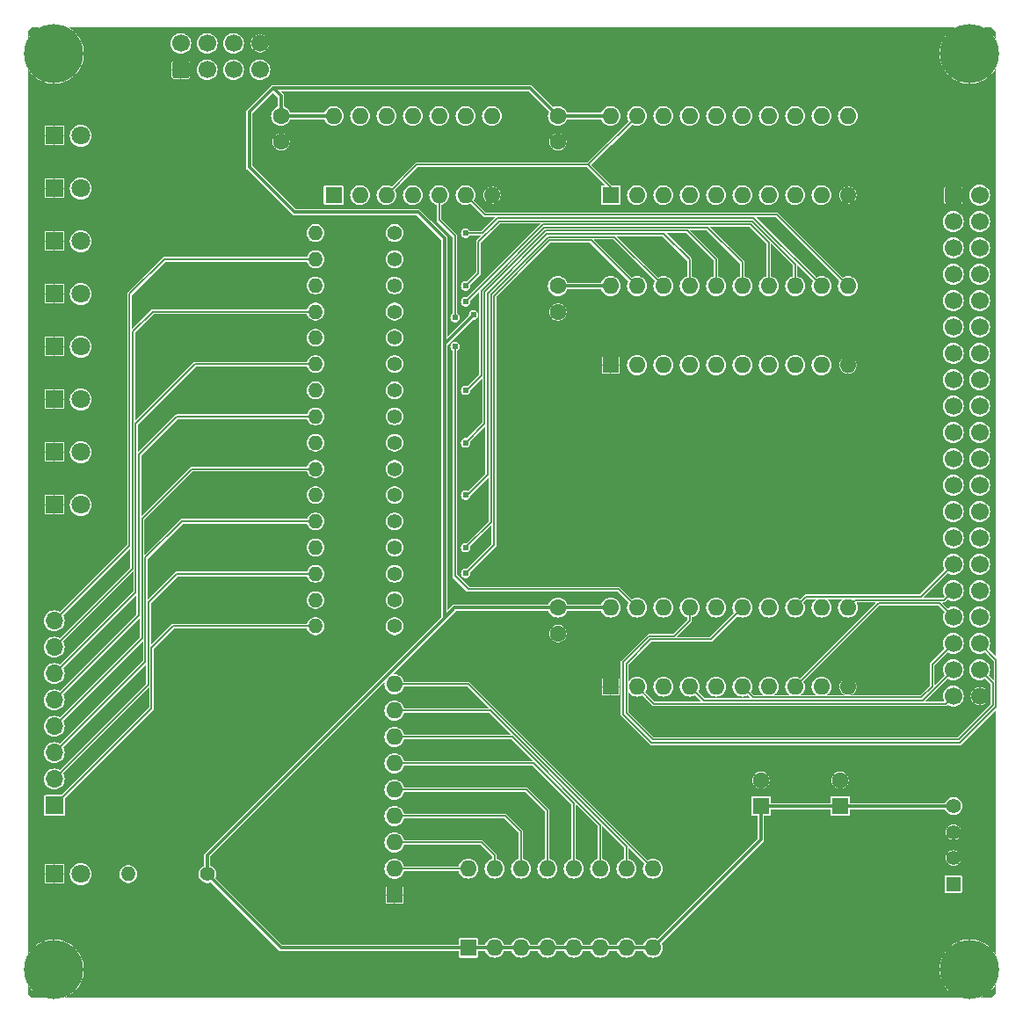
<source format=gbr>
%TF.GenerationSoftware,KiCad,Pcbnew,8.0.2*%
%TF.CreationDate,2024-06-30T15:56:35+02:00*%
%TF.ProjectId,simple_io_board,73696d70-6c65-45f6-996f-5f626f617264,rev?*%
%TF.SameCoordinates,Original*%
%TF.FileFunction,Copper,L2,Bot*%
%TF.FilePolarity,Positive*%
%FSLAX46Y46*%
G04 Gerber Fmt 4.6, Leading zero omitted, Abs format (unit mm)*
G04 Created by KiCad (PCBNEW 8.0.2) date 2024-06-30 15:56:35*
%MOMM*%
%LPD*%
G01*
G04 APERTURE LIST*
G04 Aperture macros list*
%AMRoundRect*
0 Rectangle with rounded corners*
0 $1 Rounding radius*
0 $2 $3 $4 $5 $6 $7 $8 $9 X,Y pos of 4 corners*
0 Add a 4 corners polygon primitive as box body*
4,1,4,$2,$3,$4,$5,$6,$7,$8,$9,$2,$3,0*
0 Add four circle primitives for the rounded corners*
1,1,$1+$1,$2,$3*
1,1,$1+$1,$4,$5*
1,1,$1+$1,$6,$7*
1,1,$1+$1,$8,$9*
0 Add four rect primitives between the rounded corners*
20,1,$1+$1,$2,$3,$4,$5,0*
20,1,$1+$1,$4,$5,$6,$7,0*
20,1,$1+$1,$6,$7,$8,$9,0*
20,1,$1+$1,$8,$9,$2,$3,0*%
G04 Aperture macros list end*
%TA.AperFunction,ComponentPad*%
%ADD10C,5.700000*%
%TD*%
%TA.AperFunction,ComponentPad*%
%ADD11C,1.600000*%
%TD*%
%TA.AperFunction,ComponentPad*%
%ADD12O,1.400000X1.400000*%
%TD*%
%TA.AperFunction,ComponentPad*%
%ADD13C,1.400000*%
%TD*%
%TA.AperFunction,ComponentPad*%
%ADD14R,1.800000X1.800000*%
%TD*%
%TA.AperFunction,ComponentPad*%
%ADD15C,1.800000*%
%TD*%
%TA.AperFunction,ComponentPad*%
%ADD16R,1.600000X1.600000*%
%TD*%
%TA.AperFunction,ComponentPad*%
%ADD17R,1.700000X1.700000*%
%TD*%
%TA.AperFunction,ComponentPad*%
%ADD18O,1.700000X1.700000*%
%TD*%
%TA.AperFunction,ComponentPad*%
%ADD19O,1.600000X1.600000*%
%TD*%
%TA.AperFunction,ComponentPad*%
%ADD20RoundRect,0.250000X-0.600000X-0.600000X0.600000X-0.600000X0.600000X0.600000X-0.600000X0.600000X0*%
%TD*%
%TA.AperFunction,ComponentPad*%
%ADD21C,1.700000*%
%TD*%
%TA.AperFunction,ComponentPad*%
%ADD22R,1.408000X1.408000*%
%TD*%
%TA.AperFunction,ComponentPad*%
%ADD23C,1.408000*%
%TD*%
%TA.AperFunction,ComponentPad*%
%ADD24RoundRect,0.250000X0.600000X-0.600000X0.600000X0.600000X-0.600000X0.600000X-0.600000X-0.600000X0*%
%TD*%
%TA.AperFunction,ViaPad*%
%ADD25C,0.610000*%
%TD*%
%TA.AperFunction,Conductor*%
%ADD26C,0.304800*%
%TD*%
%TA.AperFunction,Conductor*%
%ADD27C,0.152400*%
%TD*%
G04 APERTURE END LIST*
D10*
%TO.P,H1,1,1*%
%TO.N,/GND*%
X28925000Y-28925000D03*
%TD*%
D11*
%TO.P,C2,1*%
%TO.N,/+5V*%
X50800000Y-34925000D03*
%TO.P,C2,2*%
%TO.N,/GND*%
X50800000Y-37425000D03*
%TD*%
%TO.P,C4,2*%
%TO.N,/GND*%
X77470000Y-37425000D03*
%TO.P,C4,1*%
%TO.N,/+5V*%
X77470000Y-34925000D03*
%TD*%
D12*
%TO.P,R17,2*%
%TO.N,/PIN7*%
X54102000Y-48724000D03*
D13*
%TO.P,R17,1*%
%TO.N,/LED7*%
X61722000Y-48724000D03*
%TD*%
D14*
%TO.P,D2,1,K*%
%TO.N,/GND*%
X28956000Y-72390000D03*
D15*
%TO.P,D2,2,A*%
%TO.N,/LED0+*%
X31496000Y-72390000D03*
%TD*%
D16*
%TO.P,CP1,1*%
%TO.N,/+5V*%
X97028000Y-101406000D03*
D11*
%TO.P,CP1,2*%
%TO.N,/GND*%
X97028000Y-98906000D03*
%TD*%
D14*
%TO.P,D6,1,K*%
%TO.N,/GND*%
X28956000Y-52070000D03*
D15*
%TO.P,D6,2,A*%
%TO.N,/LED4+*%
X31496000Y-52070000D03*
%TD*%
D13*
%TO.P,R14,1*%
%TO.N,/LED6*%
X61722000Y-51249000D03*
D12*
%TO.P,R14,2*%
%TO.N,/LED6+*%
X54102000Y-51249000D03*
%TD*%
D13*
%TO.P,R15,1*%
%TO.N,/LED6*%
X61722000Y-53774000D03*
D12*
%TO.P,R15,2*%
%TO.N,/PIN6*%
X54102000Y-53774000D03*
%TD*%
D13*
%TO.P,R1,1*%
%TO.N,/+5V*%
X43688000Y-107950000D03*
D12*
%TO.P,R1,2*%
%TO.N,/PWR_LED+*%
X36068000Y-107950000D03*
%TD*%
D17*
%TO.P,J4,1,Pin_1*%
%TO.N,/PIN0*%
X28956000Y-101331000D03*
D18*
%TO.P,J4,2,Pin_2*%
%TO.N,/PIN1*%
X28956000Y-98791000D03*
%TO.P,J4,3,Pin_3*%
%TO.N,/PIN2*%
X28956000Y-96251000D03*
%TO.P,J4,4,Pin_4*%
%TO.N,/PIN3*%
X28956000Y-93711000D03*
%TO.P,J4,5,Pin_5*%
%TO.N,/PIN4*%
X28956000Y-91171000D03*
%TO.P,J4,6,Pin_6*%
%TO.N,/PIN5*%
X28956000Y-88631000D03*
%TO.P,J4,7,Pin_7*%
%TO.N,/PIN6*%
X28956000Y-86091000D03*
%TO.P,J4,8,Pin_8*%
%TO.N,/PIN7*%
X28956000Y-83551000D03*
%TD*%
D12*
%TO.P,R11,2*%
%TO.N,/PIN4*%
X54102000Y-63874000D03*
D13*
%TO.P,R11,1*%
%TO.N,/LED4*%
X61722000Y-63874000D03*
%TD*%
D14*
%TO.P,D3,1,K*%
%TO.N,/GND*%
X28956000Y-67310000D03*
D15*
%TO.P,D3,2,A*%
%TO.N,/LED1+*%
X31496000Y-67310000D03*
%TD*%
D16*
%TO.P,SW1,1*%
%TO.N,/+5V*%
X68834000Y-115052000D03*
D19*
%TO.P,SW1,2*%
X71374000Y-115052000D03*
%TO.P,SW1,3*%
X73914000Y-115052000D03*
%TO.P,SW1,4*%
X76454000Y-115052000D03*
%TO.P,SW1,5*%
X78994000Y-115052000D03*
%TO.P,SW1,6*%
X81534000Y-115052000D03*
%TO.P,SW1,7*%
X84074000Y-115052000D03*
%TO.P,SW1,8*%
X86614000Y-115052000D03*
%TO.P,SW1,9*%
%TO.N,/R_A7*%
X86614000Y-107432000D03*
%TO.P,SW1,10*%
%TO.N,/R_A6*%
X84074000Y-107432000D03*
%TO.P,SW1,11*%
%TO.N,/R_A5*%
X81534000Y-107432000D03*
%TO.P,SW1,12*%
%TO.N,/R_A4*%
X78994000Y-107432000D03*
%TO.P,SW1,13*%
%TO.N,/R_A3*%
X76454000Y-107432000D03*
%TO.P,SW1,14*%
%TO.N,/R_A2*%
X73914000Y-107432000D03*
%TO.P,SW1,15*%
%TO.N,/R_A1*%
X71374000Y-107432000D03*
%TO.P,SW1,16*%
%TO.N,/R_A0*%
X68834000Y-107432000D03*
%TD*%
D13*
%TO.P,R10,1*%
%TO.N,/LED4*%
X61722000Y-61349000D03*
D12*
%TO.P,R10,2*%
%TO.N,/LED4+*%
X54102000Y-61349000D03*
%TD*%
D10*
%TO.P,H2,1,1*%
%TO.N,/GND*%
X117125000Y-28925000D03*
%TD*%
D14*
%TO.P,D1,1,K*%
%TO.N,/GND*%
X28956000Y-107950000D03*
D15*
%TO.P,D1,2,A*%
%TO.N,/PWR_LED+*%
X31496000Y-107950000D03*
%TD*%
D20*
%TO.P,J1,1,Pin_1*%
%TO.N,/GND*%
X115570000Y-42545000D03*
D21*
%TO.P,J1,2,Pin_2*%
%TO.N,/~{NMI}*%
X118110000Y-42545000D03*
%TO.P,J1,3,Pin_3*%
%TO.N,/~{RESET}*%
X115570000Y-45085000D03*
%TO.P,J1,4,Pin_4*%
%TO.N,/B_D7*%
X118110000Y-45085000D03*
%TO.P,J1,5,Pin_5*%
%TO.N,/BUS_CLK*%
X115570000Y-47625000D03*
%TO.P,J1,6,Pin_6*%
%TO.N,/B_D6*%
X118110000Y-47625000D03*
%TO.P,J1,7,Pin_7*%
%TO.N,/~{WAIT}*%
X115570000Y-50165000D03*
%TO.P,J1,8,Pin_8*%
%TO.N,/B_D5*%
X118110000Y-50165000D03*
%TO.P,J1,9,Pin_9*%
%TO.N,/CPU_CLK*%
X115570000Y-52705000D03*
%TO.P,J1,10,Pin_10*%
%TO.N,/B_D4*%
X118110000Y-52705000D03*
%TO.P,J1,11,Pin_11*%
%TO.N,/~{B_M1}*%
X115570000Y-55245000D03*
%TO.P,J1,12,Pin_12*%
%TO.N,/B_D3*%
X118110000Y-55245000D03*
%TO.P,J1,13,Pin_13*%
%TO.N,/~{B_IORQ}*%
X115570000Y-57785000D03*
%TO.P,J1,14,Pin_14*%
%TO.N,/B_D2*%
X118110000Y-57785000D03*
%TO.P,J1,15,Pin_15*%
%TO.N,/~{B_MREQ}*%
X115570000Y-60325000D03*
%TO.P,J1,16,Pin_16*%
%TO.N,/B_D1*%
X118110000Y-60325000D03*
%TO.P,J1,17,Pin_17*%
%TO.N,/~{B_WR}*%
X115570000Y-62865000D03*
%TO.P,J1,18,Pin_18*%
%TO.N,/B_D0*%
X118110000Y-62865000D03*
%TO.P,J1,19,Pin_19*%
%TO.N,/~{B_RD}*%
X115570000Y-65405000D03*
%TO.P,J1,20,Pin_20*%
%TO.N,/B_A15*%
X118110000Y-65405000D03*
%TO.P,J1,21,Pin_21*%
%TO.N,/~{B_BUSACK}*%
X115570000Y-67945000D03*
%TO.P,J1,22,Pin_22*%
%TO.N,/B_A14*%
X118110000Y-67945000D03*
%TO.P,J1,23,Pin_23*%
%TO.N,/~{B_RFSH}*%
X115570000Y-70485000D03*
%TO.P,J1,24,Pin_24*%
%TO.N,/B_A13*%
X118110000Y-70485000D03*
%TO.P,J1,25,Pin_25*%
%TO.N,/~{BUSREQ}*%
X115570000Y-73025000D03*
%TO.P,J1,26,Pin_26*%
%TO.N,/B_A12*%
X118110000Y-73025000D03*
%TO.P,J1,27,Pin_27*%
%TO.N,/~{INT}*%
X115570000Y-75565000D03*
%TO.P,J1,28,Pin_28*%
%TO.N,/B_A11*%
X118110000Y-75565000D03*
%TO.P,J1,29,Pin_29*%
%TO.N,/B_A5*%
X115570000Y-78105000D03*
%TO.P,J1,30,Pin_30*%
%TO.N,/B_A10*%
X118110000Y-78105000D03*
%TO.P,J1,31,Pin_31*%
%TO.N,/B_A4*%
X115570000Y-80645000D03*
%TO.P,J1,32,Pin_32*%
%TO.N,/B_A9*%
X118110000Y-80645000D03*
%TO.P,J1,33,Pin_33*%
%TO.N,/B_A3*%
X115570000Y-83185000D03*
%TO.P,J1,34,Pin_34*%
%TO.N,/B_A8*%
X118110000Y-83185000D03*
%TO.P,J1,35,Pin_35*%
%TO.N,/B_A2*%
X115570000Y-85725000D03*
%TO.P,J1,36,Pin_36*%
%TO.N,/B_A7*%
X118110000Y-85725000D03*
%TO.P,J1,37,Pin_37*%
%TO.N,/B_A1*%
X115570000Y-88265000D03*
%TO.P,J1,38,Pin_38*%
%TO.N,/B_A6*%
X118110000Y-88265000D03*
%TO.P,J1,39,Pin_39*%
%TO.N,/B_A0*%
X115570000Y-90805000D03*
%TO.P,J1,40,Pin_40*%
%TO.N,/GND*%
X118110000Y-90805000D03*
%TD*%
D13*
%TO.P,R13,1*%
%TO.N,/LED5*%
X61722000Y-58824000D03*
D12*
%TO.P,R13,2*%
%TO.N,/PIN5*%
X54102000Y-58824000D03*
%TD*%
D13*
%TO.P,R7,1*%
%TO.N,/LED2*%
X61722000Y-73974000D03*
D12*
%TO.P,R7,2*%
%TO.N,/PIN2*%
X54102000Y-73974000D03*
%TD*%
D13*
%TO.P,R2,1*%
%TO.N,/LED0*%
X61722000Y-81549000D03*
D12*
%TO.P,R2,2*%
%TO.N,/LED0+*%
X54102000Y-81549000D03*
%TD*%
D14*
%TO.P,D9,1,K*%
%TO.N,/GND*%
X28956000Y-36830000D03*
D15*
%TO.P,D9,2,A*%
%TO.N,/LED7+*%
X31496000Y-36830000D03*
%TD*%
D13*
%TO.P,R4,1*%
%TO.N,/LED1*%
X61722000Y-76499000D03*
D12*
%TO.P,R4,2*%
%TO.N,/LED1+*%
X54102000Y-76499000D03*
%TD*%
D13*
%TO.P,R6,1*%
%TO.N,/LED2*%
X61722000Y-71449000D03*
D12*
%TO.P,R6,2*%
%TO.N,/LED2+*%
X54102000Y-71449000D03*
%TD*%
D16*
%TO.P,U4,1,G1*%
%TO.N,/~{SIO_RD}*%
X82550000Y-42545000D03*
D19*
%TO.P,U4,2,A0*%
%TO.N,/LED0*%
X85090000Y-42545000D03*
%TO.P,U4,3,A1*%
%TO.N,/LED1*%
X87630000Y-42545000D03*
%TO.P,U4,4,A2*%
%TO.N,/LED2*%
X90170000Y-42545000D03*
%TO.P,U4,5,A3*%
%TO.N,/LED3*%
X92710000Y-42545000D03*
%TO.P,U4,6,A4*%
%TO.N,/LED4*%
X95250000Y-42545000D03*
%TO.P,U4,7,A5*%
%TO.N,/LED5*%
X97790000Y-42545000D03*
%TO.P,U4,8,A6*%
%TO.N,/LED6*%
X100330000Y-42545000D03*
%TO.P,U4,9,A7*%
%TO.N,/LED7*%
X102870000Y-42545000D03*
%TO.P,U4,10,GND*%
%TO.N,/GND*%
X105410000Y-42545000D03*
%TO.P,U4,11,Y7*%
%TO.N,/B_D7*%
X105410000Y-34925000D03*
%TO.P,U4,12,Y6*%
%TO.N,/B_D6*%
X102870000Y-34925000D03*
%TO.P,U4,13,Y5*%
%TO.N,/B_D5*%
X100330000Y-34925000D03*
%TO.P,U4,14,Y4*%
%TO.N,/B_D4*%
X97790000Y-34925000D03*
%TO.P,U4,15,Y3*%
%TO.N,/B_D3*%
X95250000Y-34925000D03*
%TO.P,U4,16,Y2*%
%TO.N,/B_D2*%
X92710000Y-34925000D03*
%TO.P,U4,17,Y1*%
%TO.N,/B_D1*%
X90170000Y-34925000D03*
%TO.P,U4,18,Y0*%
%TO.N,/B_D0*%
X87630000Y-34925000D03*
%TO.P,U4,19,G2*%
%TO.N,/~{SIO_RD}*%
X85090000Y-34925000D03*
%TO.P,U4,20,VCC*%
%TO.N,/+5V*%
X82550000Y-34925000D03*
%TD*%
D22*
%TO.P,J3,1,Pin_1*%
%TO.N,unconnected-(J3-Pin_1-Pad1)*%
X115570000Y-108906000D03*
D23*
%TO.P,J3,2,Pin_2*%
%TO.N,/GND*%
X115570000Y-106406000D03*
%TO.P,J3,3,Pin_3*%
X115570000Y-103906000D03*
%TO.P,J3,4,Pin_4*%
%TO.N,/+5V*%
X115570000Y-101406000D03*
%TD*%
D16*
%TO.P,RN1,1,common*%
%TO.N,/GND*%
X61722000Y-109982000D03*
D19*
%TO.P,RN1,2,R1*%
%TO.N,/R_A0*%
X61722000Y-107442000D03*
%TO.P,RN1,3,R2*%
%TO.N,/R_A1*%
X61722000Y-104902000D03*
%TO.P,RN1,4,R3*%
%TO.N,/R_A2*%
X61722000Y-102362000D03*
%TO.P,RN1,5,R4*%
%TO.N,/R_A3*%
X61722000Y-99822000D03*
%TO.P,RN1,6,R5*%
%TO.N,/R_A4*%
X61722000Y-97282000D03*
%TO.P,RN1,7,R6*%
%TO.N,/R_A5*%
X61722000Y-94742000D03*
%TO.P,RN1,8,R7*%
%TO.N,/R_A6*%
X61722000Y-92202000D03*
%TO.P,RN1,9,R8*%
%TO.N,/R_A7*%
X61722000Y-89662000D03*
%TD*%
D13*
%TO.P,R12,1*%
%TO.N,/LED5*%
X61722000Y-56299000D03*
D12*
%TO.P,R12,2*%
%TO.N,/LED5+*%
X54102000Y-56299000D03*
%TD*%
D11*
%TO.P,C3,1*%
%TO.N,/+5V*%
X77470000Y-51308000D03*
%TO.P,C3,2*%
%TO.N,/GND*%
X77470000Y-53808000D03*
%TD*%
%TO.P,C1,1*%
%TO.N,/+5V*%
X77470000Y-82286000D03*
%TO.P,C1,2*%
%TO.N,/GND*%
X77470000Y-84786000D03*
%TD*%
D16*
%TO.P,CP2,1*%
%TO.N,/+5V*%
X104648000Y-101406000D03*
D11*
%TO.P,CP2,2*%
%TO.N,/GND*%
X104648000Y-98906000D03*
%TD*%
D16*
%TO.P,U2,1*%
%TO.N,/~{SIO_CS}*%
X55875000Y-42545000D03*
D19*
%TO.P,U2,2*%
%TO.N,/~{IOR}*%
X58415000Y-42545000D03*
%TO.P,U2,3*%
%TO.N,/~{SIO_RD}*%
X60955000Y-42545000D03*
%TO.P,U2,4*%
%TO.N,/~{IOW}*%
X63495000Y-42545000D03*
%TO.P,U2,5*%
%TO.N,/~{SIO_CS}*%
X66035000Y-42545000D03*
%TO.P,U2,6*%
%TO.N,/~{SIO_WR}*%
X68575000Y-42545000D03*
%TO.P,U2,7,GND*%
%TO.N,/GND*%
X71115000Y-42545000D03*
%TO.P,U2,8*%
%TO.N,unconnected-(U2-Pad8)*%
X71115000Y-34925000D03*
%TO.P,U2,9*%
%TO.N,unconnected-(U2-Pad9)*%
X68575000Y-34925000D03*
%TO.P,U2,10*%
%TO.N,unconnected-(U2-Pad10)*%
X66035000Y-34925000D03*
%TO.P,U2,11*%
%TO.N,unconnected-(U2-Pad11)*%
X63495000Y-34925000D03*
%TO.P,U2,12*%
%TO.N,unconnected-(U2-Pad12)*%
X60955000Y-34925000D03*
%TO.P,U2,13*%
%TO.N,unconnected-(U2-Pad13)*%
X58415000Y-34925000D03*
%TO.P,U2,14,VCC*%
%TO.N,/+5V*%
X55875000Y-34925000D03*
%TD*%
D14*
%TO.P,D8,1,K*%
%TO.N,/GND*%
X28956000Y-41910000D03*
D15*
%TO.P,D8,2,A*%
%TO.N,/LED6+*%
X31496000Y-41910000D03*
%TD*%
D13*
%TO.P,R5,1*%
%TO.N,/LED1*%
X61722000Y-79024000D03*
D12*
%TO.P,R5,2*%
%TO.N,/PIN1*%
X54102000Y-79024000D03*
%TD*%
D14*
%TO.P,D5,1,K*%
%TO.N,/GND*%
X28956000Y-57150000D03*
D15*
%TO.P,D5,2,A*%
%TO.N,/LED3+*%
X31496000Y-57150000D03*
%TD*%
D13*
%TO.P,R16,1*%
%TO.N,/LED7*%
X61722000Y-46199000D03*
D12*
%TO.P,R16,2*%
%TO.N,/LED7+*%
X54102000Y-46199000D03*
%TD*%
D13*
%TO.P,R8,1*%
%TO.N,/LED3*%
X61722000Y-66399000D03*
D12*
%TO.P,R8,2*%
%TO.N,/LED3+*%
X54102000Y-66399000D03*
%TD*%
%TO.P,R3,2*%
%TO.N,/PIN0*%
X54102000Y-84074000D03*
D13*
%TO.P,R3,1*%
%TO.N,/LED0*%
X61722000Y-84074000D03*
%TD*%
D15*
%TO.P,D7,2,A*%
%TO.N,/LED5+*%
X31496000Y-46990000D03*
D14*
%TO.P,D7,1,K*%
%TO.N,/GND*%
X28956000Y-46990000D03*
%TD*%
D16*
%TO.P,U1,1,G*%
%TO.N,/GND*%
X82550000Y-89906000D03*
D19*
%TO.P,U1,2,P0*%
%TO.N,/B_A0*%
X85090000Y-89906000D03*
%TO.P,U1,3,R0*%
%TO.N,/R_A0*%
X87630000Y-89906000D03*
%TO.P,U1,4,P1*%
%TO.N,/B_A1*%
X90170000Y-89906000D03*
%TO.P,U1,5,R1*%
%TO.N,/R_A1*%
X92710000Y-89906000D03*
%TO.P,U1,6,P2*%
%TO.N,/B_A2*%
X95250000Y-89906000D03*
%TO.P,U1,7,R2*%
%TO.N,/R_A2*%
X97790000Y-89906000D03*
%TO.P,U1,8,P3*%
%TO.N,/B_A3*%
X100330000Y-89906000D03*
%TO.P,U1,9,R3*%
%TO.N,/R_A3*%
X102870000Y-89906000D03*
%TO.P,U1,10,GND*%
%TO.N,/GND*%
X105410000Y-89906000D03*
%TO.P,U1,11,P4*%
%TO.N,/B_A4*%
X105410000Y-82286000D03*
%TO.P,U1,12,R4*%
%TO.N,/R_A4*%
X102870000Y-82286000D03*
%TO.P,U1,13,P5*%
%TO.N,/B_A5*%
X100330000Y-82286000D03*
%TO.P,U1,14,R5*%
%TO.N,/R_A5*%
X97790000Y-82286000D03*
%TO.P,U1,15,P6*%
%TO.N,/B_A6*%
X95250000Y-82286000D03*
%TO.P,U1,16,R6*%
%TO.N,/R_A6*%
X92710000Y-82286000D03*
%TO.P,U1,17,P7*%
%TO.N,/B_A7*%
X90170000Y-82286000D03*
%TO.P,U1,18,R7*%
%TO.N,/R_A7*%
X87630000Y-82286000D03*
%TO.P,U1,19,P=R*%
%TO.N,/~{SIO_CS}*%
X85090000Y-82286000D03*
%TO.P,U1,20,VCC*%
%TO.N,/+5V*%
X82550000Y-82286000D03*
%TD*%
D10*
%TO.P,H4,1,1*%
%TO.N,/GND*%
X28925000Y-117125000D03*
%TD*%
D24*
%TO.P,J2,1,Pin_1*%
%TO.N,/GND*%
X41148000Y-30480000D03*
D21*
%TO.P,J2,2,Pin_2*%
%TO.N,unconnected-(J2-Pin_2-Pad2)*%
X41148000Y-27940000D03*
%TO.P,J2,3,Pin_3*%
%TO.N,/~{MEMR}*%
X43688000Y-30480000D03*
%TO.P,J2,4,Pin_4*%
%TO.N,/~{MEMW}*%
X43688000Y-27940000D03*
%TO.P,J2,5,Pin_5*%
%TO.N,/~{IOR}*%
X46228000Y-30480000D03*
%TO.P,J2,6,Pin_6*%
%TO.N,/~{IOW}*%
X46228000Y-27940000D03*
%TO.P,J2,7,Pin_7*%
%TO.N,/~{INTA}*%
X48768000Y-30480000D03*
%TO.P,J2,8,Pin_8*%
%TO.N,/GND*%
X48768000Y-27940000D03*
%TD*%
D16*
%TO.P,U3,1,OE*%
%TO.N,/GND*%
X82550000Y-58928000D03*
D19*
%TO.P,U3,2,D0*%
%TO.N,/B_D0*%
X85090000Y-58928000D03*
%TO.P,U3,3,D1*%
%TO.N,/B_D1*%
X87630000Y-58928000D03*
%TO.P,U3,4,D2*%
%TO.N,/B_D2*%
X90170000Y-58928000D03*
%TO.P,U3,5,D3*%
%TO.N,/B_D3*%
X92710000Y-58928000D03*
%TO.P,U3,6,D4*%
%TO.N,/B_D4*%
X95250000Y-58928000D03*
%TO.P,U3,7,D5*%
%TO.N,/B_D5*%
X97790000Y-58928000D03*
%TO.P,U3,8,D6*%
%TO.N,/B_D6*%
X100330000Y-58928000D03*
%TO.P,U3,9,D7*%
%TO.N,/B_D7*%
X102870000Y-58928000D03*
%TO.P,U3,10,GND*%
%TO.N,/GND*%
X105410000Y-58928000D03*
%TO.P,U3,11,Load*%
%TO.N,/~{SIO_WR}*%
X105410000Y-51308000D03*
%TO.P,U3,12,Q7*%
%TO.N,/LED7*%
X102870000Y-51308000D03*
%TO.P,U3,13,Q6*%
%TO.N,/LED6*%
X100330000Y-51308000D03*
%TO.P,U3,14,Q5*%
%TO.N,/LED5*%
X97790000Y-51308000D03*
%TO.P,U3,15,Q4*%
%TO.N,/LED4*%
X95250000Y-51308000D03*
%TO.P,U3,16,Q3*%
%TO.N,/LED3*%
X92710000Y-51308000D03*
%TO.P,U3,17,Q2*%
%TO.N,/LED2*%
X90170000Y-51308000D03*
%TO.P,U3,18,Q1*%
%TO.N,/LED1*%
X87630000Y-51308000D03*
%TO.P,U3,19,Q0*%
%TO.N,/LED0*%
X85090000Y-51308000D03*
%TO.P,U3,20,VCC*%
%TO.N,/+5V*%
X82550000Y-51308000D03*
%TD*%
D14*
%TO.P,D4,1,K*%
%TO.N,/GND*%
X28956000Y-62230000D03*
D15*
%TO.P,D4,2,A*%
%TO.N,/LED2+*%
X31496000Y-62230000D03*
%TD*%
D10*
%TO.P,H3,1,1*%
%TO.N,/GND*%
X117125000Y-117125000D03*
%TD*%
D13*
%TO.P,R9,1*%
%TO.N,/LED3*%
X61722000Y-68924000D03*
D12*
%TO.P,R9,2*%
%TO.N,/PIN3*%
X54102000Y-68924000D03*
%TD*%
D25*
%TO.N,/LED0*%
X68580000Y-78994000D03*
%TO.N,/LED1*%
X68580000Y-76499000D03*
%TO.N,/LED2*%
X68580000Y-71449000D03*
%TO.N,/LED3*%
X68580000Y-66399000D03*
%TO.N,/LED4*%
X68580000Y-61349000D03*
%TO.N,/+5V*%
X69342000Y-54102000D03*
%TO.N,/LED5*%
X68580000Y-52832000D03*
%TO.N,/LED6*%
X68580000Y-51308000D03*
%TO.N,/LED7*%
X68580000Y-46228000D03*
%TO.N,/~{SIO_CS}*%
X67564000Y-54356000D03*
X67564000Y-57150000D03*
%TD*%
D26*
%TO.N,/+5V*%
X69342000Y-54102000D02*
X66548000Y-56896000D01*
D27*
%TO.N,/LED0*%
X68580000Y-78994000D02*
X71323200Y-76250800D01*
X71323200Y-76250800D02*
X71323200Y-52244060D01*
X71323200Y-52244060D02*
X76678860Y-46888400D01*
X76678860Y-46888400D02*
X80670400Y-46888400D01*
X80670400Y-46888400D02*
X85090000Y-51308000D01*
%TO.N,/LED1*%
X68580000Y-76499000D02*
X68580000Y-76454000D01*
X68580000Y-76454000D02*
X71018400Y-74015600D01*
X71018400Y-74015600D02*
X71018400Y-52117808D01*
X71018400Y-52117808D02*
X76552608Y-46583600D01*
X76552608Y-46583600D02*
X82905600Y-46583600D01*
X82905600Y-46583600D02*
X87630000Y-51308000D01*
%TO.N,/LED2*%
X68580000Y-71449000D02*
X68759000Y-71449000D01*
X68759000Y-71449000D02*
X70713600Y-69494400D01*
X70713600Y-51991556D02*
X76426356Y-46278800D01*
X76426356Y-46278800D02*
X87680800Y-46278800D01*
X70713600Y-69494400D02*
X70713600Y-51991556D01*
X87680800Y-46278800D02*
X90170000Y-48768000D01*
X90170000Y-48768000D02*
X90170000Y-51308000D01*
%TO.N,/~{SIO_CS}*%
X67564000Y-57150000D02*
X67564000Y-79248000D01*
X67564000Y-79248000D02*
X68834000Y-80518000D01*
X83322000Y-80518000D02*
X85090000Y-82286000D01*
X68834000Y-80518000D02*
X83322000Y-80518000D01*
%TO.N,/LED7*%
X71654148Y-44754800D02*
X96316800Y-44754800D01*
X68580000Y-46228000D02*
X70180948Y-46228000D01*
X70180948Y-46228000D02*
X71654148Y-44754800D01*
X96316800Y-44754800D02*
X102870000Y-51308000D01*
%TO.N,/LED3*%
X92710000Y-48768000D02*
X92710000Y-51308000D01*
X68580000Y-66399000D02*
X70408800Y-64570200D01*
X70408800Y-64570200D02*
X70408800Y-51865304D01*
X70408800Y-51865304D02*
X76300104Y-45974000D01*
X76300104Y-45974000D02*
X89916000Y-45974000D01*
X89916000Y-45974000D02*
X92710000Y-48768000D01*
%TO.N,/LED4*%
X68580000Y-61349000D02*
X68699000Y-61349000D01*
X70104000Y-59944000D02*
X70104000Y-51739052D01*
X68699000Y-61349000D02*
X70104000Y-59944000D01*
X91897200Y-45669200D02*
X95250000Y-49022000D01*
X70104000Y-51739052D02*
X76173852Y-45669200D01*
X76173852Y-45669200D02*
X91897200Y-45669200D01*
X95250000Y-49022000D02*
X95250000Y-51308000D01*
%TO.N,/LED5*%
X97790000Y-51308000D02*
X97790000Y-47090104D01*
X76047600Y-45364400D02*
X68580000Y-52832000D01*
X97790000Y-47090104D02*
X96064296Y-45364400D01*
X96064296Y-45364400D02*
X76047600Y-45364400D01*
%TO.N,/LED6*%
X68580000Y-51308000D02*
X69821096Y-50066904D01*
X69821096Y-50066904D02*
X69821096Y-47018904D01*
X69821096Y-47018904D02*
X71780400Y-45059600D01*
X71780400Y-45059600D02*
X96190548Y-45059600D01*
X96190548Y-45059600D02*
X100330000Y-49199052D01*
X100330000Y-49199052D02*
X100330000Y-51308000D01*
%TO.N,/~{SIO_CS}*%
X67564000Y-54356000D02*
X67564000Y-46482000D01*
X67564000Y-46482000D02*
X66035000Y-44953000D01*
X66035000Y-44953000D02*
X66035000Y-42545000D01*
%TO.N,/~{SIO_WR}*%
X68575000Y-42545000D02*
X70480000Y-44450000D01*
X70480000Y-44450000D02*
X98552000Y-44450000D01*
X98552000Y-44450000D02*
X105410000Y-51308000D01*
%TO.N,/PIN6*%
X54102000Y-53774000D02*
X38428000Y-53774000D01*
X38428000Y-53774000D02*
X36499800Y-55702200D01*
X36499800Y-55702200D02*
X36499800Y-78547200D01*
X36499800Y-78547200D02*
X28956000Y-86091000D01*
%TO.N,/PIN0*%
X54102000Y-84074000D02*
X40386000Y-84074000D01*
X40386000Y-84074000D02*
X38328600Y-86131400D01*
X38328600Y-86131400D02*
X38328600Y-91958400D01*
X38328600Y-91958400D02*
X28956000Y-101331000D01*
%TO.N,/PIN1*%
X54102000Y-79024000D02*
X40737000Y-79024000D01*
X40737000Y-79024000D02*
X38023800Y-81737200D01*
X38023800Y-81737200D02*
X38023800Y-89723200D01*
X38023800Y-89723200D02*
X28956000Y-98791000D01*
%TO.N,/PIN2*%
X54102000Y-73974000D02*
X41215000Y-73974000D01*
X37719000Y-87488000D02*
X28956000Y-96251000D01*
X41215000Y-73974000D02*
X37719000Y-77470000D01*
X37719000Y-77470000D02*
X37719000Y-87488000D01*
%TO.N,/PIN3*%
X54102000Y-68924000D02*
X42201000Y-68924000D01*
X37414200Y-85252800D02*
X28956000Y-93711000D01*
X42201000Y-68924000D02*
X37414200Y-73710800D01*
X37414200Y-73710800D02*
X37414200Y-85252800D01*
%TO.N,/PIN4*%
X54102000Y-63874000D02*
X40774000Y-63874000D01*
X40774000Y-63874000D02*
X37109400Y-67538600D01*
X37109400Y-67538600D02*
X37109400Y-83017600D01*
X37109400Y-83017600D02*
X28956000Y-91171000D01*
%TO.N,/PIN5*%
X54102000Y-58824000D02*
X42522000Y-58824000D01*
X42522000Y-58824000D02*
X36804600Y-64541400D01*
X36804600Y-64541400D02*
X36804600Y-80782400D01*
X36804600Y-80782400D02*
X28956000Y-88631000D01*
%TO.N,/PIN7*%
X39541000Y-48724000D02*
X36195000Y-52070000D01*
X54102000Y-48724000D02*
X39541000Y-48724000D01*
X36195000Y-52070000D02*
X36195000Y-76312000D01*
X36195000Y-76312000D02*
X28956000Y-83551000D01*
%TO.N,/~{SIO_RD}*%
X80391000Y-39624000D02*
X82550000Y-41783000D01*
X82550000Y-41783000D02*
X82550000Y-42545000D01*
X60955000Y-42545000D02*
X63876000Y-39624000D01*
X63876000Y-39624000D02*
X80391000Y-39624000D01*
X80391000Y-39624000D02*
X85090000Y-34925000D01*
%TO.N,/B_A3*%
X100330000Y-89906000D02*
X108369000Y-81867000D01*
X108369000Y-81867000D02*
X114252000Y-81867000D01*
X114252000Y-81867000D02*
X115570000Y-83185000D01*
%TO.N,/B_A4*%
X105410000Y-82286000D02*
X106133800Y-81562200D01*
X114652800Y-81562200D02*
X115570000Y-80645000D01*
X106133800Y-81562200D02*
X114652800Y-81562200D01*
%TO.N,/B_A2*%
X95250000Y-89906000D02*
X96278600Y-90934600D01*
X96278600Y-90934600D02*
X112469348Y-90934600D01*
X112469348Y-90934600D02*
X113538000Y-89865948D01*
X113538000Y-89865948D02*
X113538000Y-87757000D01*
X113538000Y-87757000D02*
X115570000Y-85725000D01*
%TO.N,/B_A0*%
X85090000Y-89906000D02*
X86728200Y-91544200D01*
X86728200Y-91544200D02*
X114830800Y-91544200D01*
X114830800Y-91544200D02*
X115570000Y-90805000D01*
%TO.N,/B_A1*%
X90170000Y-89906000D02*
X91503400Y-91239400D01*
X91503400Y-91239400D02*
X112595600Y-91239400D01*
X112595600Y-91239400D02*
X115570000Y-88265000D01*
%TO.N,/B_A5*%
X100330000Y-82286000D02*
X101358600Y-81257400D01*
X101358600Y-81257400D02*
X112417600Y-81257400D01*
X112417600Y-81257400D02*
X115570000Y-78105000D01*
%TO.N,/B_A6*%
X95250000Y-82286000D02*
X92192000Y-85344000D01*
X116078000Y-94996000D02*
X119380000Y-91694000D01*
X92192000Y-85344000D02*
X86360000Y-85344000D01*
X86360000Y-85344000D02*
X84061400Y-87642600D01*
X84061400Y-87642600D02*
X84061400Y-92443400D01*
X84061400Y-92443400D02*
X86614000Y-94996000D01*
X86614000Y-94996000D02*
X116078000Y-94996000D01*
X119380000Y-91694000D02*
X119380000Y-89535000D01*
X119380000Y-89535000D02*
X118110000Y-88265000D01*
%TO.N,/B_A7*%
X90170000Y-82286000D02*
X90170000Y-83515200D01*
X90170000Y-83515200D02*
X88646000Y-85039200D01*
X88646000Y-85039200D02*
X86233748Y-85039200D01*
X86233748Y-85039200D02*
X83756600Y-87516348D01*
X83756600Y-87516348D02*
X83756600Y-92569652D01*
X83756600Y-92569652D02*
X86487748Y-95300800D01*
X86487748Y-95300800D02*
X116204252Y-95300800D01*
X116204252Y-95300800D02*
X119684800Y-91820252D01*
X119684800Y-91820252D02*
X119684800Y-87299800D01*
X119684800Y-87299800D02*
X118110000Y-85725000D01*
%TO.N,/R_A1*%
X71374000Y-107432000D02*
X71374000Y-106172000D01*
X71374000Y-106172000D02*
X70104000Y-104902000D01*
X70104000Y-104902000D02*
X61722000Y-104902000D01*
%TO.N,/R_A0*%
X68834000Y-107432000D02*
X61732000Y-107432000D01*
X61732000Y-107432000D02*
X61722000Y-107442000D01*
%TO.N,/R_A2*%
X73914000Y-107432000D02*
X73914000Y-103886000D01*
X73914000Y-103886000D02*
X72390000Y-102362000D01*
X72390000Y-102362000D02*
X61722000Y-102362000D01*
%TO.N,/R_A3*%
X76454000Y-107432000D02*
X76454000Y-101854000D01*
X74422000Y-99822000D02*
X61722000Y-99822000D01*
X76454000Y-101854000D02*
X74422000Y-99822000D01*
%TO.N,/R_A4*%
X78994000Y-107432000D02*
X78994000Y-101115156D01*
X78994000Y-101115156D02*
X75160844Y-97282000D01*
X75160844Y-97282000D02*
X61722000Y-97282000D01*
%TO.N,/R_A5*%
X81534000Y-107432000D02*
X81534000Y-103224104D01*
X81534000Y-103224104D02*
X73051896Y-94742000D01*
X73051896Y-94742000D02*
X61722000Y-94742000D01*
%TO.N,/R_A6*%
X84074000Y-107432000D02*
X84074000Y-105323052D01*
X83482474Y-104731526D02*
X83472474Y-104731526D01*
X84074000Y-105323052D02*
X83482474Y-104731526D01*
X83472474Y-104731526D02*
X70942948Y-92202000D01*
X70942948Y-92202000D02*
X61722000Y-92202000D01*
%TO.N,/R_A7*%
X86614000Y-107432000D02*
X79004000Y-99822000D01*
X79004000Y-99822000D02*
X78994000Y-99822000D01*
X78994000Y-99822000D02*
X68834000Y-89662000D01*
X68834000Y-89662000D02*
X61722000Y-89662000D01*
D26*
%TO.N,/+5V*%
X77470000Y-82286000D02*
X82550000Y-82286000D01*
X82550000Y-51308000D02*
X77470000Y-51308000D01*
X82550000Y-34925000D02*
X77470000Y-34925000D01*
X55875000Y-34925000D02*
X50800000Y-34925000D01*
X77470000Y-82286000D02*
X67535576Y-82286000D01*
X67535576Y-82286000D02*
X66548000Y-83273576D01*
X66548000Y-75184000D02*
X66548000Y-56896000D01*
X66548000Y-56896000D02*
X66548000Y-46736000D01*
X50038000Y-32258000D02*
X73914000Y-32258000D01*
X74803000Y-32258000D02*
X73914000Y-32258000D01*
X77470000Y-34925000D02*
X74803000Y-32258000D01*
X50038000Y-32258000D02*
X50800000Y-33020000D01*
X50800000Y-33020000D02*
X50800000Y-34925000D01*
X68834000Y-115052000D02*
X50790000Y-115052000D01*
X50790000Y-115052000D02*
X43688000Y-107950000D01*
X71374000Y-115052000D02*
X68834000Y-115052000D01*
X73914000Y-115052000D02*
X71374000Y-115052000D01*
X76454000Y-115052000D02*
X73914000Y-115052000D01*
X78994000Y-115052000D02*
X76454000Y-115052000D01*
X81534000Y-115052000D02*
X78994000Y-115052000D01*
X84074000Y-115052000D02*
X81534000Y-115052000D01*
X86614000Y-115052000D02*
X84074000Y-115052000D01*
X97028000Y-101406000D02*
X97028000Y-104638000D01*
X97028000Y-104638000D02*
X86614000Y-115052000D01*
X104648000Y-101406000D02*
X97028000Y-101406000D01*
X115570000Y-101406000D02*
X104648000Y-101406000D01*
X52070000Y-44196000D02*
X47752000Y-39878000D01*
X43688000Y-107950000D02*
X43688000Y-106133576D01*
X66548000Y-83273576D02*
X66548000Y-75184000D01*
X43688000Y-106133576D02*
X66548000Y-83273576D01*
X47752000Y-34544000D02*
X50038000Y-32258000D01*
X65024000Y-45212000D02*
X64008000Y-44196000D01*
X47752000Y-39878000D02*
X47752000Y-37592000D01*
X64008000Y-44196000D02*
X52070000Y-44196000D01*
X47752000Y-37592000D02*
X47752000Y-34544000D01*
X66548000Y-46736000D02*
X65024000Y-45212000D01*
%TD*%
%TA.AperFunction,Conductor*%
%TO.N,/GND*%
G36*
X27814840Y-118277582D02*
G01*
X26908266Y-119184157D01*
X26908266Y-119184160D01*
X26945268Y-119223380D01*
X27202271Y-119439031D01*
X27482555Y-119623377D01*
X27782351Y-119773941D01*
X28021112Y-119860844D01*
X28029012Y-119868083D01*
X28029480Y-119878788D01*
X28022241Y-119886688D01*
X28016324Y-119888000D01*
X26821798Y-119888000D01*
X26811899Y-119883899D01*
X26420101Y-119492101D01*
X26416000Y-119482202D01*
X26416000Y-118591533D01*
X26420101Y-118581634D01*
X26430000Y-118577533D01*
X26439899Y-118581634D01*
X26442124Y-118584533D01*
X26514711Y-118710259D01*
X26514712Y-118710262D01*
X26715054Y-118979366D01*
X26715063Y-118979377D01*
X26867072Y-119140498D01*
X26867075Y-119140498D01*
X27772415Y-118235157D01*
X27814840Y-118277582D01*
G37*
%TD.AperFunction*%
%TA.AperFunction,Conductor*%
G36*
X115661841Y-26420101D02*
G01*
X115665942Y-26430000D01*
X115661841Y-26439899D01*
X115659635Y-26441697D01*
X115402271Y-26610968D01*
X115145268Y-26826619D01*
X115108266Y-26865838D01*
X115108266Y-26865841D01*
X116014841Y-27772416D01*
X115972416Y-27814841D01*
X115067075Y-26909500D01*
X115067072Y-26909500D01*
X114915063Y-27070622D01*
X114915054Y-27070633D01*
X114714712Y-27339737D01*
X114714711Y-27339740D01*
X114546975Y-27630268D01*
X114414101Y-27938308D01*
X114414095Y-27938323D01*
X114317879Y-28259704D01*
X114259625Y-28590089D01*
X114240119Y-28924994D01*
X114240119Y-28925005D01*
X114259625Y-29259910D01*
X114317879Y-29590295D01*
X114414095Y-29911676D01*
X114414101Y-29911691D01*
X114546975Y-30219731D01*
X114714711Y-30510259D01*
X114714712Y-30510262D01*
X114915054Y-30779366D01*
X114915063Y-30779377D01*
X115067072Y-30940498D01*
X115067075Y-30940498D01*
X115972415Y-30035157D01*
X116014840Y-30077582D01*
X115108266Y-30984157D01*
X115108266Y-30984160D01*
X115145268Y-31023380D01*
X115402271Y-31239031D01*
X115682555Y-31423377D01*
X115982351Y-31573941D01*
X116297607Y-31688685D01*
X116297611Y-31688686D01*
X116624043Y-31766052D01*
X116624056Y-31766054D01*
X116957244Y-31804999D01*
X116957261Y-31805000D01*
X117292739Y-31805000D01*
X117292755Y-31804999D01*
X117625943Y-31766054D01*
X117625956Y-31766052D01*
X117952388Y-31688686D01*
X117952392Y-31688685D01*
X118267648Y-31573941D01*
X118567444Y-31423377D01*
X118847728Y-31239031D01*
X119104731Y-31023380D01*
X119141732Y-30984160D01*
X119141732Y-30984157D01*
X118235158Y-30077583D01*
X118277583Y-30035158D01*
X119182923Y-30940498D01*
X119182926Y-30940498D01*
X119334936Y-30779377D01*
X119334945Y-30779366D01*
X119535287Y-30510262D01*
X119535288Y-30510259D01*
X119607876Y-30384533D01*
X119616376Y-30378010D01*
X119627000Y-30379409D01*
X119633523Y-30387909D01*
X119634000Y-30391533D01*
X119634000Y-86891205D01*
X119629899Y-86901104D01*
X119620000Y-86905205D01*
X119610101Y-86901104D01*
X118971266Y-86262269D01*
X118967165Y-86252370D01*
X118968817Y-86245771D01*
X119041042Y-86110650D01*
X119098389Y-85921603D01*
X119117753Y-85725000D01*
X119098389Y-85528397D01*
X119061324Y-85406209D01*
X119041043Y-85339352D01*
X118947918Y-85165126D01*
X118947917Y-85165124D01*
X118947916Y-85165122D01*
X118822589Y-85012411D01*
X118669878Y-84887084D01*
X118669876Y-84887083D01*
X118669875Y-84887082D01*
X118669873Y-84887081D01*
X118495647Y-84793956D01*
X118306609Y-84736612D01*
X118306605Y-84736611D01*
X118110000Y-84717247D01*
X117913394Y-84736611D01*
X117913390Y-84736612D01*
X117724352Y-84793956D01*
X117550126Y-84887081D01*
X117550124Y-84887082D01*
X117397411Y-85012411D01*
X117272082Y-85165124D01*
X117272081Y-85165126D01*
X117178956Y-85339352D01*
X117121612Y-85528390D01*
X117121611Y-85528394D01*
X117102247Y-85725000D01*
X117121611Y-85921605D01*
X117121612Y-85921609D01*
X117178956Y-86110647D01*
X117251181Y-86245771D01*
X117272084Y-86284878D01*
X117397411Y-86437589D01*
X117550122Y-86562916D01*
X117714683Y-86650875D01*
X117724352Y-86656043D01*
X117913390Y-86713387D01*
X117913397Y-86713389D01*
X118110000Y-86732753D01*
X118306603Y-86713389D01*
X118495650Y-86656042D01*
X118630771Y-86583817D01*
X118641433Y-86582768D01*
X118647268Y-86586265D01*
X119451599Y-87390595D01*
X119455700Y-87400495D01*
X119455700Y-89252905D01*
X119451599Y-89262804D01*
X119441700Y-89266905D01*
X119431801Y-89262804D01*
X118971266Y-88802269D01*
X118967165Y-88792370D01*
X118968817Y-88785771D01*
X119041042Y-88650650D01*
X119098389Y-88461603D01*
X119117753Y-88265000D01*
X119098389Y-88068397D01*
X119041042Y-87879350D01*
X118947916Y-87705122D01*
X118822589Y-87552411D01*
X118669878Y-87427084D01*
X118669876Y-87427083D01*
X118669875Y-87427082D01*
X118669873Y-87427081D01*
X118495647Y-87333956D01*
X118306609Y-87276612D01*
X118306605Y-87276611D01*
X118110000Y-87257247D01*
X117913394Y-87276611D01*
X117913390Y-87276612D01*
X117724352Y-87333956D01*
X117550126Y-87427081D01*
X117550124Y-87427082D01*
X117397411Y-87552411D01*
X117272082Y-87705124D01*
X117272081Y-87705126D01*
X117178956Y-87879352D01*
X117121612Y-88068390D01*
X117121611Y-88068394D01*
X117102247Y-88265000D01*
X117121611Y-88461605D01*
X117121612Y-88461609D01*
X117178956Y-88650647D01*
X117256880Y-88796434D01*
X117272084Y-88824878D01*
X117397411Y-88977589D01*
X117550122Y-89102916D01*
X117714683Y-89190875D01*
X117724352Y-89196043D01*
X117911801Y-89252905D01*
X117913397Y-89253389D01*
X118110000Y-89272753D01*
X118306603Y-89253389D01*
X118495650Y-89196042D01*
X118630771Y-89123817D01*
X118641434Y-89122768D01*
X118647269Y-89126266D01*
X119146799Y-89625796D01*
X119150900Y-89635695D01*
X119150900Y-91593305D01*
X119146799Y-91603204D01*
X115987204Y-94762799D01*
X115977305Y-94766900D01*
X86714694Y-94766900D01*
X86704795Y-94762799D01*
X84294601Y-92352604D01*
X84290500Y-92342705D01*
X84290500Y-90473000D01*
X84294601Y-90463101D01*
X84304500Y-90459000D01*
X84314399Y-90463101D01*
X84315322Y-90464119D01*
X84412936Y-90583063D01*
X84558032Y-90702139D01*
X84558035Y-90702141D01*
X84723576Y-90790625D01*
X84903199Y-90845113D01*
X85090000Y-90863511D01*
X85276801Y-90845113D01*
X85456424Y-90790625D01*
X85573825Y-90727871D01*
X85584488Y-90726822D01*
X85590323Y-90730320D01*
X86598421Y-91738418D01*
X86598423Y-91738419D01*
X86598426Y-91738422D01*
X86598428Y-91738423D01*
X86598430Y-91738424D01*
X86643419Y-91757059D01*
X86643420Y-91757059D01*
X86682629Y-91773300D01*
X114876371Y-91773300D01*
X114915580Y-91757059D01*
X114960575Y-91738422D01*
X115032730Y-91666265D01*
X115042629Y-91662165D01*
X115049227Y-91663817D01*
X115184350Y-91736042D01*
X115304114Y-91772372D01*
X115311728Y-91774682D01*
X115373397Y-91793389D01*
X115570000Y-91812753D01*
X115766603Y-91793389D01*
X115947808Y-91738421D01*
X115955647Y-91736043D01*
X115955647Y-91736042D01*
X115955650Y-91736042D01*
X116129878Y-91642916D01*
X116282589Y-91517589D01*
X116407916Y-91364878D01*
X116501042Y-91190650D01*
X116558389Y-91001603D01*
X116577753Y-90805000D01*
X116577753Y-90804996D01*
X117225153Y-90804996D01*
X117225153Y-90805003D01*
X117244487Y-90988966D01*
X117244488Y-90988968D01*
X117301652Y-91164899D01*
X117301654Y-91164904D01*
X117394145Y-91325102D01*
X117466790Y-91405781D01*
X117735232Y-91137338D01*
X117777659Y-91179765D01*
X117506994Y-91450430D01*
X117506994Y-91450431D01*
X117517924Y-91462571D01*
X117667577Y-91571300D01*
X117836567Y-91646539D01*
X117836573Y-91646541D01*
X118017503Y-91684999D01*
X118017509Y-91685000D01*
X118202491Y-91685000D01*
X118202496Y-91684999D01*
X118383426Y-91646541D01*
X118383432Y-91646539D01*
X118552422Y-91571300D01*
X118702076Y-91462570D01*
X118702079Y-91462567D01*
X118713005Y-91450432D01*
X118442339Y-91179766D01*
X118484766Y-91137339D01*
X118753208Y-91405781D01*
X118825854Y-91325102D01*
X118918345Y-91164904D01*
X118918347Y-91164899D01*
X118975511Y-90988968D01*
X118975512Y-90988966D01*
X118994847Y-90805003D01*
X118994847Y-90804996D01*
X118975512Y-90621033D01*
X118975511Y-90621031D01*
X118918347Y-90445100D01*
X118918345Y-90445095D01*
X118825854Y-90284897D01*
X118753208Y-90204216D01*
X118484765Y-90472659D01*
X118442338Y-90430232D01*
X118713004Y-90159567D01*
X118702075Y-90147428D01*
X118552422Y-90038699D01*
X118383432Y-89963460D01*
X118383426Y-89963458D01*
X118202496Y-89925000D01*
X118017503Y-89925000D01*
X117836573Y-89963458D01*
X117836567Y-89963460D01*
X117667578Y-90038699D01*
X117517924Y-90147429D01*
X117517920Y-90147433D01*
X117506994Y-90159567D01*
X117506994Y-90159568D01*
X117777660Y-90430234D01*
X117735234Y-90472660D01*
X117466790Y-90204216D01*
X117394144Y-90284899D01*
X117394141Y-90284902D01*
X117301654Y-90445095D01*
X117301652Y-90445100D01*
X117244488Y-90621031D01*
X117244487Y-90621033D01*
X117225153Y-90804996D01*
X116577753Y-90804996D01*
X116558389Y-90608397D01*
X116558387Y-90608390D01*
X116501043Y-90419352D01*
X116429176Y-90284897D01*
X116407916Y-90245122D01*
X116282589Y-90092411D01*
X116129878Y-89967084D01*
X116129876Y-89967083D01*
X116129875Y-89967082D01*
X116129873Y-89967081D01*
X115955647Y-89873956D01*
X115766609Y-89816612D01*
X115766605Y-89816611D01*
X115570000Y-89797247D01*
X115373394Y-89816611D01*
X115373390Y-89816612D01*
X115184352Y-89873956D01*
X115010126Y-89967081D01*
X115010124Y-89967082D01*
X114857411Y-90092411D01*
X114732082Y-90245124D01*
X114732081Y-90245126D01*
X114638956Y-90419352D01*
X114581612Y-90608390D01*
X114581611Y-90608394D01*
X114562247Y-90805000D01*
X114581611Y-91001605D01*
X114581612Y-91001609D01*
X114632997Y-91171000D01*
X114638958Y-91190650D01*
X114694467Y-91294501D01*
X114695517Y-91305164D01*
X114688720Y-91313447D01*
X114682120Y-91315100D01*
X112877695Y-91315100D01*
X112867796Y-91310999D01*
X112863695Y-91301100D01*
X112867794Y-91291202D01*
X115032730Y-89126264D01*
X115042627Y-89122165D01*
X115049226Y-89123818D01*
X115184352Y-89196043D01*
X115371801Y-89252905D01*
X115373397Y-89253389D01*
X115570000Y-89272753D01*
X115766603Y-89253389D01*
X115955650Y-89196042D01*
X116129878Y-89102916D01*
X116282589Y-88977589D01*
X116407916Y-88824878D01*
X116501042Y-88650650D01*
X116558389Y-88461603D01*
X116577753Y-88265000D01*
X116558389Y-88068397D01*
X116501042Y-87879350D01*
X116407916Y-87705122D01*
X116282589Y-87552411D01*
X116129878Y-87427084D01*
X116129876Y-87427083D01*
X116129875Y-87427082D01*
X116129873Y-87427081D01*
X115955647Y-87333956D01*
X115766609Y-87276612D01*
X115766605Y-87276611D01*
X115570000Y-87257247D01*
X115373394Y-87276611D01*
X115373390Y-87276612D01*
X115184352Y-87333956D01*
X115010126Y-87427081D01*
X115010124Y-87427082D01*
X114857411Y-87552411D01*
X114732082Y-87705124D01*
X114732081Y-87705126D01*
X114638956Y-87879352D01*
X114581612Y-88068390D01*
X114581611Y-88068394D01*
X114562247Y-88265000D01*
X114581611Y-88461605D01*
X114581612Y-88461609D01*
X114632997Y-88631000D01*
X114638958Y-88650650D01*
X114711181Y-88785772D01*
X114712231Y-88796434D01*
X114708734Y-88802269D01*
X113790998Y-89720004D01*
X113781100Y-89724105D01*
X113771201Y-89720005D01*
X113767100Y-89710105D01*
X113767100Y-87857694D01*
X113771200Y-87847796D01*
X115032730Y-86586265D01*
X115042628Y-86582165D01*
X115049228Y-86583818D01*
X115184350Y-86656042D01*
X115373397Y-86713389D01*
X115570000Y-86732753D01*
X115766603Y-86713389D01*
X115955650Y-86656042D01*
X116129878Y-86562916D01*
X116282589Y-86437589D01*
X116407916Y-86284878D01*
X116501042Y-86110650D01*
X116558389Y-85921603D01*
X116577753Y-85725000D01*
X116558389Y-85528397D01*
X116521324Y-85406209D01*
X116501043Y-85339352D01*
X116407918Y-85165126D01*
X116407917Y-85165124D01*
X116407916Y-85165122D01*
X116282589Y-85012411D01*
X116129878Y-84887084D01*
X116129876Y-84887083D01*
X116129875Y-84887082D01*
X116129873Y-84887081D01*
X115955647Y-84793956D01*
X115766609Y-84736612D01*
X115766605Y-84736611D01*
X115570000Y-84717247D01*
X115373394Y-84736611D01*
X115373390Y-84736612D01*
X115184352Y-84793956D01*
X115010126Y-84887081D01*
X115010124Y-84887082D01*
X114857411Y-85012411D01*
X114732082Y-85165124D01*
X114732081Y-85165126D01*
X114638956Y-85339352D01*
X114581612Y-85528390D01*
X114581611Y-85528394D01*
X114562247Y-85725000D01*
X114581611Y-85921605D01*
X114581612Y-85921609D01*
X114638956Y-86110647D01*
X114711180Y-86245771D01*
X114712230Y-86256434D01*
X114708732Y-86262269D01*
X113343778Y-87627223D01*
X113343776Y-87627226D01*
X113319115Y-87686766D01*
X113308900Y-87711426D01*
X113308900Y-89765253D01*
X113304799Y-89775152D01*
X112378552Y-90701399D01*
X112368653Y-90705500D01*
X105720791Y-90705500D01*
X105710892Y-90701399D01*
X105706791Y-90691500D01*
X105710892Y-90681601D01*
X105715097Y-90678710D01*
X105827288Y-90628759D01*
X105968435Y-90526210D01*
X106085183Y-90396549D01*
X106085185Y-90396546D01*
X106172416Y-90245456D01*
X106172419Y-90245450D01*
X106226335Y-90079515D01*
X106226336Y-90079513D01*
X106241419Y-89936000D01*
X105810000Y-89936000D01*
X105810000Y-89876000D01*
X106241419Y-89876000D01*
X106241419Y-89875999D01*
X106226336Y-89732486D01*
X106226335Y-89732484D01*
X106172419Y-89566549D01*
X106172416Y-89566543D01*
X106085185Y-89415453D01*
X106085183Y-89415450D01*
X105968435Y-89285789D01*
X105827288Y-89183240D01*
X105667897Y-89112275D01*
X105667890Y-89112273D01*
X105497241Y-89076000D01*
X105440000Y-89076000D01*
X105440000Y-89506000D01*
X105380000Y-89506000D01*
X105380000Y-89076000D01*
X105322758Y-89076000D01*
X105152109Y-89112273D01*
X105152102Y-89112275D01*
X104992711Y-89183240D01*
X104851564Y-89285789D01*
X104734816Y-89415450D01*
X104734814Y-89415453D01*
X104647583Y-89566543D01*
X104647580Y-89566549D01*
X104593664Y-89732484D01*
X104593663Y-89732486D01*
X104578580Y-89875999D01*
X104578581Y-89876000D01*
X105010000Y-89876000D01*
X105010000Y-89936000D01*
X104578581Y-89936000D01*
X104593663Y-90079513D01*
X104593664Y-90079515D01*
X104647580Y-90245450D01*
X104647583Y-90245456D01*
X104734814Y-90396546D01*
X104734816Y-90396549D01*
X104851564Y-90526210D01*
X104992711Y-90628759D01*
X105104903Y-90678710D01*
X105112279Y-90686483D01*
X105111999Y-90697194D01*
X105104226Y-90704570D01*
X105099209Y-90705500D01*
X103436999Y-90705500D01*
X103427100Y-90701399D01*
X103422999Y-90691500D01*
X103427100Y-90681601D01*
X103428118Y-90680678D01*
X103547063Y-90583063D01*
X103593721Y-90526210D01*
X103666141Y-90437965D01*
X103754625Y-90272424D01*
X103809113Y-90092801D01*
X103827511Y-89906000D01*
X103809113Y-89719199D01*
X103754625Y-89539576D01*
X103666141Y-89374035D01*
X103666139Y-89374032D01*
X103547063Y-89228936D01*
X103401967Y-89109860D01*
X103401964Y-89109858D01*
X103334253Y-89073666D01*
X103236424Y-89021375D01*
X103236421Y-89021374D01*
X103236419Y-89021373D01*
X103056807Y-88966888D01*
X103056803Y-88966887D01*
X102870000Y-88948489D01*
X102683196Y-88966887D01*
X102683192Y-88966888D01*
X102503580Y-89021373D01*
X102338035Y-89109858D01*
X102338032Y-89109860D01*
X102192936Y-89228936D01*
X102073860Y-89374032D01*
X102073858Y-89374035D01*
X101985373Y-89539580D01*
X101930888Y-89719192D01*
X101930887Y-89719196D01*
X101912489Y-89906000D01*
X101930887Y-90092803D01*
X101930888Y-90092807D01*
X101977194Y-90245456D01*
X101985375Y-90272424D01*
X102021001Y-90339075D01*
X102073858Y-90437964D01*
X102073860Y-90437967D01*
X102192936Y-90583063D01*
X102311882Y-90680678D01*
X102316934Y-90690128D01*
X102313823Y-90700381D01*
X102304373Y-90705433D01*
X102303001Y-90705500D01*
X100896999Y-90705500D01*
X100887100Y-90701399D01*
X100882999Y-90691500D01*
X100887100Y-90681601D01*
X100888118Y-90680678D01*
X101007063Y-90583063D01*
X101053721Y-90526210D01*
X101126141Y-90437965D01*
X101214625Y-90272424D01*
X101269113Y-90092801D01*
X101287511Y-89906000D01*
X101269113Y-89719199D01*
X101214625Y-89539576D01*
X101151871Y-89422173D01*
X101150822Y-89411510D01*
X101154318Y-89405677D01*
X108459795Y-82100201D01*
X108469694Y-82096100D01*
X114151305Y-82096100D01*
X114161204Y-82100201D01*
X114708733Y-82647730D01*
X114712834Y-82657629D01*
X114711181Y-82664228D01*
X114638956Y-82799352D01*
X114581612Y-82988390D01*
X114581611Y-82988394D01*
X114562247Y-83185000D01*
X114581611Y-83381605D01*
X114581612Y-83381609D01*
X114638956Y-83570647D01*
X114678685Y-83644975D01*
X114732084Y-83744878D01*
X114857411Y-83897589D01*
X115010122Y-84022916D01*
X115174683Y-84110875D01*
X115184352Y-84116043D01*
X115373390Y-84173387D01*
X115373397Y-84173389D01*
X115570000Y-84192753D01*
X115766603Y-84173389D01*
X115955650Y-84116042D01*
X116129878Y-84022916D01*
X116282589Y-83897589D01*
X116407916Y-83744878D01*
X116501042Y-83570650D01*
X116558389Y-83381603D01*
X116577753Y-83185000D01*
X117102247Y-83185000D01*
X117121611Y-83381605D01*
X117121612Y-83381609D01*
X117178956Y-83570647D01*
X117218685Y-83644975D01*
X117272084Y-83744878D01*
X117397411Y-83897589D01*
X117550122Y-84022916D01*
X117714683Y-84110875D01*
X117724352Y-84116043D01*
X117913390Y-84173387D01*
X117913397Y-84173389D01*
X118110000Y-84192753D01*
X118306603Y-84173389D01*
X118495650Y-84116042D01*
X118669878Y-84022916D01*
X118822589Y-83897589D01*
X118947916Y-83744878D01*
X119041042Y-83570650D01*
X119098389Y-83381603D01*
X119117753Y-83185000D01*
X119098389Y-82988397D01*
X119052891Y-82838411D01*
X119041043Y-82799352D01*
X118947918Y-82625126D01*
X118947917Y-82625124D01*
X118947916Y-82625122D01*
X118822589Y-82472411D01*
X118669878Y-82347084D01*
X118669876Y-82347083D01*
X118669875Y-82347082D01*
X118669873Y-82347081D01*
X118495647Y-82253956D01*
X118306609Y-82196612D01*
X118306605Y-82196611D01*
X118110000Y-82177247D01*
X117913394Y-82196611D01*
X117913390Y-82196612D01*
X117724352Y-82253956D01*
X117550126Y-82347081D01*
X117550124Y-82347082D01*
X117397411Y-82472411D01*
X117272082Y-82625124D01*
X117272081Y-82625126D01*
X117178956Y-82799352D01*
X117121612Y-82988390D01*
X117121611Y-82988394D01*
X117102247Y-83185000D01*
X116577753Y-83185000D01*
X116558389Y-82988397D01*
X116512891Y-82838411D01*
X116501043Y-82799352D01*
X116407918Y-82625126D01*
X116407917Y-82625124D01*
X116407916Y-82625122D01*
X116282589Y-82472411D01*
X116129878Y-82347084D01*
X116129876Y-82347083D01*
X116129875Y-82347082D01*
X116129873Y-82347081D01*
X115955647Y-82253956D01*
X115766609Y-82196612D01*
X115766605Y-82196611D01*
X115570000Y-82177247D01*
X115373394Y-82196611D01*
X115373390Y-82196612D01*
X115184352Y-82253956D01*
X115049228Y-82326181D01*
X115038565Y-82327231D01*
X115032730Y-82323733D01*
X114524196Y-81815199D01*
X114520095Y-81805300D01*
X114524196Y-81795401D01*
X114534095Y-81791300D01*
X114698371Y-81791300D01*
X114731404Y-81777617D01*
X114782575Y-81756422D01*
X115032730Y-81506265D01*
X115042629Y-81502165D01*
X115049227Y-81503817D01*
X115184350Y-81576042D01*
X115373397Y-81633389D01*
X115570000Y-81652753D01*
X115766603Y-81633389D01*
X115955650Y-81576042D01*
X116129878Y-81482916D01*
X116282589Y-81357589D01*
X116407916Y-81204878D01*
X116501042Y-81030650D01*
X116558389Y-80841603D01*
X116577753Y-80645000D01*
X117102247Y-80645000D01*
X117121611Y-80841605D01*
X117121612Y-80841609D01*
X117178956Y-81030647D01*
X117269574Y-81200183D01*
X117272084Y-81204878D01*
X117397411Y-81357589D01*
X117550122Y-81482916D01*
X117673750Y-81548996D01*
X117724352Y-81576043D01*
X117913390Y-81633387D01*
X117913397Y-81633389D01*
X118110000Y-81652753D01*
X118306603Y-81633389D01*
X118495650Y-81576042D01*
X118669878Y-81482916D01*
X118822589Y-81357589D01*
X118947916Y-81204878D01*
X119041042Y-81030650D01*
X119098389Y-80841603D01*
X119117753Y-80645000D01*
X119098389Y-80448397D01*
X119041042Y-80259350D01*
X118947916Y-80085122D01*
X118822589Y-79932411D01*
X118669878Y-79807084D01*
X118669876Y-79807083D01*
X118669875Y-79807082D01*
X118669873Y-79807081D01*
X118495647Y-79713956D01*
X118306609Y-79656612D01*
X118306605Y-79656611D01*
X118110000Y-79637247D01*
X117913394Y-79656611D01*
X117913390Y-79656612D01*
X117724352Y-79713956D01*
X117550126Y-79807081D01*
X117550124Y-79807082D01*
X117397411Y-79932411D01*
X117272082Y-80085124D01*
X117272081Y-80085126D01*
X117178956Y-80259352D01*
X117121612Y-80448390D01*
X117121611Y-80448394D01*
X117102247Y-80645000D01*
X116577753Y-80645000D01*
X116558389Y-80448397D01*
X116501042Y-80259350D01*
X116407916Y-80085122D01*
X116282589Y-79932411D01*
X116129878Y-79807084D01*
X116129876Y-79807083D01*
X116129875Y-79807082D01*
X116129873Y-79807081D01*
X115955647Y-79713956D01*
X115766609Y-79656612D01*
X115766605Y-79656611D01*
X115570000Y-79637247D01*
X115373394Y-79656611D01*
X115373390Y-79656612D01*
X115184352Y-79713956D01*
X115010126Y-79807081D01*
X115010124Y-79807082D01*
X114857411Y-79932411D01*
X114732082Y-80085124D01*
X114732081Y-80085126D01*
X114638956Y-80259352D01*
X114581612Y-80448390D01*
X114581611Y-80448394D01*
X114562247Y-80645000D01*
X114581611Y-80841605D01*
X114581612Y-80841609D01*
X114638956Y-81030647D01*
X114711180Y-81165770D01*
X114712230Y-81176433D01*
X114708733Y-81182268D01*
X114562004Y-81328999D01*
X114552104Y-81333100D01*
X112699695Y-81333100D01*
X112689796Y-81328999D01*
X112685695Y-81319100D01*
X112689794Y-81309202D01*
X115032730Y-78966264D01*
X115042627Y-78962165D01*
X115049226Y-78963818D01*
X115184352Y-79036043D01*
X115373390Y-79093387D01*
X115373397Y-79093389D01*
X115570000Y-79112753D01*
X115766603Y-79093389D01*
X115955650Y-79036042D01*
X116129878Y-78942916D01*
X116282589Y-78817589D01*
X116407916Y-78664878D01*
X116501042Y-78490650D01*
X116512675Y-78452303D01*
X116558387Y-78301609D01*
X116558388Y-78301605D01*
X116558389Y-78301603D01*
X116577753Y-78105000D01*
X117102247Y-78105000D01*
X117121611Y-78301605D01*
X117121612Y-78301609D01*
X117178956Y-78490647D01*
X117256880Y-78636434D01*
X117272084Y-78664878D01*
X117397411Y-78817589D01*
X117550122Y-78942916D01*
X117724350Y-79036042D01*
X117724352Y-79036043D01*
X117913390Y-79093387D01*
X117913397Y-79093389D01*
X118110000Y-79112753D01*
X118306603Y-79093389D01*
X118495650Y-79036042D01*
X118669878Y-78942916D01*
X118822589Y-78817589D01*
X118947916Y-78664878D01*
X119041042Y-78490650D01*
X119052675Y-78452303D01*
X119098387Y-78301609D01*
X119098388Y-78301605D01*
X119098389Y-78301603D01*
X119117753Y-78105000D01*
X119098389Y-77908397D01*
X119041042Y-77719350D01*
X118947916Y-77545122D01*
X118822589Y-77392411D01*
X118669878Y-77267084D01*
X118669876Y-77267083D01*
X118669875Y-77267082D01*
X118669873Y-77267081D01*
X118495647Y-77173956D01*
X118306609Y-77116612D01*
X118306605Y-77116611D01*
X118110000Y-77097247D01*
X117913394Y-77116611D01*
X117913390Y-77116612D01*
X117724352Y-77173956D01*
X117550126Y-77267081D01*
X117550124Y-77267082D01*
X117397411Y-77392411D01*
X117272082Y-77545124D01*
X117272081Y-77545126D01*
X117178956Y-77719352D01*
X117121612Y-77908390D01*
X117121611Y-77908394D01*
X117102247Y-78105000D01*
X116577753Y-78105000D01*
X116558389Y-77908397D01*
X116501042Y-77719350D01*
X116407916Y-77545122D01*
X116282589Y-77392411D01*
X116129878Y-77267084D01*
X116129876Y-77267083D01*
X116129875Y-77267082D01*
X116129873Y-77267081D01*
X115955647Y-77173956D01*
X115766609Y-77116612D01*
X115766605Y-77116611D01*
X115570000Y-77097247D01*
X115373394Y-77116611D01*
X115373390Y-77116612D01*
X115184352Y-77173956D01*
X115010126Y-77267081D01*
X115010124Y-77267082D01*
X114857411Y-77392411D01*
X114732082Y-77545124D01*
X114732081Y-77545126D01*
X114638956Y-77719352D01*
X114581612Y-77908390D01*
X114581611Y-77908394D01*
X114562247Y-78105000D01*
X114581611Y-78301605D01*
X114581612Y-78301609D01*
X114628569Y-78456403D01*
X114638958Y-78490650D01*
X114711181Y-78625772D01*
X114712231Y-78636434D01*
X114708733Y-78642269D01*
X112326804Y-81024199D01*
X112316905Y-81028300D01*
X101313028Y-81028300D01*
X101307356Y-81030650D01*
X101307355Y-81030650D01*
X101228829Y-81063175D01*
X101228823Y-81063179D01*
X100830322Y-81461679D01*
X100820423Y-81465779D01*
X100813823Y-81464126D01*
X100796946Y-81455105D01*
X100696424Y-81401375D01*
X100696421Y-81401374D01*
X100696419Y-81401373D01*
X100516807Y-81346888D01*
X100516803Y-81346887D01*
X100330000Y-81328489D01*
X100143196Y-81346887D01*
X100143192Y-81346888D01*
X99963580Y-81401373D01*
X99798035Y-81489858D01*
X99798032Y-81489860D01*
X99652936Y-81608936D01*
X99533860Y-81754032D01*
X99533858Y-81754035D01*
X99445373Y-81919580D01*
X99390888Y-82099192D01*
X99390887Y-82099196D01*
X99372489Y-82286000D01*
X99390887Y-82472803D01*
X99390888Y-82472807D01*
X99437094Y-82625126D01*
X99445375Y-82652424D01*
X99467509Y-82693833D01*
X99533858Y-82817964D01*
X99533860Y-82817967D01*
X99652936Y-82963063D01*
X99798032Y-83082139D01*
X99798035Y-83082141D01*
X99963576Y-83170625D01*
X100010964Y-83185000D01*
X100135125Y-83222664D01*
X100143199Y-83225113D01*
X100330000Y-83243511D01*
X100516801Y-83225113D01*
X100696424Y-83170625D01*
X100861965Y-83082141D01*
X101007063Y-82963063D01*
X101126141Y-82817965D01*
X101214625Y-82652424D01*
X101269113Y-82472801D01*
X101287511Y-82286000D01*
X101269113Y-82099199D01*
X101255124Y-82053085D01*
X101214626Y-81919580D01*
X101214625Y-81919576D01*
X101151871Y-81802173D01*
X101150822Y-81791511D01*
X101154318Y-81785677D01*
X101449397Y-81490600D01*
X101459296Y-81486500D01*
X102303001Y-81486500D01*
X102312900Y-81490601D01*
X102317001Y-81500500D01*
X102312900Y-81510399D01*
X102311882Y-81511322D01*
X102192936Y-81608936D01*
X102073860Y-81754032D01*
X102073858Y-81754035D01*
X101985373Y-81919580D01*
X101930888Y-82099192D01*
X101930887Y-82099196D01*
X101912489Y-82286000D01*
X101930887Y-82472803D01*
X101930888Y-82472807D01*
X101977094Y-82625126D01*
X101985375Y-82652424D01*
X102007509Y-82693833D01*
X102073858Y-82817964D01*
X102073860Y-82817967D01*
X102192936Y-82963063D01*
X102338032Y-83082139D01*
X102338035Y-83082141D01*
X102503576Y-83170625D01*
X102550964Y-83185000D01*
X102675125Y-83222664D01*
X102683199Y-83225113D01*
X102870000Y-83243511D01*
X103056801Y-83225113D01*
X103236424Y-83170625D01*
X103401965Y-83082141D01*
X103547063Y-82963063D01*
X103666141Y-82817965D01*
X103754625Y-82652424D01*
X103809113Y-82472801D01*
X103827511Y-82286000D01*
X103809113Y-82099199D01*
X103795124Y-82053085D01*
X103754626Y-81919580D01*
X103754625Y-81919576D01*
X103666141Y-81754035D01*
X103666139Y-81754032D01*
X103547063Y-81608936D01*
X103428118Y-81511322D01*
X103423066Y-81501872D01*
X103426177Y-81491619D01*
X103435627Y-81486567D01*
X103436999Y-81486500D01*
X104843001Y-81486500D01*
X104852900Y-81490601D01*
X104857001Y-81500500D01*
X104852900Y-81510399D01*
X104851882Y-81511322D01*
X104732936Y-81608936D01*
X104613860Y-81754032D01*
X104613858Y-81754035D01*
X104525373Y-81919580D01*
X104470888Y-82099192D01*
X104470887Y-82099196D01*
X104452489Y-82286000D01*
X104470887Y-82472803D01*
X104470888Y-82472807D01*
X104517094Y-82625126D01*
X104525375Y-82652424D01*
X104547509Y-82693833D01*
X104613858Y-82817964D01*
X104613860Y-82817967D01*
X104732936Y-82963063D01*
X104878032Y-83082139D01*
X104878035Y-83082141D01*
X105043576Y-83170625D01*
X105090964Y-83185000D01*
X105215125Y-83222664D01*
X105223199Y-83225113D01*
X105410000Y-83243511D01*
X105596801Y-83225113D01*
X105776424Y-83170625D01*
X105941965Y-83082141D01*
X106087063Y-82963063D01*
X106206141Y-82817965D01*
X106294625Y-82652424D01*
X106349113Y-82472801D01*
X106367511Y-82286000D01*
X106349113Y-82099199D01*
X106335124Y-82053085D01*
X106294626Y-81919580D01*
X106294625Y-81919576D01*
X106237071Y-81811900D01*
X106236021Y-81801236D01*
X106242818Y-81792953D01*
X106249418Y-81791300D01*
X108086906Y-81791300D01*
X108096805Y-81795401D01*
X108100906Y-81805300D01*
X108096805Y-81815199D01*
X100830323Y-89081678D01*
X100820424Y-89085779D01*
X100813825Y-89084126D01*
X100696421Y-89021373D01*
X100516807Y-88966888D01*
X100516803Y-88966887D01*
X100330000Y-88948489D01*
X100143196Y-88966887D01*
X100143192Y-88966888D01*
X99963580Y-89021373D01*
X99798035Y-89109858D01*
X99798032Y-89109860D01*
X99652936Y-89228936D01*
X99533860Y-89374032D01*
X99533858Y-89374035D01*
X99445373Y-89539580D01*
X99390888Y-89719192D01*
X99390887Y-89719196D01*
X99372489Y-89906000D01*
X99390887Y-90092803D01*
X99390888Y-90092807D01*
X99437194Y-90245456D01*
X99445375Y-90272424D01*
X99481001Y-90339075D01*
X99533858Y-90437964D01*
X99533860Y-90437967D01*
X99652936Y-90583063D01*
X99771882Y-90680678D01*
X99776934Y-90690128D01*
X99773823Y-90700381D01*
X99764373Y-90705433D01*
X99763001Y-90705500D01*
X98356999Y-90705500D01*
X98347100Y-90701399D01*
X98342999Y-90691500D01*
X98347100Y-90681601D01*
X98348118Y-90680678D01*
X98467063Y-90583063D01*
X98513721Y-90526210D01*
X98586141Y-90437965D01*
X98674625Y-90272424D01*
X98729113Y-90092801D01*
X98747511Y-89906000D01*
X98729113Y-89719199D01*
X98674625Y-89539576D01*
X98586141Y-89374035D01*
X98586139Y-89374032D01*
X98467063Y-89228936D01*
X98321967Y-89109860D01*
X98321964Y-89109858D01*
X98254253Y-89073666D01*
X98156424Y-89021375D01*
X98156421Y-89021374D01*
X98156419Y-89021373D01*
X97976807Y-88966888D01*
X97976803Y-88966887D01*
X97790000Y-88948489D01*
X97603196Y-88966887D01*
X97603192Y-88966888D01*
X97423580Y-89021373D01*
X97258035Y-89109858D01*
X97258032Y-89109860D01*
X97112936Y-89228936D01*
X96993860Y-89374032D01*
X96993858Y-89374035D01*
X96905373Y-89539580D01*
X96850888Y-89719192D01*
X96850887Y-89719196D01*
X96832489Y-89906000D01*
X96850887Y-90092803D01*
X96850888Y-90092807D01*
X96897194Y-90245456D01*
X96905375Y-90272424D01*
X96941001Y-90339075D01*
X96993858Y-90437964D01*
X96993860Y-90437967D01*
X97112936Y-90583063D01*
X97231882Y-90680678D01*
X97236934Y-90690128D01*
X97233823Y-90700381D01*
X97224373Y-90705433D01*
X97223001Y-90705500D01*
X96379295Y-90705500D01*
X96369396Y-90701399D01*
X96074320Y-90406323D01*
X96070219Y-90396424D01*
X96071871Y-90389826D01*
X96134625Y-90272424D01*
X96189113Y-90092801D01*
X96207511Y-89906000D01*
X96189113Y-89719199D01*
X96134625Y-89539576D01*
X96046141Y-89374035D01*
X96046139Y-89374032D01*
X95927063Y-89228936D01*
X95781967Y-89109860D01*
X95781964Y-89109858D01*
X95714253Y-89073666D01*
X95616424Y-89021375D01*
X95616421Y-89021374D01*
X95616419Y-89021373D01*
X95436807Y-88966888D01*
X95436803Y-88966887D01*
X95250000Y-88948489D01*
X95063196Y-88966887D01*
X95063192Y-88966888D01*
X94883580Y-89021373D01*
X94718035Y-89109858D01*
X94718032Y-89109860D01*
X94572936Y-89228936D01*
X94453860Y-89374032D01*
X94453858Y-89374035D01*
X94365373Y-89539580D01*
X94310888Y-89719192D01*
X94310887Y-89719196D01*
X94292489Y-89906000D01*
X94310887Y-90092803D01*
X94310888Y-90092807D01*
X94357194Y-90245456D01*
X94365375Y-90272424D01*
X94401001Y-90339075D01*
X94453858Y-90437964D01*
X94453860Y-90437967D01*
X94572936Y-90583063D01*
X94718032Y-90702139D01*
X94718035Y-90702141D01*
X94883576Y-90790625D01*
X95063199Y-90845113D01*
X95250000Y-90863511D01*
X95436801Y-90845113D01*
X95616424Y-90790625D01*
X95733825Y-90727871D01*
X95744488Y-90726822D01*
X95750323Y-90730320D01*
X96006404Y-90986401D01*
X96010505Y-90996300D01*
X96006404Y-91006199D01*
X95996505Y-91010300D01*
X91604095Y-91010300D01*
X91594196Y-91006199D01*
X91594195Y-91006199D01*
X90994319Y-90406322D01*
X90990219Y-90396423D01*
X90991871Y-90389826D01*
X91054625Y-90272424D01*
X91109113Y-90092801D01*
X91127511Y-89906000D01*
X91752489Y-89906000D01*
X91770887Y-90092803D01*
X91770888Y-90092807D01*
X91817194Y-90245456D01*
X91825375Y-90272424D01*
X91861001Y-90339075D01*
X91913858Y-90437964D01*
X91913860Y-90437967D01*
X92032936Y-90583063D01*
X92178032Y-90702139D01*
X92178035Y-90702141D01*
X92343576Y-90790625D01*
X92523199Y-90845113D01*
X92710000Y-90863511D01*
X92896801Y-90845113D01*
X93076424Y-90790625D01*
X93241965Y-90702141D01*
X93387063Y-90583063D01*
X93506141Y-90437965D01*
X93594625Y-90272424D01*
X93649113Y-90092801D01*
X93667511Y-89906000D01*
X93649113Y-89719199D01*
X93594625Y-89539576D01*
X93506141Y-89374035D01*
X93506139Y-89374032D01*
X93387063Y-89228936D01*
X93241967Y-89109860D01*
X93241964Y-89109858D01*
X93174253Y-89073666D01*
X93076424Y-89021375D01*
X93076421Y-89021374D01*
X93076419Y-89021373D01*
X92896807Y-88966888D01*
X92896803Y-88966887D01*
X92710000Y-88948489D01*
X92523196Y-88966887D01*
X92523192Y-88966888D01*
X92343580Y-89021373D01*
X92178035Y-89109858D01*
X92178032Y-89109860D01*
X92032936Y-89228936D01*
X91913860Y-89374032D01*
X91913858Y-89374035D01*
X91825373Y-89539580D01*
X91770888Y-89719192D01*
X91770887Y-89719196D01*
X91752489Y-89906000D01*
X91127511Y-89906000D01*
X91109113Y-89719199D01*
X91054625Y-89539576D01*
X90966141Y-89374035D01*
X90966139Y-89374032D01*
X90847063Y-89228936D01*
X90701967Y-89109860D01*
X90701964Y-89109858D01*
X90634253Y-89073666D01*
X90536424Y-89021375D01*
X90536421Y-89021374D01*
X90536419Y-89021373D01*
X90356807Y-88966888D01*
X90356803Y-88966887D01*
X90170000Y-88948489D01*
X89983196Y-88966887D01*
X89983192Y-88966888D01*
X89803580Y-89021373D01*
X89638035Y-89109858D01*
X89638032Y-89109860D01*
X89492936Y-89228936D01*
X89373860Y-89374032D01*
X89373858Y-89374035D01*
X89285373Y-89539580D01*
X89230888Y-89719192D01*
X89230887Y-89719196D01*
X89212489Y-89906000D01*
X89230887Y-90092803D01*
X89230888Y-90092807D01*
X89277194Y-90245456D01*
X89285375Y-90272424D01*
X89321001Y-90339075D01*
X89373858Y-90437964D01*
X89373860Y-90437967D01*
X89492936Y-90583063D01*
X89638032Y-90702139D01*
X89638035Y-90702141D01*
X89803576Y-90790625D01*
X89983199Y-90845113D01*
X90170000Y-90863511D01*
X90356801Y-90845113D01*
X90536424Y-90790625D01*
X90653825Y-90727871D01*
X90664487Y-90726822D01*
X90670322Y-90730319D01*
X91231204Y-91291200D01*
X91235305Y-91301100D01*
X91231205Y-91310999D01*
X91221305Y-91315100D01*
X86828895Y-91315100D01*
X86818996Y-91310999D01*
X86818995Y-91310999D01*
X85914319Y-90406322D01*
X85910219Y-90396423D01*
X85911871Y-90389826D01*
X85974625Y-90272424D01*
X86029113Y-90092801D01*
X86047511Y-89906000D01*
X86672489Y-89906000D01*
X86690887Y-90092803D01*
X86690888Y-90092807D01*
X86737194Y-90245456D01*
X86745375Y-90272424D01*
X86781001Y-90339075D01*
X86833858Y-90437964D01*
X86833860Y-90437967D01*
X86952936Y-90583063D01*
X87098032Y-90702139D01*
X87098035Y-90702141D01*
X87263576Y-90790625D01*
X87443199Y-90845113D01*
X87630000Y-90863511D01*
X87816801Y-90845113D01*
X87996424Y-90790625D01*
X88161965Y-90702141D01*
X88307063Y-90583063D01*
X88426141Y-90437965D01*
X88514625Y-90272424D01*
X88569113Y-90092801D01*
X88587511Y-89906000D01*
X88569113Y-89719199D01*
X88514625Y-89539576D01*
X88426141Y-89374035D01*
X88426139Y-89374032D01*
X88307063Y-89228936D01*
X88161967Y-89109860D01*
X88161964Y-89109858D01*
X88094253Y-89073666D01*
X87996424Y-89021375D01*
X87996421Y-89021374D01*
X87996419Y-89021373D01*
X87816807Y-88966888D01*
X87816803Y-88966887D01*
X87630000Y-88948489D01*
X87443196Y-88966887D01*
X87443192Y-88966888D01*
X87263580Y-89021373D01*
X87098035Y-89109858D01*
X87098032Y-89109860D01*
X86952936Y-89228936D01*
X86833860Y-89374032D01*
X86833858Y-89374035D01*
X86745373Y-89539580D01*
X86690888Y-89719192D01*
X86690887Y-89719196D01*
X86672489Y-89906000D01*
X86047511Y-89906000D01*
X86029113Y-89719199D01*
X85974625Y-89539576D01*
X85886141Y-89374035D01*
X85886139Y-89374032D01*
X85767063Y-89228936D01*
X85621967Y-89109860D01*
X85621964Y-89109858D01*
X85554253Y-89073666D01*
X85456424Y-89021375D01*
X85456421Y-89021374D01*
X85456419Y-89021373D01*
X85276807Y-88966888D01*
X85276803Y-88966887D01*
X85090000Y-88948489D01*
X84903196Y-88966887D01*
X84903192Y-88966888D01*
X84723580Y-89021373D01*
X84558035Y-89109858D01*
X84558032Y-89109860D01*
X84412936Y-89228936D01*
X84315322Y-89347881D01*
X84305872Y-89352933D01*
X84295619Y-89349822D01*
X84290567Y-89340372D01*
X84290500Y-89339000D01*
X84290500Y-87743295D01*
X84294601Y-87733396D01*
X86450796Y-85577201D01*
X86460695Y-85573100D01*
X92237571Y-85573100D01*
X92262233Y-85562884D01*
X92321775Y-85538222D01*
X94749677Y-83110318D01*
X94759574Y-83106219D01*
X94766173Y-83107871D01*
X94883576Y-83170625D01*
X94930964Y-83185000D01*
X95055125Y-83222664D01*
X95063199Y-83225113D01*
X95250000Y-83243511D01*
X95436801Y-83225113D01*
X95616424Y-83170625D01*
X95781965Y-83082141D01*
X95927063Y-82963063D01*
X96046141Y-82817965D01*
X96134625Y-82652424D01*
X96189113Y-82472801D01*
X96207511Y-82286000D01*
X96832489Y-82286000D01*
X96850887Y-82472803D01*
X96850888Y-82472807D01*
X96897094Y-82625126D01*
X96905375Y-82652424D01*
X96927509Y-82693833D01*
X96993858Y-82817964D01*
X96993860Y-82817967D01*
X97112936Y-82963063D01*
X97258032Y-83082139D01*
X97258035Y-83082141D01*
X97423576Y-83170625D01*
X97470964Y-83185000D01*
X97595125Y-83222664D01*
X97603199Y-83225113D01*
X97790000Y-83243511D01*
X97976801Y-83225113D01*
X98156424Y-83170625D01*
X98321965Y-83082141D01*
X98467063Y-82963063D01*
X98586141Y-82817965D01*
X98674625Y-82652424D01*
X98729113Y-82472801D01*
X98747511Y-82286000D01*
X98729113Y-82099199D01*
X98715124Y-82053085D01*
X98674626Y-81919580D01*
X98674625Y-81919576D01*
X98586141Y-81754035D01*
X98586139Y-81754032D01*
X98467063Y-81608936D01*
X98321967Y-81489860D01*
X98321964Y-81489858D01*
X98254253Y-81453666D01*
X98156424Y-81401375D01*
X98156421Y-81401374D01*
X98156419Y-81401373D01*
X97976807Y-81346888D01*
X97976803Y-81346887D01*
X97790000Y-81328489D01*
X97603196Y-81346887D01*
X97603192Y-81346888D01*
X97423580Y-81401373D01*
X97258035Y-81489858D01*
X97258032Y-81489860D01*
X97112936Y-81608936D01*
X96993860Y-81754032D01*
X96993858Y-81754035D01*
X96905373Y-81919580D01*
X96850888Y-82099192D01*
X96850887Y-82099196D01*
X96832489Y-82286000D01*
X96207511Y-82286000D01*
X96189113Y-82099199D01*
X96175124Y-82053085D01*
X96134626Y-81919580D01*
X96134625Y-81919576D01*
X96046141Y-81754035D01*
X96046139Y-81754032D01*
X95927063Y-81608936D01*
X95781967Y-81489860D01*
X95781964Y-81489858D01*
X95714253Y-81453666D01*
X95616424Y-81401375D01*
X95616421Y-81401374D01*
X95616419Y-81401373D01*
X95436807Y-81346888D01*
X95436803Y-81346887D01*
X95250000Y-81328489D01*
X95063196Y-81346887D01*
X95063192Y-81346888D01*
X94883580Y-81401373D01*
X94718035Y-81489858D01*
X94718032Y-81489860D01*
X94572936Y-81608936D01*
X94453860Y-81754032D01*
X94453858Y-81754035D01*
X94365373Y-81919580D01*
X94310888Y-82099192D01*
X94310887Y-82099196D01*
X94292489Y-82286000D01*
X94310887Y-82472803D01*
X94310888Y-82472807D01*
X94365373Y-82652421D01*
X94428126Y-82769825D01*
X94429176Y-82780488D01*
X94425678Y-82786323D01*
X92101204Y-85110799D01*
X92091305Y-85114900D01*
X88928095Y-85114900D01*
X88918196Y-85110799D01*
X88914095Y-85100900D01*
X88918196Y-85091001D01*
X90364217Y-83644979D01*
X90364216Y-83644979D01*
X90364221Y-83644975D01*
X90384271Y-83596570D01*
X90399100Y-83560771D01*
X90399100Y-83222664D01*
X90403201Y-83212765D01*
X90409036Y-83209267D01*
X90536424Y-83170625D01*
X90701965Y-83082141D01*
X90847063Y-82963063D01*
X90966141Y-82817965D01*
X91054625Y-82652424D01*
X91109113Y-82472801D01*
X91127511Y-82286000D01*
X91752489Y-82286000D01*
X91770887Y-82472803D01*
X91770888Y-82472807D01*
X91817094Y-82625126D01*
X91825375Y-82652424D01*
X91847509Y-82693833D01*
X91913858Y-82817964D01*
X91913860Y-82817967D01*
X92032936Y-82963063D01*
X92178032Y-83082139D01*
X92178035Y-83082141D01*
X92343576Y-83170625D01*
X92390964Y-83185000D01*
X92515125Y-83222664D01*
X92523199Y-83225113D01*
X92710000Y-83243511D01*
X92896801Y-83225113D01*
X93076424Y-83170625D01*
X93241965Y-83082141D01*
X93387063Y-82963063D01*
X93506141Y-82817965D01*
X93594625Y-82652424D01*
X93649113Y-82472801D01*
X93667511Y-82286000D01*
X93649113Y-82099199D01*
X93635124Y-82053085D01*
X93594626Y-81919580D01*
X93594625Y-81919576D01*
X93506141Y-81754035D01*
X93506139Y-81754032D01*
X93387063Y-81608936D01*
X93241967Y-81489860D01*
X93241964Y-81489858D01*
X93174253Y-81453666D01*
X93076424Y-81401375D01*
X93076421Y-81401374D01*
X93076419Y-81401373D01*
X92896807Y-81346888D01*
X92896803Y-81346887D01*
X92710000Y-81328489D01*
X92523196Y-81346887D01*
X92523192Y-81346888D01*
X92343580Y-81401373D01*
X92178035Y-81489858D01*
X92178032Y-81489860D01*
X92032936Y-81608936D01*
X91913860Y-81754032D01*
X91913858Y-81754035D01*
X91825373Y-81919580D01*
X91770888Y-82099192D01*
X91770887Y-82099196D01*
X91752489Y-82286000D01*
X91127511Y-82286000D01*
X91109113Y-82099199D01*
X91095124Y-82053085D01*
X91054626Y-81919580D01*
X91054625Y-81919576D01*
X90966141Y-81754035D01*
X90966139Y-81754032D01*
X90847063Y-81608936D01*
X90701967Y-81489860D01*
X90701964Y-81489858D01*
X90634253Y-81453666D01*
X90536424Y-81401375D01*
X90536421Y-81401374D01*
X90536419Y-81401373D01*
X90356807Y-81346888D01*
X90356803Y-81346887D01*
X90170000Y-81328489D01*
X89983196Y-81346887D01*
X89983192Y-81346888D01*
X89803580Y-81401373D01*
X89638035Y-81489858D01*
X89638032Y-81489860D01*
X89492936Y-81608936D01*
X89373860Y-81754032D01*
X89373858Y-81754035D01*
X89285373Y-81919580D01*
X89230888Y-82099192D01*
X89230887Y-82099196D01*
X89212489Y-82286000D01*
X89230887Y-82472803D01*
X89230888Y-82472807D01*
X89277094Y-82625126D01*
X89285375Y-82652424D01*
X89307509Y-82693833D01*
X89373858Y-82817964D01*
X89373860Y-82817967D01*
X89492936Y-82963063D01*
X89638032Y-83082139D01*
X89638035Y-83082141D01*
X89803576Y-83170625D01*
X89850965Y-83185000D01*
X89930964Y-83209267D01*
X89939247Y-83216064D01*
X89940900Y-83222664D01*
X89940900Y-83414505D01*
X89936799Y-83424404D01*
X88555204Y-84805999D01*
X88545305Y-84810100D01*
X86188176Y-84810100D01*
X86172239Y-84816702D01*
X86172238Y-84816702D01*
X86103977Y-84844975D01*
X86103968Y-84844981D01*
X83562381Y-87386568D01*
X83562375Y-87386577D01*
X83539242Y-87442429D01*
X83539242Y-87442430D01*
X83527500Y-87470776D01*
X83527500Y-92615224D01*
X83562375Y-92699422D01*
X83562381Y-92699431D01*
X86357969Y-95495018D01*
X86357972Y-95495020D01*
X86357974Y-95495022D01*
X86407299Y-95515452D01*
X86442177Y-95529900D01*
X116249823Y-95529900D01*
X116274485Y-95519684D01*
X116334027Y-95495022D01*
X119610101Y-92218948D01*
X119620000Y-92214847D01*
X119629899Y-92218948D01*
X119634000Y-92228847D01*
X119634000Y-115658465D01*
X119629899Y-115668364D01*
X119620000Y-115672465D01*
X119610101Y-115668364D01*
X119607876Y-115665465D01*
X119535289Y-115539741D01*
X119535287Y-115539737D01*
X119334945Y-115270633D01*
X119334936Y-115270622D01*
X119182926Y-115109500D01*
X119182923Y-115109500D01*
X118277582Y-116014840D01*
X118235157Y-115972415D01*
X119141732Y-115065841D01*
X119141732Y-115065838D01*
X119104731Y-115026619D01*
X118847728Y-114810968D01*
X118567444Y-114626622D01*
X118267648Y-114476058D01*
X117952392Y-114361314D01*
X117952388Y-114361313D01*
X117625956Y-114283947D01*
X117625943Y-114283945D01*
X117292755Y-114245000D01*
X116957244Y-114245000D01*
X116624056Y-114283945D01*
X116624043Y-114283947D01*
X116297611Y-114361313D01*
X116297607Y-114361314D01*
X115982351Y-114476058D01*
X115682555Y-114626622D01*
X115402271Y-114810968D01*
X115145268Y-115026619D01*
X115108266Y-115065838D01*
X115108266Y-115065841D01*
X116014841Y-115972416D01*
X115972416Y-116014841D01*
X115067075Y-115109500D01*
X115067072Y-115109500D01*
X114915063Y-115270622D01*
X114915054Y-115270633D01*
X114714712Y-115539737D01*
X114714711Y-115539740D01*
X114546975Y-115830268D01*
X114414101Y-116138308D01*
X114414095Y-116138323D01*
X114317879Y-116459704D01*
X114259625Y-116790089D01*
X114240119Y-117124994D01*
X114240119Y-117125005D01*
X114259625Y-117459910D01*
X114317879Y-117790295D01*
X114414095Y-118111676D01*
X114414101Y-118111691D01*
X114546975Y-118419731D01*
X114714711Y-118710259D01*
X114714712Y-118710262D01*
X114915054Y-118979366D01*
X114915063Y-118979377D01*
X115067072Y-119140498D01*
X115067075Y-119140498D01*
X115972415Y-118235157D01*
X116014840Y-118277582D01*
X115108266Y-119184157D01*
X115108266Y-119184160D01*
X115145268Y-119223380D01*
X115402271Y-119439031D01*
X115682555Y-119623377D01*
X115982351Y-119773941D01*
X116221112Y-119860844D01*
X116229012Y-119868083D01*
X116229480Y-119878788D01*
X116222241Y-119886688D01*
X116216324Y-119888000D01*
X29833676Y-119888000D01*
X29823777Y-119883899D01*
X29819676Y-119874000D01*
X29823777Y-119864101D01*
X29828888Y-119860844D01*
X30067648Y-119773941D01*
X30367444Y-119623377D01*
X30647728Y-119439031D01*
X30904731Y-119223380D01*
X30941732Y-119184160D01*
X30941732Y-119184157D01*
X30035158Y-118277583D01*
X30077583Y-118235158D01*
X30982923Y-119140498D01*
X30982926Y-119140498D01*
X31134936Y-118979377D01*
X31134945Y-118979366D01*
X31335287Y-118710262D01*
X31335288Y-118710259D01*
X31503024Y-118419731D01*
X31635898Y-118111691D01*
X31635904Y-118111676D01*
X31732120Y-117790295D01*
X31790374Y-117459910D01*
X31809881Y-117125005D01*
X31809881Y-117124994D01*
X31790374Y-116790089D01*
X31732120Y-116459704D01*
X31635904Y-116138323D01*
X31635898Y-116138308D01*
X31503024Y-115830268D01*
X31335288Y-115539740D01*
X31335287Y-115539737D01*
X31134945Y-115270633D01*
X31134936Y-115270622D01*
X30982926Y-115109500D01*
X30982923Y-115109500D01*
X30077582Y-116014840D01*
X30035157Y-115972415D01*
X30941732Y-115065841D01*
X30941732Y-115065838D01*
X30904731Y-115026619D01*
X30647728Y-114810968D01*
X30367444Y-114626622D01*
X30067648Y-114476058D01*
X29752392Y-114361314D01*
X29752388Y-114361313D01*
X29425956Y-114283947D01*
X29425943Y-114283945D01*
X29092755Y-114245000D01*
X28757244Y-114245000D01*
X28424056Y-114283945D01*
X28424043Y-114283947D01*
X28097611Y-114361313D01*
X28097607Y-114361314D01*
X27782351Y-114476058D01*
X27482555Y-114626622D01*
X27202271Y-114810968D01*
X26945268Y-115026619D01*
X26908266Y-115065838D01*
X26908266Y-115065841D01*
X27814841Y-115972416D01*
X27772416Y-116014841D01*
X26867075Y-115109500D01*
X26867072Y-115109500D01*
X26715063Y-115270622D01*
X26715054Y-115270633D01*
X26514712Y-115539737D01*
X26514710Y-115539741D01*
X26442124Y-115665465D01*
X26433623Y-115671988D01*
X26423000Y-115670589D01*
X26416477Y-115662088D01*
X26416000Y-115658465D01*
X26416000Y-107047044D01*
X28026000Y-107047044D01*
X28026000Y-107920000D01*
X28506000Y-107920000D01*
X28506000Y-107980000D01*
X28026001Y-107980000D01*
X28026001Y-108852952D01*
X28027739Y-108861705D01*
X28034371Y-108871630D01*
X28044293Y-108878259D01*
X28053044Y-108879999D01*
X28926000Y-108879999D01*
X28926000Y-108400000D01*
X28986000Y-108400000D01*
X28986000Y-108879999D01*
X29858952Y-108879999D01*
X29867705Y-108878260D01*
X29877630Y-108871628D01*
X29884259Y-108861707D01*
X29884259Y-108861705D01*
X29886000Y-108852955D01*
X29886000Y-107980000D01*
X29406000Y-107980000D01*
X29406000Y-107950000D01*
X30438005Y-107950000D01*
X30458334Y-108156407D01*
X30458335Y-108156411D01*
X30509970Y-108326626D01*
X30518540Y-108354877D01*
X30616309Y-108537791D01*
X30747885Y-108698115D01*
X30908209Y-108829691D01*
X31091123Y-108927460D01*
X31289595Y-108987666D01*
X31496000Y-109007995D01*
X31702405Y-108987666D01*
X31900877Y-108927460D01*
X32083791Y-108829691D01*
X32244115Y-108698115D01*
X32375691Y-108537791D01*
X32473460Y-108354877D01*
X32533666Y-108156405D01*
X32553995Y-107950000D01*
X32553995Y-107949996D01*
X35210402Y-107949996D01*
X35210402Y-107950003D01*
X35229141Y-108128301D01*
X35229142Y-108128303D01*
X35233704Y-108142342D01*
X35264830Y-108238141D01*
X35284545Y-108298816D01*
X35284547Y-108298821D01*
X35374190Y-108454085D01*
X35494157Y-108587322D01*
X35639198Y-108692700D01*
X35639201Y-108692702D01*
X35802988Y-108765624D01*
X35978357Y-108802900D01*
X35978358Y-108802900D01*
X36157642Y-108802900D01*
X36157643Y-108802900D01*
X36333012Y-108765624D01*
X36496799Y-108692702D01*
X36641845Y-108587320D01*
X36761811Y-108454083D01*
X36851455Y-108298817D01*
X36906857Y-108128305D01*
X36906857Y-108128302D01*
X36906858Y-108128301D01*
X36925598Y-107950003D01*
X36925598Y-107949996D01*
X42830402Y-107949996D01*
X42830402Y-107950003D01*
X42849141Y-108128301D01*
X42849142Y-108128303D01*
X42853704Y-108142342D01*
X42884830Y-108238141D01*
X42904545Y-108298816D01*
X42904547Y-108298821D01*
X42994190Y-108454085D01*
X43114157Y-108587322D01*
X43259198Y-108692700D01*
X43259201Y-108692702D01*
X43422988Y-108765624D01*
X43598357Y-108802900D01*
X43598358Y-108802900D01*
X43777642Y-108802900D01*
X43777643Y-108802900D01*
X43953012Y-108765624D01*
X44026461Y-108732921D01*
X44037172Y-108732642D01*
X44042054Y-108735813D01*
X50602538Y-115296299D01*
X50602540Y-115296300D01*
X50602541Y-115296301D01*
X50672159Y-115336494D01*
X50749807Y-115357300D01*
X67867101Y-115357300D01*
X67877000Y-115361401D01*
X67881101Y-115371300D01*
X67881101Y-115867056D01*
X67889972Y-115911658D01*
X67923766Y-115962234D01*
X67953999Y-115982435D01*
X67974338Y-115996026D01*
X67974340Y-115996026D01*
X67974342Y-115996028D01*
X68018943Y-116004900D01*
X69649056Y-116004899D01*
X69693658Y-115996028D01*
X69744234Y-115962234D01*
X69778028Y-115911658D01*
X69786900Y-115867057D01*
X69786900Y-115371300D01*
X69791001Y-115361401D01*
X69800900Y-115357300D01*
X70460450Y-115357300D01*
X70470349Y-115361401D01*
X70473847Y-115367236D01*
X70489374Y-115418422D01*
X70489375Y-115418424D01*
X70577858Y-115583964D01*
X70577860Y-115583967D01*
X70696936Y-115729063D01*
X70842032Y-115848139D01*
X70842035Y-115848141D01*
X71007576Y-115936625D01*
X71187199Y-115991113D01*
X71374000Y-116009511D01*
X71560801Y-115991113D01*
X71740424Y-115936625D01*
X71905965Y-115848141D01*
X72051063Y-115729063D01*
X72170141Y-115583965D01*
X72258625Y-115418424D01*
X72274153Y-115367236D01*
X72280951Y-115358953D01*
X72287550Y-115357300D01*
X73000450Y-115357300D01*
X73010349Y-115361401D01*
X73013847Y-115367236D01*
X73029374Y-115418422D01*
X73029375Y-115418424D01*
X73117858Y-115583964D01*
X73117860Y-115583967D01*
X73236936Y-115729063D01*
X73382032Y-115848139D01*
X73382035Y-115848141D01*
X73547576Y-115936625D01*
X73727199Y-115991113D01*
X73914000Y-116009511D01*
X74100801Y-115991113D01*
X74280424Y-115936625D01*
X74445965Y-115848141D01*
X74591063Y-115729063D01*
X74710141Y-115583965D01*
X74798625Y-115418424D01*
X74814153Y-115367236D01*
X74820951Y-115358953D01*
X74827550Y-115357300D01*
X75540450Y-115357300D01*
X75550349Y-115361401D01*
X75553847Y-115367236D01*
X75569374Y-115418422D01*
X75569375Y-115418424D01*
X75657858Y-115583964D01*
X75657860Y-115583967D01*
X75776936Y-115729063D01*
X75922032Y-115848139D01*
X75922035Y-115848141D01*
X76087576Y-115936625D01*
X76267199Y-115991113D01*
X76454000Y-116009511D01*
X76640801Y-115991113D01*
X76820424Y-115936625D01*
X76985965Y-115848141D01*
X77131063Y-115729063D01*
X77250141Y-115583965D01*
X77338625Y-115418424D01*
X77354153Y-115367236D01*
X77360951Y-115358953D01*
X77367550Y-115357300D01*
X78080450Y-115357300D01*
X78090349Y-115361401D01*
X78093847Y-115367236D01*
X78109374Y-115418422D01*
X78109375Y-115418424D01*
X78197858Y-115583964D01*
X78197860Y-115583967D01*
X78316936Y-115729063D01*
X78462032Y-115848139D01*
X78462035Y-115848141D01*
X78627576Y-115936625D01*
X78807199Y-115991113D01*
X78994000Y-116009511D01*
X79180801Y-115991113D01*
X79360424Y-115936625D01*
X79525965Y-115848141D01*
X79671063Y-115729063D01*
X79790141Y-115583965D01*
X79878625Y-115418424D01*
X79894153Y-115367236D01*
X79900951Y-115358953D01*
X79907550Y-115357300D01*
X80620450Y-115357300D01*
X80630349Y-115361401D01*
X80633847Y-115367236D01*
X80649374Y-115418422D01*
X80649375Y-115418424D01*
X80737858Y-115583964D01*
X80737860Y-115583967D01*
X80856936Y-115729063D01*
X81002032Y-115848139D01*
X81002035Y-115848141D01*
X81167576Y-115936625D01*
X81347199Y-115991113D01*
X81534000Y-116009511D01*
X81720801Y-115991113D01*
X81900424Y-115936625D01*
X82065965Y-115848141D01*
X82211063Y-115729063D01*
X82330141Y-115583965D01*
X82418625Y-115418424D01*
X82434153Y-115367236D01*
X82440951Y-115358953D01*
X82447550Y-115357300D01*
X83160450Y-115357300D01*
X83170349Y-115361401D01*
X83173847Y-115367236D01*
X83189374Y-115418422D01*
X83189375Y-115418424D01*
X83277858Y-115583964D01*
X83277860Y-115583967D01*
X83396936Y-115729063D01*
X83542032Y-115848139D01*
X83542035Y-115848141D01*
X83707576Y-115936625D01*
X83887199Y-115991113D01*
X84074000Y-116009511D01*
X84260801Y-115991113D01*
X84440424Y-115936625D01*
X84605965Y-115848141D01*
X84751063Y-115729063D01*
X84870141Y-115583965D01*
X84958625Y-115418424D01*
X84974153Y-115367236D01*
X84980951Y-115358953D01*
X84987550Y-115357300D01*
X85700450Y-115357300D01*
X85710349Y-115361401D01*
X85713847Y-115367236D01*
X85729374Y-115418422D01*
X85729375Y-115418424D01*
X85817858Y-115583964D01*
X85817860Y-115583967D01*
X85936936Y-115729063D01*
X86082032Y-115848139D01*
X86082035Y-115848141D01*
X86247576Y-115936625D01*
X86427199Y-115991113D01*
X86614000Y-116009511D01*
X86800801Y-115991113D01*
X86980424Y-115936625D01*
X87145965Y-115848141D01*
X87291063Y-115729063D01*
X87410141Y-115583965D01*
X87498625Y-115418424D01*
X87553113Y-115238801D01*
X87571511Y-115052000D01*
X87553113Y-114865199D01*
X87498625Y-114685576D01*
X87473407Y-114638399D01*
X87472358Y-114627736D01*
X87475854Y-114621903D01*
X93910815Y-108186943D01*
X114713100Y-108186943D01*
X114713100Y-109625055D01*
X114720433Y-109661920D01*
X114721972Y-109669658D01*
X114755766Y-109720234D01*
X114779951Y-109736394D01*
X114806338Y-109754026D01*
X114806340Y-109754026D01*
X114806342Y-109754028D01*
X114850943Y-109762900D01*
X116289056Y-109762899D01*
X116333658Y-109754028D01*
X116384234Y-109720234D01*
X116418028Y-109669658D01*
X116426900Y-109625057D01*
X116426899Y-108186944D01*
X116418028Y-108142342D01*
X116384234Y-108091766D01*
X116364031Y-108078267D01*
X116333661Y-108057973D01*
X116333658Y-108057972D01*
X116289057Y-108049100D01*
X116289056Y-108049100D01*
X114850944Y-108049100D01*
X114806341Y-108057972D01*
X114806339Y-108057973D01*
X114755766Y-108091766D01*
X114721973Y-108142338D01*
X114721972Y-108142341D01*
X114713100Y-108186943D01*
X93910815Y-108186943D01*
X95691760Y-106405999D01*
X114831356Y-106405999D01*
X114831356Y-106406000D01*
X114849874Y-106570362D01*
X114849876Y-106570367D01*
X114904503Y-106726483D01*
X114904504Y-106726484D01*
X114992504Y-106866537D01*
X115029770Y-106903803D01*
X115029772Y-106903803D01*
X115230589Y-106702985D01*
X115273014Y-106745410D01*
X115072197Y-106946228D01*
X115072197Y-106946230D01*
X115109462Y-106983495D01*
X115249515Y-107071495D01*
X115249516Y-107071496D01*
X115405632Y-107126123D01*
X115405637Y-107126125D01*
X115570000Y-107144644D01*
X115734362Y-107126125D01*
X115734367Y-107126123D01*
X115890483Y-107071496D01*
X115890484Y-107071495D01*
X116030537Y-106983495D01*
X116030539Y-106983493D01*
X116067803Y-106946230D01*
X116067803Y-106946228D01*
X115866985Y-106745410D01*
X115909410Y-106702985D01*
X116110228Y-106903803D01*
X116110230Y-106903803D01*
X116147493Y-106866539D01*
X116147495Y-106866537D01*
X116235495Y-106726484D01*
X116235496Y-106726483D01*
X116290123Y-106570367D01*
X116290125Y-106570362D01*
X116308644Y-106406000D01*
X116308644Y-106405999D01*
X116290125Y-106241637D01*
X116290123Y-106241632D01*
X116235496Y-106085516D01*
X116235495Y-106085515D01*
X116147495Y-105945462D01*
X116110230Y-105908197D01*
X116110228Y-105908197D01*
X115909410Y-106109014D01*
X115866985Y-106066589D01*
X116067803Y-105865772D01*
X116067803Y-105865770D01*
X116030537Y-105828504D01*
X115890484Y-105740504D01*
X115890483Y-105740503D01*
X115734367Y-105685876D01*
X115734362Y-105685874D01*
X115570000Y-105667356D01*
X115405637Y-105685874D01*
X115405632Y-105685876D01*
X115249516Y-105740503D01*
X115249515Y-105740504D01*
X115109462Y-105828504D01*
X115109460Y-105828506D01*
X115072197Y-105865770D01*
X115072197Y-105865772D01*
X115273014Y-106066589D01*
X115230589Y-106109014D01*
X115029772Y-105908197D01*
X115029770Y-105908197D01*
X114992506Y-105945460D01*
X114992504Y-105945462D01*
X114904504Y-106085515D01*
X114904503Y-106085516D01*
X114849876Y-106241632D01*
X114849874Y-106241637D01*
X114831356Y-106405999D01*
X95691760Y-106405999D01*
X97272300Y-104825459D01*
X97312494Y-104755841D01*
X97325372Y-104707779D01*
X97333300Y-104678193D01*
X97333300Y-103905999D01*
X114831356Y-103905999D01*
X114831356Y-103906000D01*
X114849874Y-104070362D01*
X114849876Y-104070367D01*
X114904503Y-104226483D01*
X114904504Y-104226484D01*
X114992504Y-104366537D01*
X115029770Y-104403803D01*
X115029772Y-104403803D01*
X115230589Y-104202985D01*
X115273014Y-104245410D01*
X115072197Y-104446228D01*
X115072197Y-104446230D01*
X115109462Y-104483495D01*
X115249515Y-104571495D01*
X115249516Y-104571496D01*
X115405632Y-104626123D01*
X115405637Y-104626125D01*
X115570000Y-104644644D01*
X115734362Y-104626125D01*
X115734367Y-104626123D01*
X115890483Y-104571496D01*
X115890484Y-104571495D01*
X116030537Y-104483495D01*
X116030539Y-104483493D01*
X116067803Y-104446230D01*
X116067803Y-104446228D01*
X115866985Y-104245410D01*
X115909410Y-104202985D01*
X116110228Y-104403803D01*
X116110230Y-104403803D01*
X116147493Y-104366539D01*
X116147495Y-104366537D01*
X116235495Y-104226484D01*
X116235496Y-104226483D01*
X116290123Y-104070367D01*
X116290125Y-104070362D01*
X116308644Y-103906000D01*
X116308644Y-103905999D01*
X116290125Y-103741637D01*
X116290123Y-103741632D01*
X116235496Y-103585516D01*
X116235495Y-103585515D01*
X116147495Y-103445462D01*
X116110230Y-103408197D01*
X116110228Y-103408197D01*
X115909410Y-103609014D01*
X115866985Y-103566589D01*
X116067803Y-103365772D01*
X116067803Y-103365770D01*
X116030537Y-103328504D01*
X115890484Y-103240504D01*
X115890483Y-103240503D01*
X115734367Y-103185876D01*
X115734362Y-103185874D01*
X115570000Y-103167356D01*
X115405637Y-103185874D01*
X115405632Y-103185876D01*
X115249516Y-103240503D01*
X115249515Y-103240504D01*
X115109462Y-103328504D01*
X115109460Y-103328506D01*
X115072197Y-103365770D01*
X115072197Y-103365772D01*
X115273014Y-103566589D01*
X115230589Y-103609014D01*
X115029772Y-103408197D01*
X115029770Y-103408197D01*
X114992506Y-103445460D01*
X114992504Y-103445462D01*
X114904504Y-103585515D01*
X114904503Y-103585516D01*
X114849876Y-103741632D01*
X114849874Y-103741637D01*
X114831356Y-103905999D01*
X97333300Y-103905999D01*
X97333300Y-102372899D01*
X97337401Y-102363000D01*
X97347300Y-102358899D01*
X97843056Y-102358899D01*
X97887658Y-102350028D01*
X97938234Y-102316234D01*
X97972028Y-102265658D01*
X97980900Y-102221057D01*
X97980900Y-101725300D01*
X97985001Y-101715401D01*
X97994900Y-101711300D01*
X103681101Y-101711300D01*
X103691000Y-101715401D01*
X103695101Y-101725300D01*
X103695101Y-102221056D01*
X103703972Y-102265658D01*
X103737766Y-102316234D01*
X103764205Y-102333900D01*
X103788338Y-102350026D01*
X103788340Y-102350026D01*
X103788342Y-102350028D01*
X103832943Y-102358900D01*
X105463056Y-102358899D01*
X105507658Y-102350028D01*
X105558234Y-102316234D01*
X105592028Y-102265658D01*
X105600900Y-102221057D01*
X105600900Y-101725300D01*
X105605001Y-101715401D01*
X105614900Y-101711300D01*
X114758028Y-101711300D01*
X114767927Y-101715401D01*
X114771343Y-101720974D01*
X114782870Y-101756451D01*
X114782873Y-101756457D01*
X114872932Y-101912445D01*
X114872934Y-101912448D01*
X114993466Y-102046310D01*
X115056049Y-102091779D01*
X115139190Y-102152185D01*
X115303745Y-102225449D01*
X115479936Y-102262900D01*
X115479937Y-102262900D01*
X115660063Y-102262900D01*
X115660064Y-102262900D01*
X115836255Y-102225449D01*
X116000810Y-102152185D01*
X116146536Y-102046308D01*
X116267065Y-101912448D01*
X116357129Y-101756452D01*
X116412792Y-101585141D01*
X116412792Y-101585138D01*
X116412793Y-101585137D01*
X116431620Y-101406003D01*
X116431620Y-101405996D01*
X116412793Y-101226862D01*
X116412792Y-101226860D01*
X116357129Y-101055548D01*
X116357126Y-101055542D01*
X116267067Y-100899554D01*
X116267065Y-100899551D01*
X116146533Y-100765689D01*
X116052657Y-100697484D01*
X116000810Y-100659815D01*
X115996495Y-100657894D01*
X115836255Y-100586551D01*
X115836248Y-100586549D01*
X115660068Y-100549100D01*
X115660064Y-100549100D01*
X115479936Y-100549100D01*
X115479931Y-100549100D01*
X115303751Y-100586549D01*
X115303744Y-100586551D01*
X115139191Y-100659814D01*
X114993466Y-100765689D01*
X114872934Y-100899551D01*
X114872932Y-100899554D01*
X114782873Y-101055542D01*
X114782870Y-101055548D01*
X114771343Y-101091026D01*
X114764384Y-101099174D01*
X114758028Y-101100700D01*
X105614899Y-101100700D01*
X105605000Y-101096599D01*
X105600899Y-101086700D01*
X105600899Y-100590944D01*
X105600025Y-100586549D01*
X105592028Y-100546342D01*
X105558234Y-100495766D01*
X105538031Y-100482267D01*
X105507661Y-100461973D01*
X105507658Y-100461972D01*
X105463057Y-100453100D01*
X105463056Y-100453100D01*
X103832944Y-100453100D01*
X103788341Y-100461972D01*
X103788339Y-100461973D01*
X103737766Y-100495766D01*
X103703973Y-100546338D01*
X103703972Y-100546341D01*
X103695100Y-100590943D01*
X103695100Y-101086700D01*
X103690999Y-101096599D01*
X103681100Y-101100700D01*
X97994899Y-101100700D01*
X97985000Y-101096599D01*
X97980899Y-101086700D01*
X97980899Y-100590944D01*
X97980025Y-100586549D01*
X97972028Y-100546342D01*
X97938234Y-100495766D01*
X97918031Y-100482267D01*
X97887661Y-100461973D01*
X97887658Y-100461972D01*
X97843057Y-100453100D01*
X97843056Y-100453100D01*
X96212944Y-100453100D01*
X96168341Y-100461972D01*
X96168339Y-100461973D01*
X96117766Y-100495766D01*
X96083973Y-100546338D01*
X96083972Y-100546341D01*
X96075100Y-100590943D01*
X96075100Y-102221055D01*
X96079000Y-102240660D01*
X96083972Y-102265658D01*
X96117766Y-102316234D01*
X96144205Y-102333900D01*
X96168338Y-102350026D01*
X96168340Y-102350026D01*
X96168342Y-102350028D01*
X96212943Y-102358900D01*
X96708700Y-102358899D01*
X96718599Y-102362999D01*
X96722700Y-102372899D01*
X96722700Y-104505742D01*
X96718599Y-104515641D01*
X87044097Y-114190142D01*
X87034198Y-114194243D01*
X87027599Y-114192590D01*
X86980421Y-114167373D01*
X86800807Y-114112888D01*
X86800803Y-114112887D01*
X86614000Y-114094489D01*
X86427196Y-114112887D01*
X86427192Y-114112888D01*
X86247580Y-114167373D01*
X86082035Y-114255858D01*
X86082032Y-114255860D01*
X85936936Y-114374936D01*
X85817860Y-114520032D01*
X85817858Y-114520035D01*
X85729375Y-114685575D01*
X85729374Y-114685577D01*
X85713847Y-114736764D01*
X85707049Y-114745047D01*
X85700450Y-114746700D01*
X84987550Y-114746700D01*
X84977651Y-114742599D01*
X84974153Y-114736764D01*
X84958625Y-114685577D01*
X84958624Y-114685575D01*
X84933408Y-114638400D01*
X84870141Y-114520035D01*
X84870139Y-114520032D01*
X84751063Y-114374936D01*
X84605967Y-114255860D01*
X84605964Y-114255858D01*
X84538253Y-114219666D01*
X84440424Y-114167375D01*
X84440421Y-114167374D01*
X84440419Y-114167373D01*
X84260807Y-114112888D01*
X84260803Y-114112887D01*
X84074000Y-114094489D01*
X83887196Y-114112887D01*
X83887192Y-114112888D01*
X83707580Y-114167373D01*
X83542035Y-114255858D01*
X83542032Y-114255860D01*
X83396936Y-114374936D01*
X83277860Y-114520032D01*
X83277858Y-114520035D01*
X83189375Y-114685575D01*
X83189374Y-114685577D01*
X83173847Y-114736764D01*
X83167049Y-114745047D01*
X83160450Y-114746700D01*
X82447550Y-114746700D01*
X82437651Y-114742599D01*
X82434153Y-114736764D01*
X82418625Y-114685577D01*
X82418624Y-114685575D01*
X82393408Y-114638400D01*
X82330141Y-114520035D01*
X82330139Y-114520032D01*
X82211063Y-114374936D01*
X82065967Y-114255860D01*
X82065964Y-114255858D01*
X81998253Y-114219666D01*
X81900424Y-114167375D01*
X81900421Y-114167374D01*
X81900419Y-114167373D01*
X81720807Y-114112888D01*
X81720803Y-114112887D01*
X81534000Y-114094489D01*
X81347196Y-114112887D01*
X81347192Y-114112888D01*
X81167580Y-114167373D01*
X81002035Y-114255858D01*
X81002032Y-114255860D01*
X80856936Y-114374936D01*
X80737860Y-114520032D01*
X80737858Y-114520035D01*
X80649375Y-114685575D01*
X80649374Y-114685577D01*
X80633847Y-114736764D01*
X80627049Y-114745047D01*
X80620450Y-114746700D01*
X79907550Y-114746700D01*
X79897651Y-114742599D01*
X79894153Y-114736764D01*
X79878625Y-114685577D01*
X79878624Y-114685575D01*
X79853408Y-114638400D01*
X79790141Y-114520035D01*
X79790139Y-114520032D01*
X79671063Y-114374936D01*
X79525967Y-114255860D01*
X79525964Y-114255858D01*
X79458253Y-114219666D01*
X79360424Y-114167375D01*
X79360421Y-114167374D01*
X79360419Y-114167373D01*
X79180807Y-114112888D01*
X79180803Y-114112887D01*
X78994000Y-114094489D01*
X78807196Y-114112887D01*
X78807192Y-114112888D01*
X78627580Y-114167373D01*
X78462035Y-114255858D01*
X78462032Y-114255860D01*
X78316936Y-114374936D01*
X78197860Y-114520032D01*
X78197858Y-114520035D01*
X78109375Y-114685575D01*
X78109374Y-114685577D01*
X78093847Y-114736764D01*
X78087049Y-114745047D01*
X78080450Y-114746700D01*
X77367550Y-114746700D01*
X77357651Y-114742599D01*
X77354153Y-114736764D01*
X77338625Y-114685577D01*
X77338624Y-114685575D01*
X77313408Y-114638400D01*
X77250141Y-114520035D01*
X77250139Y-114520032D01*
X77131063Y-114374936D01*
X76985967Y-114255860D01*
X76985964Y-114255858D01*
X76918253Y-114219666D01*
X76820424Y-114167375D01*
X76820421Y-114167374D01*
X76820419Y-114167373D01*
X76640807Y-114112888D01*
X76640803Y-114112887D01*
X76454000Y-114094489D01*
X76267196Y-114112887D01*
X76267192Y-114112888D01*
X76087580Y-114167373D01*
X75922035Y-114255858D01*
X75922032Y-114255860D01*
X75776936Y-114374936D01*
X75657860Y-114520032D01*
X75657858Y-114520035D01*
X75569375Y-114685575D01*
X75569374Y-114685577D01*
X75553847Y-114736764D01*
X75547049Y-114745047D01*
X75540450Y-114746700D01*
X74827550Y-114746700D01*
X74817651Y-114742599D01*
X74814153Y-114736764D01*
X74798625Y-114685577D01*
X74798624Y-114685575D01*
X74773408Y-114638400D01*
X74710141Y-114520035D01*
X74710139Y-114520032D01*
X74591063Y-114374936D01*
X74445967Y-114255860D01*
X74445964Y-114255858D01*
X74378253Y-114219666D01*
X74280424Y-114167375D01*
X74280421Y-114167374D01*
X74280419Y-114167373D01*
X74100807Y-114112888D01*
X74100803Y-114112887D01*
X73914000Y-114094489D01*
X73727196Y-114112887D01*
X73727192Y-114112888D01*
X73547580Y-114167373D01*
X73382035Y-114255858D01*
X73382032Y-114255860D01*
X73236936Y-114374936D01*
X73117860Y-114520032D01*
X73117858Y-114520035D01*
X73029375Y-114685575D01*
X73029374Y-114685577D01*
X73013847Y-114736764D01*
X73007049Y-114745047D01*
X73000450Y-114746700D01*
X72287550Y-114746700D01*
X72277651Y-114742599D01*
X72274153Y-114736764D01*
X72258625Y-114685577D01*
X72258624Y-114685575D01*
X72233408Y-114638400D01*
X72170141Y-114520035D01*
X72170139Y-114520032D01*
X72051063Y-114374936D01*
X71905967Y-114255860D01*
X71905964Y-114255858D01*
X71838253Y-114219666D01*
X71740424Y-114167375D01*
X71740421Y-114167374D01*
X71740419Y-114167373D01*
X71560807Y-114112888D01*
X71560803Y-114112887D01*
X71374000Y-114094489D01*
X71187196Y-114112887D01*
X71187192Y-114112888D01*
X71007580Y-114167373D01*
X70842035Y-114255858D01*
X70842032Y-114255860D01*
X70696936Y-114374936D01*
X70577860Y-114520032D01*
X70577858Y-114520035D01*
X70489375Y-114685575D01*
X70489374Y-114685577D01*
X70473847Y-114736764D01*
X70467049Y-114745047D01*
X70460450Y-114746700D01*
X69800899Y-114746700D01*
X69791000Y-114742599D01*
X69786899Y-114732700D01*
X69786899Y-114236944D01*
X69786899Y-114236943D01*
X69778028Y-114192342D01*
X69744234Y-114141766D01*
X69724031Y-114128267D01*
X69693661Y-114107973D01*
X69693658Y-114107972D01*
X69649057Y-114099100D01*
X69649056Y-114099100D01*
X68018944Y-114099100D01*
X67974341Y-114107972D01*
X67974339Y-114107973D01*
X67923766Y-114141766D01*
X67889973Y-114192338D01*
X67889972Y-114192341D01*
X67881100Y-114236943D01*
X67881100Y-114732700D01*
X67876999Y-114742599D01*
X67867100Y-114746700D01*
X50922258Y-114746700D01*
X50912359Y-114742599D01*
X45348803Y-109179044D01*
X60892000Y-109179044D01*
X60892000Y-109952000D01*
X61322000Y-109952000D01*
X61322000Y-110012000D01*
X60892001Y-110012000D01*
X60892001Y-110784952D01*
X60893739Y-110793705D01*
X60900371Y-110803630D01*
X60910293Y-110810259D01*
X60919044Y-110811999D01*
X61692000Y-110811999D01*
X61692000Y-110382000D01*
X61752000Y-110382000D01*
X61752000Y-110811999D01*
X62524952Y-110811999D01*
X62533705Y-110810260D01*
X62543630Y-110803628D01*
X62550259Y-110793707D01*
X62550259Y-110793705D01*
X62552000Y-110784955D01*
X62552000Y-110012000D01*
X62122000Y-110012000D01*
X62122000Y-109952000D01*
X62551999Y-109952000D01*
X62551999Y-109179047D01*
X62550260Y-109170294D01*
X62543628Y-109160369D01*
X62533706Y-109153740D01*
X62524956Y-109152000D01*
X61752000Y-109152000D01*
X61752000Y-109582000D01*
X61692000Y-109582000D01*
X61692000Y-109152000D01*
X60919047Y-109152000D01*
X60910294Y-109153739D01*
X60900369Y-109160371D01*
X60893740Y-109170292D01*
X60893740Y-109170294D01*
X60892000Y-109179044D01*
X45348803Y-109179044D01*
X44476815Y-108307056D01*
X44472714Y-108297157D01*
X44473398Y-108292836D01*
X44526857Y-108128305D01*
X44526857Y-108128302D01*
X44526858Y-108128301D01*
X44545598Y-107950003D01*
X44545598Y-107949996D01*
X44526858Y-107771698D01*
X44526857Y-107771696D01*
X44526857Y-107771695D01*
X44471455Y-107601183D01*
X44381811Y-107445917D01*
X44381810Y-107445916D01*
X44381809Y-107445914D01*
X44378285Y-107442000D01*
X60764489Y-107442000D01*
X60782887Y-107628803D01*
X60782888Y-107628807D01*
X60837373Y-107808419D01*
X60837375Y-107808424D01*
X60881383Y-107890756D01*
X60925858Y-107973964D01*
X60925860Y-107973967D01*
X61044936Y-108119063D01*
X61190032Y-108238139D01*
X61190035Y-108238141D01*
X61355576Y-108326625D01*
X61469372Y-108361144D01*
X61496365Y-108369333D01*
X61535199Y-108381113D01*
X61722000Y-108399511D01*
X61908801Y-108381113D01*
X62088424Y-108326625D01*
X62253965Y-108238141D01*
X62399063Y-108119063D01*
X62518141Y-107973965D01*
X62606625Y-107808424D01*
X62648301Y-107671036D01*
X62655098Y-107662753D01*
X62661698Y-107661100D01*
X67897335Y-107661100D01*
X67907234Y-107665201D01*
X67910732Y-107671036D01*
X67942665Y-107776306D01*
X67949375Y-107798424D01*
X67998728Y-107890756D01*
X68037858Y-107963964D01*
X68037860Y-107963967D01*
X68156936Y-108109063D01*
X68302032Y-108228139D01*
X68302035Y-108228141D01*
X68467576Y-108316625D01*
X68500542Y-108326625D01*
X68593659Y-108354872D01*
X68647199Y-108371113D01*
X68834000Y-108389511D01*
X69020801Y-108371113D01*
X69200424Y-108316625D01*
X69365965Y-108228141D01*
X69511063Y-108109063D01*
X69630141Y-107963965D01*
X69718625Y-107798424D01*
X69773113Y-107618801D01*
X69791511Y-107432000D01*
X69773113Y-107245199D01*
X69718625Y-107065576D01*
X69630141Y-106900035D01*
X69602652Y-106866539D01*
X69511063Y-106754936D01*
X69365967Y-106635860D01*
X69365964Y-106635858D01*
X69260888Y-106579694D01*
X69200424Y-106547375D01*
X69200421Y-106547374D01*
X69200419Y-106547373D01*
X69020807Y-106492888D01*
X69020803Y-106492887D01*
X68834000Y-106474489D01*
X68647196Y-106492887D01*
X68647192Y-106492888D01*
X68467580Y-106547373D01*
X68302035Y-106635858D01*
X68302032Y-106635860D01*
X68156936Y-106754936D01*
X68037860Y-106900032D01*
X68037858Y-106900035D01*
X67949373Y-107065580D01*
X67910732Y-107192964D01*
X67903935Y-107201247D01*
X67897335Y-107202900D01*
X62655631Y-107202900D01*
X62645732Y-107198799D01*
X62642234Y-107192964D01*
X62631024Y-107156011D01*
X62606625Y-107075576D01*
X62518141Y-106910035D01*
X62513027Y-106903803D01*
X62399063Y-106764936D01*
X62253967Y-106645860D01*
X62253964Y-106645858D01*
X62182534Y-106607678D01*
X62088424Y-106557375D01*
X62088421Y-106557374D01*
X62088419Y-106557373D01*
X61908807Y-106502888D01*
X61908803Y-106502887D01*
X61722000Y-106484489D01*
X61535196Y-106502887D01*
X61535192Y-106502888D01*
X61355580Y-106557373D01*
X61190035Y-106645858D01*
X61190032Y-106645860D01*
X61044936Y-106764936D01*
X60925860Y-106910032D01*
X60925858Y-106910035D01*
X60837373Y-107075580D01*
X60782888Y-107255192D01*
X60782887Y-107255196D01*
X60764489Y-107442000D01*
X44378285Y-107442000D01*
X44261842Y-107312677D01*
X44116801Y-107207299D01*
X44001606Y-107156011D01*
X43994230Y-107148238D01*
X43993300Y-107143221D01*
X43993300Y-106265832D01*
X43997400Y-106255934D01*
X45351334Y-104902000D01*
X60764489Y-104902000D01*
X60782887Y-105088803D01*
X60782888Y-105088807D01*
X60796962Y-105135201D01*
X60837375Y-105268424D01*
X60889666Y-105366253D01*
X60925858Y-105433964D01*
X60925860Y-105433967D01*
X61044936Y-105579063D01*
X61190032Y-105698139D01*
X61190035Y-105698141D01*
X61355576Y-105786625D01*
X61535199Y-105841113D01*
X61722000Y-105859511D01*
X61908801Y-105841113D01*
X62088424Y-105786625D01*
X62253965Y-105698141D01*
X62399063Y-105579063D01*
X62518141Y-105433965D01*
X62606625Y-105268424D01*
X62645268Y-105141036D01*
X62652065Y-105132753D01*
X62658665Y-105131100D01*
X70003305Y-105131100D01*
X70013204Y-105135201D01*
X71140799Y-106262796D01*
X71144900Y-106272695D01*
X71144900Y-106495335D01*
X71140799Y-106505234D01*
X71134964Y-106508732D01*
X71007580Y-106547373D01*
X70842035Y-106635858D01*
X70842032Y-106635860D01*
X70696936Y-106754936D01*
X70577860Y-106900032D01*
X70577858Y-106900035D01*
X70489373Y-107065580D01*
X70434888Y-107245192D01*
X70434887Y-107245196D01*
X70416489Y-107432000D01*
X70434887Y-107618803D01*
X70434888Y-107618807D01*
X70489373Y-107798419D01*
X70489375Y-107798424D01*
X70538728Y-107890756D01*
X70577858Y-107963964D01*
X70577860Y-107963967D01*
X70696936Y-108109063D01*
X70842032Y-108228139D01*
X70842035Y-108228141D01*
X71007576Y-108316625D01*
X71040542Y-108326625D01*
X71133659Y-108354872D01*
X71187199Y-108371113D01*
X71374000Y-108389511D01*
X71560801Y-108371113D01*
X71740424Y-108316625D01*
X71905965Y-108228141D01*
X72051063Y-108109063D01*
X72170141Y-107963965D01*
X72258625Y-107798424D01*
X72313113Y-107618801D01*
X72331511Y-107432000D01*
X72313113Y-107245199D01*
X72258625Y-107065576D01*
X72170141Y-106900035D01*
X72142652Y-106866539D01*
X72051063Y-106754936D01*
X71905967Y-106635860D01*
X71905964Y-106635858D01*
X71800888Y-106579694D01*
X71740424Y-106547375D01*
X71740421Y-106547374D01*
X71740419Y-106547373D01*
X71613036Y-106508732D01*
X71604753Y-106501935D01*
X71603100Y-106495335D01*
X71603100Y-106126428D01*
X71589412Y-106093383D01*
X71589412Y-106093382D01*
X71568224Y-106042229D01*
X71568223Y-106042227D01*
X71568222Y-106042225D01*
X71568220Y-106042223D01*
X71568218Y-106042220D01*
X70233779Y-104707781D01*
X70233770Y-104707775D01*
X70162349Y-104678193D01*
X70149572Y-104672900D01*
X70149571Y-104672900D01*
X62658665Y-104672900D01*
X62648766Y-104668799D01*
X62645268Y-104662964D01*
X62606626Y-104535580D01*
X62606625Y-104535576D01*
X62518141Y-104370035D01*
X62515272Y-104366539D01*
X62399063Y-104224936D01*
X62253967Y-104105860D01*
X62253964Y-104105858D01*
X62186253Y-104069666D01*
X62088424Y-104017375D01*
X62088421Y-104017374D01*
X62088419Y-104017373D01*
X61908807Y-103962888D01*
X61908803Y-103962887D01*
X61722000Y-103944489D01*
X61535196Y-103962887D01*
X61535192Y-103962888D01*
X61355580Y-104017373D01*
X61190035Y-104105858D01*
X61190032Y-104105860D01*
X61044936Y-104224936D01*
X60925860Y-104370032D01*
X60925858Y-104370035D01*
X60837373Y-104535580D01*
X60782888Y-104715192D01*
X60782887Y-104715196D01*
X60764489Y-104902000D01*
X45351334Y-104902000D01*
X47891334Y-102362000D01*
X60764489Y-102362000D01*
X60782887Y-102548803D01*
X60782888Y-102548807D01*
X60796962Y-102595201D01*
X60837375Y-102728424D01*
X60889666Y-102826253D01*
X60925858Y-102893964D01*
X60925860Y-102893967D01*
X61044936Y-103039063D01*
X61190032Y-103158139D01*
X61190035Y-103158141D01*
X61355576Y-103246625D01*
X61535199Y-103301113D01*
X61722000Y-103319511D01*
X61908801Y-103301113D01*
X62088424Y-103246625D01*
X62253965Y-103158141D01*
X62399063Y-103039063D01*
X62518141Y-102893965D01*
X62606625Y-102728424D01*
X62645268Y-102601036D01*
X62652065Y-102592753D01*
X62658665Y-102591100D01*
X72289305Y-102591100D01*
X72299204Y-102595201D01*
X73680799Y-103976795D01*
X73684900Y-103986694D01*
X73684900Y-106495335D01*
X73680799Y-106505234D01*
X73674964Y-106508732D01*
X73547580Y-106547373D01*
X73382035Y-106635858D01*
X73382032Y-106635860D01*
X73236936Y-106754936D01*
X73117860Y-106900032D01*
X73117858Y-106900035D01*
X73029373Y-107065580D01*
X72974888Y-107245192D01*
X72974887Y-107245196D01*
X72956489Y-107432000D01*
X72974887Y-107618803D01*
X72974888Y-107618807D01*
X73029373Y-107798419D01*
X73029375Y-107798424D01*
X73078728Y-107890756D01*
X73117858Y-107963964D01*
X73117860Y-107963967D01*
X73236936Y-108109063D01*
X73382032Y-108228139D01*
X73382035Y-108228141D01*
X73547576Y-108316625D01*
X73580542Y-108326625D01*
X73673659Y-108354872D01*
X73727199Y-108371113D01*
X73914000Y-108389511D01*
X74100801Y-108371113D01*
X74280424Y-108316625D01*
X74445965Y-108228141D01*
X74591063Y-108109063D01*
X74710141Y-107963965D01*
X74798625Y-107798424D01*
X74853113Y-107618801D01*
X74871511Y-107432000D01*
X74853113Y-107245199D01*
X74798625Y-107065576D01*
X74710141Y-106900035D01*
X74682652Y-106866539D01*
X74591063Y-106754936D01*
X74445967Y-106635860D01*
X74445964Y-106635858D01*
X74340888Y-106579694D01*
X74280424Y-106547375D01*
X74280421Y-106547374D01*
X74280419Y-106547373D01*
X74153036Y-106508732D01*
X74144753Y-106501935D01*
X74143100Y-106495335D01*
X74143100Y-103840428D01*
X74108222Y-103756227D01*
X74108221Y-103756225D01*
X74043775Y-103691779D01*
X72519775Y-102167778D01*
X72519773Y-102167777D01*
X72519770Y-102167775D01*
X72460233Y-102143115D01*
X72447902Y-102138007D01*
X72435572Y-102132900D01*
X72435571Y-102132900D01*
X62658665Y-102132900D01*
X62648766Y-102128799D01*
X62645268Y-102122964D01*
X62606626Y-101995580D01*
X62606625Y-101995576D01*
X62518141Y-101830035D01*
X62500409Y-101808428D01*
X62399063Y-101684936D01*
X62253967Y-101565860D01*
X62253964Y-101565858D01*
X62186253Y-101529666D01*
X62088424Y-101477375D01*
X62088421Y-101477374D01*
X62088419Y-101477373D01*
X61908807Y-101422888D01*
X61908803Y-101422887D01*
X61722000Y-101404489D01*
X61535196Y-101422887D01*
X61535192Y-101422888D01*
X61355580Y-101477373D01*
X61190035Y-101565858D01*
X61190032Y-101565860D01*
X61044936Y-101684936D01*
X60925860Y-101830032D01*
X60925858Y-101830035D01*
X60837373Y-101995580D01*
X60782888Y-102175192D01*
X60782887Y-102175196D01*
X60764489Y-102362000D01*
X47891334Y-102362000D01*
X50431334Y-99822000D01*
X60764489Y-99822000D01*
X60782887Y-100008803D01*
X60782888Y-100008807D01*
X60796962Y-100055201D01*
X60837375Y-100188424D01*
X60889666Y-100286253D01*
X60925858Y-100353964D01*
X60925860Y-100353967D01*
X61044936Y-100499063D01*
X61190032Y-100618139D01*
X61190035Y-100618141D01*
X61355576Y-100706625D01*
X61535199Y-100761113D01*
X61722000Y-100779511D01*
X61908801Y-100761113D01*
X62088424Y-100706625D01*
X62253965Y-100618141D01*
X62399063Y-100499063D01*
X62518141Y-100353965D01*
X62606625Y-100188424D01*
X62645268Y-100061036D01*
X62652065Y-100052753D01*
X62658665Y-100051100D01*
X74321305Y-100051100D01*
X74331204Y-100055201D01*
X76220799Y-101944796D01*
X76224900Y-101954695D01*
X76224900Y-106495335D01*
X76220799Y-106505234D01*
X76214964Y-106508732D01*
X76087580Y-106547373D01*
X75922035Y-106635858D01*
X75922032Y-106635860D01*
X75776936Y-106754936D01*
X75657860Y-106900032D01*
X75657858Y-106900035D01*
X75569373Y-107065580D01*
X75514888Y-107245192D01*
X75514887Y-107245196D01*
X75496489Y-107432000D01*
X75514887Y-107618803D01*
X75514888Y-107618807D01*
X75569373Y-107798419D01*
X75569375Y-107798424D01*
X75618728Y-107890756D01*
X75657858Y-107963964D01*
X75657860Y-107963967D01*
X75776936Y-108109063D01*
X75922032Y-108228139D01*
X75922035Y-108228141D01*
X76087576Y-108316625D01*
X76120542Y-108326625D01*
X76213659Y-108354872D01*
X76267199Y-108371113D01*
X76454000Y-108389511D01*
X76640801Y-108371113D01*
X76820424Y-108316625D01*
X76985965Y-108228141D01*
X77131063Y-108109063D01*
X77250141Y-107963965D01*
X77338625Y-107798424D01*
X77393113Y-107618801D01*
X77411511Y-107432000D01*
X77393113Y-107245199D01*
X77338625Y-107065576D01*
X77250141Y-106900035D01*
X77222652Y-106866539D01*
X77131063Y-106754936D01*
X76985967Y-106635860D01*
X76985964Y-106635858D01*
X76880888Y-106579694D01*
X76820424Y-106547375D01*
X76820421Y-106547374D01*
X76820419Y-106547373D01*
X76693036Y-106508732D01*
X76684753Y-106501935D01*
X76683100Y-106495335D01*
X76683100Y-101808428D01*
X76672148Y-101781989D01*
X76672148Y-101781988D01*
X76648224Y-101724229D01*
X76648223Y-101724227D01*
X76648222Y-101724225D01*
X76648220Y-101724223D01*
X76648218Y-101724220D01*
X74551779Y-99627781D01*
X74551770Y-99627775D01*
X74492233Y-99603115D01*
X74479902Y-99598007D01*
X74467572Y-99592900D01*
X74467571Y-99592900D01*
X62658665Y-99592900D01*
X62648766Y-99588799D01*
X62645268Y-99582964D01*
X62611419Y-99471379D01*
X62606625Y-99455576D01*
X62518141Y-99290035D01*
X62518139Y-99290032D01*
X62399063Y-99144936D01*
X62253967Y-99025860D01*
X62253964Y-99025858D01*
X62182393Y-98987603D01*
X62088424Y-98937375D01*
X62088421Y-98937374D01*
X62088419Y-98937373D01*
X61908807Y-98882888D01*
X61908803Y-98882887D01*
X61722000Y-98864489D01*
X61535196Y-98882887D01*
X61535192Y-98882888D01*
X61355580Y-98937373D01*
X61190035Y-99025858D01*
X61190032Y-99025860D01*
X61044936Y-99144936D01*
X60925860Y-99290032D01*
X60925858Y-99290035D01*
X60837373Y-99455580D01*
X60782888Y-99635192D01*
X60782887Y-99635196D01*
X60764489Y-99822000D01*
X50431334Y-99822000D01*
X60755740Y-89497593D01*
X60765638Y-89493493D01*
X60775537Y-89497594D01*
X60779638Y-89507493D01*
X60779571Y-89508865D01*
X60764489Y-89661999D01*
X60782887Y-89848803D01*
X60782888Y-89848807D01*
X60837373Y-90028419D01*
X60837375Y-90028424D01*
X60871789Y-90092807D01*
X60925858Y-90193964D01*
X60925860Y-90193967D01*
X61044936Y-90339063D01*
X61190032Y-90458139D01*
X61190035Y-90458141D01*
X61355576Y-90546625D01*
X61535199Y-90601113D01*
X61722000Y-90619511D01*
X61908801Y-90601113D01*
X62088424Y-90546625D01*
X62253965Y-90458141D01*
X62399063Y-90339063D01*
X62518141Y-90193965D01*
X62606625Y-90028424D01*
X62645268Y-89901036D01*
X62652065Y-89892753D01*
X62658665Y-89891100D01*
X68733305Y-89891100D01*
X68743204Y-89895201D01*
X70797004Y-91949001D01*
X70801105Y-91958900D01*
X70797004Y-91968799D01*
X70787105Y-91972900D01*
X62658665Y-91972900D01*
X62648766Y-91968799D01*
X62645268Y-91962964D01*
X62615800Y-91865822D01*
X62606625Y-91835576D01*
X62518141Y-91670035D01*
X62513039Y-91663818D01*
X62399063Y-91524936D01*
X62253967Y-91405860D01*
X62253964Y-91405858D01*
X62177286Y-91364873D01*
X62088424Y-91317375D01*
X62088421Y-91317374D01*
X62088419Y-91317373D01*
X61908807Y-91262888D01*
X61908803Y-91262887D01*
X61722000Y-91244489D01*
X61535196Y-91262887D01*
X61535192Y-91262888D01*
X61355580Y-91317373D01*
X61190035Y-91405858D01*
X61190032Y-91405860D01*
X61044936Y-91524936D01*
X60925860Y-91670032D01*
X60925858Y-91670035D01*
X60837373Y-91835580D01*
X60782888Y-92015192D01*
X60782887Y-92015196D01*
X60764489Y-92202000D01*
X60782887Y-92388803D01*
X60782888Y-92388807D01*
X60837373Y-92568419D01*
X60837375Y-92568424D01*
X60889666Y-92666253D01*
X60925858Y-92733964D01*
X60925860Y-92733967D01*
X61044936Y-92879063D01*
X61190032Y-92998139D01*
X61190035Y-92998141D01*
X61355576Y-93086625D01*
X61535199Y-93141113D01*
X61722000Y-93159511D01*
X61908801Y-93141113D01*
X62088424Y-93086625D01*
X62253965Y-92998141D01*
X62399063Y-92879063D01*
X62518141Y-92733965D01*
X62606625Y-92568424D01*
X62645268Y-92441036D01*
X62652065Y-92432753D01*
X62658665Y-92431100D01*
X70842253Y-92431100D01*
X70852152Y-92435201D01*
X72905952Y-94489001D01*
X72910053Y-94498900D01*
X72905952Y-94508799D01*
X72896053Y-94512900D01*
X62658665Y-94512900D01*
X62648766Y-94508799D01*
X62645268Y-94502964D01*
X62606626Y-94375580D01*
X62606625Y-94375576D01*
X62518141Y-94210035D01*
X62518139Y-94210032D01*
X62399063Y-94064936D01*
X62253967Y-93945860D01*
X62253964Y-93945858D01*
X62182393Y-93907603D01*
X62088424Y-93857375D01*
X62088421Y-93857374D01*
X62088419Y-93857373D01*
X61908807Y-93802888D01*
X61908803Y-93802887D01*
X61722000Y-93784489D01*
X61535196Y-93802887D01*
X61535192Y-93802888D01*
X61355580Y-93857373D01*
X61190035Y-93945858D01*
X61190032Y-93945860D01*
X61044936Y-94064936D01*
X60925860Y-94210032D01*
X60925858Y-94210035D01*
X60837373Y-94375580D01*
X60782888Y-94555192D01*
X60782887Y-94555196D01*
X60764489Y-94742000D01*
X60782887Y-94928803D01*
X60782888Y-94928807D01*
X60796962Y-94975201D01*
X60837375Y-95108424D01*
X60889666Y-95206253D01*
X60925858Y-95273964D01*
X60925860Y-95273967D01*
X61044936Y-95419063D01*
X61190032Y-95538139D01*
X61190035Y-95538141D01*
X61355576Y-95626625D01*
X61535199Y-95681113D01*
X61722000Y-95699511D01*
X61908801Y-95681113D01*
X62088424Y-95626625D01*
X62253965Y-95538141D01*
X62399063Y-95419063D01*
X62518141Y-95273965D01*
X62606625Y-95108424D01*
X62645268Y-94981036D01*
X62652065Y-94972753D01*
X62658665Y-94971100D01*
X72951201Y-94971100D01*
X72961100Y-94975201D01*
X75014900Y-97029001D01*
X75019001Y-97038900D01*
X75014900Y-97048799D01*
X75005001Y-97052900D01*
X62658665Y-97052900D01*
X62648766Y-97048799D01*
X62645268Y-97042964D01*
X62606626Y-96915580D01*
X62606625Y-96915576D01*
X62518141Y-96750035D01*
X62518139Y-96750032D01*
X62399063Y-96604936D01*
X62253967Y-96485860D01*
X62253964Y-96485858D01*
X62182393Y-96447603D01*
X62088424Y-96397375D01*
X62088421Y-96397374D01*
X62088419Y-96397373D01*
X61908807Y-96342888D01*
X61908803Y-96342887D01*
X61722000Y-96324489D01*
X61535196Y-96342887D01*
X61535192Y-96342888D01*
X61355580Y-96397373D01*
X61190035Y-96485858D01*
X61190032Y-96485860D01*
X61044936Y-96604936D01*
X60925860Y-96750032D01*
X60925858Y-96750035D01*
X60837373Y-96915580D01*
X60782888Y-97095192D01*
X60782887Y-97095196D01*
X60764489Y-97282000D01*
X60782887Y-97468803D01*
X60782888Y-97468807D01*
X60796962Y-97515201D01*
X60837375Y-97648424D01*
X60889666Y-97746253D01*
X60925858Y-97813964D01*
X60925860Y-97813967D01*
X61044936Y-97959063D01*
X61190032Y-98078139D01*
X61190035Y-98078141D01*
X61355576Y-98166625D01*
X61535199Y-98221113D01*
X61722000Y-98239511D01*
X61908801Y-98221113D01*
X62088424Y-98166625D01*
X62253965Y-98078141D01*
X62399063Y-97959063D01*
X62518141Y-97813965D01*
X62606625Y-97648424D01*
X62645268Y-97521036D01*
X62652065Y-97512753D01*
X62658665Y-97511100D01*
X75060149Y-97511100D01*
X75070048Y-97515201D01*
X78760799Y-101205952D01*
X78764900Y-101215851D01*
X78764900Y-106495335D01*
X78760799Y-106505234D01*
X78754964Y-106508732D01*
X78627580Y-106547373D01*
X78462035Y-106635858D01*
X78462032Y-106635860D01*
X78316936Y-106754936D01*
X78197860Y-106900032D01*
X78197858Y-106900035D01*
X78109373Y-107065580D01*
X78054888Y-107245192D01*
X78054887Y-107245196D01*
X78036489Y-107432000D01*
X78054887Y-107618803D01*
X78054888Y-107618807D01*
X78109373Y-107798419D01*
X78109375Y-107798424D01*
X78158728Y-107890756D01*
X78197858Y-107963964D01*
X78197860Y-107963967D01*
X78316936Y-108109063D01*
X78462032Y-108228139D01*
X78462035Y-108228141D01*
X78627576Y-108316625D01*
X78660542Y-108326625D01*
X78753659Y-108354872D01*
X78807199Y-108371113D01*
X78994000Y-108389511D01*
X79180801Y-108371113D01*
X79360424Y-108316625D01*
X79525965Y-108228141D01*
X79671063Y-108109063D01*
X79790141Y-107963965D01*
X79878625Y-107798424D01*
X79933113Y-107618801D01*
X79951511Y-107432000D01*
X79933113Y-107245199D01*
X79878625Y-107065576D01*
X79790141Y-106900035D01*
X79762652Y-106866539D01*
X79671063Y-106754936D01*
X79525967Y-106635860D01*
X79525964Y-106635858D01*
X79420888Y-106579694D01*
X79360424Y-106547375D01*
X79360421Y-106547374D01*
X79360419Y-106547373D01*
X79233036Y-106508732D01*
X79224753Y-106501935D01*
X79223100Y-106495335D01*
X79223100Y-101270998D01*
X79227201Y-101261099D01*
X79237100Y-101256998D01*
X79246999Y-101261099D01*
X81300799Y-103314899D01*
X81304900Y-103324798D01*
X81304900Y-106495335D01*
X81300799Y-106505234D01*
X81294964Y-106508732D01*
X81167580Y-106547373D01*
X81002035Y-106635858D01*
X81002032Y-106635860D01*
X80856936Y-106754936D01*
X80737860Y-106900032D01*
X80737858Y-106900035D01*
X80649373Y-107065580D01*
X80594888Y-107245192D01*
X80594887Y-107245196D01*
X80576489Y-107432000D01*
X80594887Y-107618803D01*
X80594888Y-107618807D01*
X80649373Y-107798419D01*
X80649375Y-107798424D01*
X80698728Y-107890756D01*
X80737858Y-107963964D01*
X80737860Y-107963967D01*
X80856936Y-108109063D01*
X81002032Y-108228139D01*
X81002035Y-108228141D01*
X81167576Y-108316625D01*
X81200542Y-108326625D01*
X81293659Y-108354872D01*
X81347199Y-108371113D01*
X81534000Y-108389511D01*
X81720801Y-108371113D01*
X81900424Y-108316625D01*
X82065965Y-108228141D01*
X82211063Y-108109063D01*
X82330141Y-107963965D01*
X82418625Y-107798424D01*
X82473113Y-107618801D01*
X82491511Y-107432000D01*
X82473113Y-107245199D01*
X82418625Y-107065576D01*
X82330141Y-106900035D01*
X82302652Y-106866539D01*
X82211063Y-106754936D01*
X82065967Y-106635860D01*
X82065964Y-106635858D01*
X81960888Y-106579694D01*
X81900424Y-106547375D01*
X81900421Y-106547374D01*
X81900419Y-106547373D01*
X81773036Y-106508732D01*
X81764753Y-106501935D01*
X81763100Y-106495335D01*
X81763100Y-103379946D01*
X81767201Y-103370047D01*
X81777100Y-103365946D01*
X81786999Y-103370047D01*
X83342695Y-104925744D01*
X83342699Y-104925747D01*
X83342700Y-104925748D01*
X83357200Y-104931754D01*
X83361738Y-104934787D01*
X83840799Y-105413848D01*
X83844900Y-105423747D01*
X83844900Y-106495335D01*
X83840799Y-106505234D01*
X83834964Y-106508732D01*
X83707580Y-106547373D01*
X83542035Y-106635858D01*
X83542032Y-106635860D01*
X83396936Y-106754936D01*
X83277860Y-106900032D01*
X83277858Y-106900035D01*
X83189373Y-107065580D01*
X83134888Y-107245192D01*
X83134887Y-107245196D01*
X83116489Y-107432000D01*
X83134887Y-107618803D01*
X83134888Y-107618807D01*
X83189373Y-107798419D01*
X83189375Y-107798424D01*
X83238728Y-107890756D01*
X83277858Y-107963964D01*
X83277860Y-107963967D01*
X83396936Y-108109063D01*
X83542032Y-108228139D01*
X83542035Y-108228141D01*
X83707576Y-108316625D01*
X83740542Y-108326625D01*
X83833659Y-108354872D01*
X83887199Y-108371113D01*
X84074000Y-108389511D01*
X84260801Y-108371113D01*
X84440424Y-108316625D01*
X84605965Y-108228141D01*
X84751063Y-108109063D01*
X84870141Y-107963965D01*
X84958625Y-107798424D01*
X85013113Y-107618801D01*
X85031511Y-107432000D01*
X85013113Y-107245199D01*
X84958625Y-107065576D01*
X84870141Y-106900035D01*
X84842652Y-106866539D01*
X84751063Y-106754936D01*
X84605967Y-106635860D01*
X84605964Y-106635858D01*
X84500888Y-106579694D01*
X84440424Y-106547375D01*
X84440421Y-106547374D01*
X84440419Y-106547373D01*
X84313036Y-106508732D01*
X84304753Y-106501935D01*
X84303100Y-106495335D01*
X84303100Y-105478895D01*
X84307201Y-105468996D01*
X84317100Y-105464895D01*
X84326999Y-105468996D01*
X85789678Y-106931675D01*
X85793779Y-106941574D01*
X85792126Y-106948173D01*
X85729373Y-107065578D01*
X85674888Y-107245192D01*
X85674887Y-107245196D01*
X85656489Y-107432000D01*
X85674887Y-107618803D01*
X85674888Y-107618807D01*
X85729373Y-107798419D01*
X85729375Y-107798424D01*
X85778728Y-107890756D01*
X85817858Y-107963964D01*
X85817860Y-107963967D01*
X85936936Y-108109063D01*
X86082032Y-108228139D01*
X86082035Y-108228141D01*
X86247576Y-108316625D01*
X86280542Y-108326625D01*
X86373659Y-108354872D01*
X86427199Y-108371113D01*
X86614000Y-108389511D01*
X86800801Y-108371113D01*
X86980424Y-108316625D01*
X87145965Y-108228141D01*
X87291063Y-108109063D01*
X87410141Y-107963965D01*
X87498625Y-107798424D01*
X87553113Y-107618801D01*
X87571511Y-107432000D01*
X87553113Y-107245199D01*
X87498625Y-107065576D01*
X87410141Y-106900035D01*
X87382652Y-106866539D01*
X87291063Y-106754936D01*
X87145967Y-106635860D01*
X87145964Y-106635858D01*
X87040888Y-106579694D01*
X86980424Y-106547375D01*
X86980421Y-106547374D01*
X86980419Y-106547373D01*
X86800807Y-106492888D01*
X86800803Y-106492887D01*
X86614000Y-106474489D01*
X86427196Y-106492887D01*
X86427192Y-106492888D01*
X86247578Y-106547373D01*
X86130173Y-106610126D01*
X86119510Y-106611176D01*
X86113675Y-106607678D01*
X79133774Y-99627777D01*
X79133772Y-99627776D01*
X79119272Y-99621770D01*
X79114731Y-99618735D01*
X78401992Y-98905996D01*
X96193428Y-98905996D01*
X96193428Y-98906003D01*
X96211663Y-99079513D01*
X96211664Y-99079515D01*
X96265580Y-99245450D01*
X96265583Y-99245456D01*
X96352814Y-99396546D01*
X96352816Y-99396549D01*
X96420194Y-99471378D01*
X96723943Y-99167629D01*
X96766369Y-99210055D01*
X96460396Y-99516028D01*
X96469560Y-99526205D01*
X96469564Y-99526209D01*
X96610711Y-99628759D01*
X96770102Y-99699724D01*
X96770109Y-99699726D01*
X96940758Y-99735999D01*
X96940764Y-99736000D01*
X97115236Y-99736000D01*
X97115241Y-99735999D01*
X97285890Y-99699726D01*
X97285897Y-99699724D01*
X97445288Y-99628759D01*
X97586435Y-99526210D01*
X97595603Y-99516028D01*
X97289630Y-99210055D01*
X97332055Y-99167630D01*
X97635804Y-99471379D01*
X97703183Y-99396549D01*
X97703185Y-99396546D01*
X97790416Y-99245456D01*
X97790419Y-99245450D01*
X97844335Y-99079515D01*
X97844336Y-99079513D01*
X97862572Y-98906003D01*
X97862572Y-98905996D01*
X103813428Y-98905996D01*
X103813428Y-98906003D01*
X103831663Y-99079513D01*
X103831664Y-99079515D01*
X103885580Y-99245450D01*
X103885583Y-99245456D01*
X103972814Y-99396546D01*
X103972816Y-99396549D01*
X104040194Y-99471378D01*
X104343943Y-99167629D01*
X104386369Y-99210055D01*
X104080396Y-99516028D01*
X104089560Y-99526205D01*
X104089564Y-99526209D01*
X104230711Y-99628759D01*
X104390102Y-99699724D01*
X104390109Y-99699726D01*
X104560758Y-99735999D01*
X104560764Y-99736000D01*
X104735236Y-99736000D01*
X104735241Y-99735999D01*
X104905890Y-99699726D01*
X104905897Y-99699724D01*
X105065288Y-99628759D01*
X105206435Y-99526210D01*
X105215603Y-99516028D01*
X104909630Y-99210055D01*
X104952055Y-99167630D01*
X105255804Y-99471379D01*
X105323183Y-99396549D01*
X105323185Y-99396546D01*
X105410416Y-99245456D01*
X105410419Y-99245450D01*
X105464335Y-99079515D01*
X105464336Y-99079513D01*
X105482572Y-98906003D01*
X105482572Y-98905996D01*
X105464336Y-98732486D01*
X105464335Y-98732484D01*
X105410419Y-98566549D01*
X105410416Y-98566543D01*
X105323185Y-98415453D01*
X105323183Y-98415450D01*
X105255804Y-98340620D01*
X104952055Y-98644369D01*
X104909629Y-98601943D01*
X105215602Y-98295970D01*
X105206439Y-98285794D01*
X105206435Y-98285790D01*
X105065288Y-98183240D01*
X104905897Y-98112275D01*
X104905890Y-98112273D01*
X104735241Y-98076000D01*
X104560758Y-98076000D01*
X104390109Y-98112273D01*
X104390102Y-98112275D01*
X104230711Y-98183240D01*
X104089564Y-98285790D01*
X104089560Y-98285794D01*
X104080396Y-98295970D01*
X104080396Y-98295971D01*
X104386369Y-98601944D01*
X104343944Y-98644369D01*
X104040194Y-98340619D01*
X103972817Y-98415450D01*
X103972814Y-98415453D01*
X103885583Y-98566543D01*
X103885580Y-98566549D01*
X103831664Y-98732484D01*
X103831663Y-98732486D01*
X103813428Y-98905996D01*
X97862572Y-98905996D01*
X97844336Y-98732486D01*
X97844335Y-98732484D01*
X97790419Y-98566549D01*
X97790416Y-98566543D01*
X97703185Y-98415453D01*
X97703183Y-98415450D01*
X97635804Y-98340620D01*
X97332055Y-98644369D01*
X97289629Y-98601943D01*
X97595602Y-98295970D01*
X97586439Y-98285794D01*
X97586435Y-98285790D01*
X97445288Y-98183240D01*
X97285897Y-98112275D01*
X97285890Y-98112273D01*
X97115241Y-98076000D01*
X96940758Y-98076000D01*
X96770109Y-98112273D01*
X96770102Y-98112275D01*
X96610711Y-98183240D01*
X96469564Y-98285790D01*
X96469560Y-98285794D01*
X96460396Y-98295970D01*
X96460396Y-98295971D01*
X96766369Y-98601944D01*
X96723944Y-98644369D01*
X96420194Y-98340619D01*
X96352817Y-98415450D01*
X96352814Y-98415453D01*
X96265583Y-98566543D01*
X96265580Y-98566549D01*
X96211664Y-98732484D01*
X96211663Y-98732486D01*
X96193428Y-98905996D01*
X78401992Y-98905996D01*
X68963779Y-89467781D01*
X68963770Y-89467775D01*
X68904233Y-89443115D01*
X68891902Y-89438007D01*
X68879572Y-89432900D01*
X68879571Y-89432900D01*
X62658665Y-89432900D01*
X62648766Y-89428799D01*
X62645268Y-89422964D01*
X62620214Y-89340372D01*
X62606625Y-89295576D01*
X62518141Y-89130035D01*
X62513039Y-89123818D01*
X62495990Y-89103044D01*
X81720000Y-89103044D01*
X81720000Y-89876000D01*
X82150000Y-89876000D01*
X82150000Y-89936000D01*
X81720001Y-89936000D01*
X81720001Y-90708952D01*
X81721739Y-90717705D01*
X81728371Y-90727630D01*
X81738293Y-90734259D01*
X81747044Y-90735999D01*
X82520000Y-90735999D01*
X82520000Y-90306000D01*
X82580000Y-90306000D01*
X82580000Y-90735999D01*
X83352952Y-90735999D01*
X83361705Y-90734260D01*
X83371630Y-90727628D01*
X83378259Y-90717707D01*
X83378259Y-90717705D01*
X83380000Y-90708955D01*
X83380000Y-89936000D01*
X82950000Y-89936000D01*
X82950000Y-89876000D01*
X83379999Y-89876000D01*
X83379999Y-89103047D01*
X83378260Y-89094294D01*
X83371628Y-89084369D01*
X83361706Y-89077740D01*
X83352956Y-89076000D01*
X82580000Y-89076000D01*
X82580000Y-89506000D01*
X82520000Y-89506000D01*
X82520000Y-89076000D01*
X81747047Y-89076000D01*
X81738294Y-89077739D01*
X81728369Y-89084371D01*
X81721740Y-89094292D01*
X81721740Y-89094294D01*
X81720000Y-89103044D01*
X62495990Y-89103044D01*
X62399063Y-88984936D01*
X62253967Y-88865860D01*
X62253964Y-88865858D01*
X62177286Y-88824873D01*
X62088424Y-88777375D01*
X62088421Y-88777374D01*
X62088419Y-88777373D01*
X61908807Y-88722888D01*
X61908803Y-88722887D01*
X61784267Y-88710621D01*
X61722000Y-88704489D01*
X61721999Y-88704489D01*
X61568865Y-88719571D01*
X61558611Y-88716460D01*
X61553560Y-88707010D01*
X61556671Y-88696756D01*
X61557584Y-88695749D01*
X65467338Y-84785996D01*
X76635428Y-84785996D01*
X76635428Y-84786003D01*
X76653663Y-84959513D01*
X76653664Y-84959515D01*
X76707580Y-85125450D01*
X76707583Y-85125456D01*
X76794814Y-85276546D01*
X76794816Y-85276549D01*
X76862194Y-85351378D01*
X77165943Y-85047629D01*
X77208369Y-85090055D01*
X76902396Y-85396028D01*
X76911560Y-85406205D01*
X76911564Y-85406209D01*
X77052711Y-85508759D01*
X77212102Y-85579724D01*
X77212109Y-85579726D01*
X77382758Y-85615999D01*
X77382764Y-85616000D01*
X77557236Y-85616000D01*
X77557241Y-85615999D01*
X77727890Y-85579726D01*
X77727897Y-85579724D01*
X77887288Y-85508759D01*
X78028435Y-85406210D01*
X78037603Y-85396028D01*
X77731630Y-85090055D01*
X77774055Y-85047630D01*
X78077804Y-85351379D01*
X78145183Y-85276549D01*
X78145185Y-85276546D01*
X78232416Y-85125456D01*
X78232419Y-85125450D01*
X78286335Y-84959515D01*
X78286336Y-84959513D01*
X78304572Y-84786003D01*
X78304572Y-84785996D01*
X78286336Y-84612486D01*
X78286335Y-84612484D01*
X78232419Y-84446549D01*
X78232416Y-84446543D01*
X78145185Y-84295453D01*
X78145183Y-84295450D01*
X78077804Y-84220620D01*
X77774055Y-84524369D01*
X77731629Y-84481943D01*
X78037602Y-84175970D01*
X78028439Y-84165794D01*
X78028435Y-84165790D01*
X77887288Y-84063240D01*
X77727897Y-83992275D01*
X77727890Y-83992273D01*
X77557241Y-83956000D01*
X77382758Y-83956000D01*
X77212109Y-83992273D01*
X77212102Y-83992275D01*
X77052711Y-84063240D01*
X76911564Y-84165790D01*
X76911560Y-84165794D01*
X76902396Y-84175970D01*
X76902396Y-84175971D01*
X77208369Y-84481944D01*
X77165944Y-84524369D01*
X76862194Y-84220619D01*
X76794817Y-84295450D01*
X76794814Y-84295453D01*
X76707583Y-84446543D01*
X76707580Y-84446549D01*
X76653664Y-84612484D01*
X76653663Y-84612486D01*
X76635428Y-84785996D01*
X65467338Y-84785996D01*
X66792300Y-83461035D01*
X66792301Y-83461034D01*
X67657934Y-82595401D01*
X67667833Y-82591300D01*
X76556450Y-82591300D01*
X76566349Y-82595401D01*
X76569847Y-82601236D01*
X76585374Y-82652422D01*
X76585375Y-82652424D01*
X76673858Y-82817964D01*
X76673860Y-82817967D01*
X76792936Y-82963063D01*
X76938032Y-83082139D01*
X76938035Y-83082141D01*
X77103576Y-83170625D01*
X77150964Y-83185000D01*
X77275125Y-83222664D01*
X77283199Y-83225113D01*
X77470000Y-83243511D01*
X77656801Y-83225113D01*
X77836424Y-83170625D01*
X78001965Y-83082141D01*
X78147063Y-82963063D01*
X78266141Y-82817965D01*
X78354625Y-82652424D01*
X78370153Y-82601236D01*
X78376951Y-82592953D01*
X78383550Y-82591300D01*
X81636450Y-82591300D01*
X81646349Y-82595401D01*
X81649847Y-82601236D01*
X81665374Y-82652422D01*
X81665375Y-82652424D01*
X81753858Y-82817964D01*
X81753860Y-82817967D01*
X81872936Y-82963063D01*
X82018032Y-83082139D01*
X82018035Y-83082141D01*
X82183576Y-83170625D01*
X82230964Y-83185000D01*
X82355125Y-83222664D01*
X82363199Y-83225113D01*
X82550000Y-83243511D01*
X82736801Y-83225113D01*
X82916424Y-83170625D01*
X83081965Y-83082141D01*
X83227063Y-82963063D01*
X83346141Y-82817965D01*
X83434625Y-82652424D01*
X83489113Y-82472801D01*
X83507511Y-82286000D01*
X83489113Y-82099199D01*
X83475124Y-82053085D01*
X83434626Y-81919580D01*
X83434625Y-81919576D01*
X83346141Y-81754035D01*
X83346139Y-81754032D01*
X83227063Y-81608936D01*
X83081967Y-81489860D01*
X83081964Y-81489858D01*
X83014253Y-81453666D01*
X82916424Y-81401375D01*
X82916421Y-81401374D01*
X82916419Y-81401373D01*
X82736807Y-81346888D01*
X82736803Y-81346887D01*
X82550000Y-81328489D01*
X82363196Y-81346887D01*
X82363192Y-81346888D01*
X82183580Y-81401373D01*
X82018035Y-81489858D01*
X82018032Y-81489860D01*
X81872936Y-81608936D01*
X81753860Y-81754032D01*
X81753858Y-81754035D01*
X81665375Y-81919575D01*
X81665374Y-81919577D01*
X81649847Y-81970764D01*
X81643049Y-81979047D01*
X81636450Y-81980700D01*
X78383550Y-81980700D01*
X78373651Y-81976599D01*
X78370153Y-81970764D01*
X78354626Y-81919580D01*
X78354625Y-81919576D01*
X78266141Y-81754035D01*
X78266139Y-81754032D01*
X78147063Y-81608936D01*
X78001967Y-81489860D01*
X78001964Y-81489858D01*
X77934253Y-81453666D01*
X77836424Y-81401375D01*
X77836421Y-81401374D01*
X77836419Y-81401373D01*
X77656807Y-81346888D01*
X77656803Y-81346887D01*
X77470000Y-81328489D01*
X77283196Y-81346887D01*
X77283192Y-81346888D01*
X77103580Y-81401373D01*
X76938035Y-81489858D01*
X76938032Y-81489860D01*
X76792936Y-81608936D01*
X76673860Y-81754032D01*
X76673858Y-81754035D01*
X76585375Y-81919575D01*
X76585374Y-81919577D01*
X76569847Y-81970764D01*
X76563049Y-81979047D01*
X76556450Y-81980700D01*
X67495382Y-81980700D01*
X67438540Y-81995930D01*
X67438540Y-81995931D01*
X67417734Y-82001506D01*
X67417732Y-82001506D01*
X67417729Y-82001508D01*
X67348118Y-82041698D01*
X67348115Y-82041700D01*
X66877199Y-82512617D01*
X66867300Y-82516718D01*
X66857401Y-82512617D01*
X66853300Y-82502718D01*
X66853300Y-57150000D01*
X67101391Y-57150000D01*
X67120130Y-57280333D01*
X67174827Y-57400102D01*
X67174828Y-57400103D01*
X67174829Y-57400105D01*
X67261056Y-57499617D01*
X67328469Y-57542940D01*
X67334580Y-57551742D01*
X67334900Y-57554718D01*
X67334900Y-79293572D01*
X67369775Y-79377770D01*
X67369781Y-79377779D01*
X68704220Y-80712218D01*
X68704228Y-80712224D01*
X68733024Y-80724150D01*
X68755297Y-80733376D01*
X68788429Y-80747100D01*
X68788430Y-80747100D01*
X68879570Y-80747100D01*
X83221305Y-80747100D01*
X83231204Y-80751201D01*
X84265678Y-81785675D01*
X84269779Y-81795574D01*
X84268126Y-81802173D01*
X84205373Y-81919578D01*
X84150888Y-82099192D01*
X84150887Y-82099196D01*
X84132489Y-82286000D01*
X84150887Y-82472803D01*
X84150888Y-82472807D01*
X84197094Y-82625126D01*
X84205375Y-82652424D01*
X84227509Y-82693833D01*
X84293858Y-82817964D01*
X84293860Y-82817967D01*
X84412936Y-82963063D01*
X84558032Y-83082139D01*
X84558035Y-83082141D01*
X84723576Y-83170625D01*
X84770964Y-83185000D01*
X84895125Y-83222664D01*
X84903199Y-83225113D01*
X85090000Y-83243511D01*
X85276801Y-83225113D01*
X85456424Y-83170625D01*
X85621965Y-83082141D01*
X85767063Y-82963063D01*
X85886141Y-82817965D01*
X85974625Y-82652424D01*
X86029113Y-82472801D01*
X86047511Y-82286000D01*
X86672489Y-82286000D01*
X86690887Y-82472803D01*
X86690888Y-82472807D01*
X86737094Y-82625126D01*
X86745375Y-82652424D01*
X86767509Y-82693833D01*
X86833858Y-82817964D01*
X86833860Y-82817967D01*
X86952936Y-82963063D01*
X87098032Y-83082139D01*
X87098035Y-83082141D01*
X87263576Y-83170625D01*
X87310964Y-83185000D01*
X87435125Y-83222664D01*
X87443199Y-83225113D01*
X87630000Y-83243511D01*
X87816801Y-83225113D01*
X87996424Y-83170625D01*
X88161965Y-83082141D01*
X88307063Y-82963063D01*
X88426141Y-82817965D01*
X88514625Y-82652424D01*
X88569113Y-82472801D01*
X88587511Y-82286000D01*
X88569113Y-82099199D01*
X88555124Y-82053085D01*
X88514626Y-81919580D01*
X88514625Y-81919576D01*
X88426141Y-81754035D01*
X88426139Y-81754032D01*
X88307063Y-81608936D01*
X88161967Y-81489860D01*
X88161964Y-81489858D01*
X88094253Y-81453666D01*
X87996424Y-81401375D01*
X87996421Y-81401374D01*
X87996419Y-81401373D01*
X87816807Y-81346888D01*
X87816803Y-81346887D01*
X87630000Y-81328489D01*
X87443196Y-81346887D01*
X87443192Y-81346888D01*
X87263580Y-81401373D01*
X87098035Y-81489858D01*
X87098032Y-81489860D01*
X86952936Y-81608936D01*
X86833860Y-81754032D01*
X86833858Y-81754035D01*
X86745373Y-81919580D01*
X86690888Y-82099192D01*
X86690887Y-82099196D01*
X86672489Y-82286000D01*
X86047511Y-82286000D01*
X86029113Y-82099199D01*
X86015124Y-82053085D01*
X85974626Y-81919580D01*
X85974625Y-81919576D01*
X85886141Y-81754035D01*
X85886139Y-81754032D01*
X85767063Y-81608936D01*
X85621967Y-81489860D01*
X85621964Y-81489858D01*
X85554253Y-81453666D01*
X85456424Y-81401375D01*
X85456421Y-81401374D01*
X85456419Y-81401373D01*
X85276807Y-81346888D01*
X85276803Y-81346887D01*
X85090000Y-81328489D01*
X84903196Y-81346887D01*
X84903192Y-81346888D01*
X84723578Y-81401373D01*
X84606173Y-81464126D01*
X84595510Y-81465176D01*
X84589675Y-81461678D01*
X83451779Y-80323781D01*
X83451770Y-80323775D01*
X83392233Y-80299115D01*
X83379902Y-80294007D01*
X83367572Y-80288900D01*
X83367571Y-80288900D01*
X68934695Y-80288900D01*
X68924796Y-80284799D01*
X67797201Y-79157204D01*
X67793100Y-79147305D01*
X67793100Y-57554718D01*
X67797201Y-57544819D01*
X67799531Y-57542940D01*
X67866944Y-57499617D01*
X67953171Y-57400105D01*
X68007870Y-57280332D01*
X68026609Y-57150000D01*
X68007870Y-57019668D01*
X67953171Y-56899895D01*
X67866944Y-56800383D01*
X67758464Y-56730667D01*
X67756174Y-56729195D01*
X67656741Y-56700000D01*
X67629836Y-56692100D01*
X67498164Y-56692100D01*
X67471259Y-56700000D01*
X67371825Y-56729195D01*
X67261056Y-56800383D01*
X67261053Y-56800386D01*
X67174827Y-56899897D01*
X67120130Y-57019666D01*
X67101391Y-57150000D01*
X66853300Y-57150000D01*
X66853300Y-57028257D01*
X66857401Y-57018358D01*
X69311759Y-54564001D01*
X69321658Y-54559900D01*
X69407835Y-54559900D01*
X69407836Y-54559900D01*
X69534175Y-54522804D01*
X69644944Y-54451617D01*
X69731171Y-54352105D01*
X69785870Y-54232332D01*
X69804609Y-54102000D01*
X69785870Y-53971668D01*
X69731171Y-53851895D01*
X69644944Y-53752383D01*
X69553145Y-53693387D01*
X69534174Y-53681195D01*
X69440211Y-53653606D01*
X69407836Y-53644100D01*
X69276164Y-53644100D01*
X69247488Y-53652519D01*
X69149825Y-53681195D01*
X69039056Y-53752383D01*
X69039053Y-53752386D01*
X68952827Y-53851897D01*
X68898130Y-53971666D01*
X68879391Y-54102000D01*
X68882271Y-54122035D01*
X68879620Y-54132417D01*
X68878312Y-54133926D01*
X66877199Y-56135040D01*
X66867300Y-56139141D01*
X66857401Y-56135040D01*
X66853300Y-56125141D01*
X66853300Y-46695810D01*
X66853300Y-46695807D01*
X66832494Y-46618159D01*
X66809087Y-46577617D01*
X66792300Y-46548541D01*
X66792299Y-46548540D01*
X66792298Y-46548538D01*
X65211459Y-44967700D01*
X64195460Y-43951700D01*
X64195457Y-43951698D01*
X64125845Y-43911508D01*
X64125843Y-43911507D01*
X64125841Y-43911506D01*
X64048193Y-43890700D01*
X52202257Y-43890700D01*
X52192358Y-43886599D01*
X50035702Y-41729943D01*
X54922100Y-41729943D01*
X54922100Y-43360055D01*
X54926648Y-43382918D01*
X54930972Y-43404658D01*
X54964766Y-43455234D01*
X54994444Y-43475064D01*
X55015338Y-43489026D01*
X55015340Y-43489026D01*
X55015342Y-43489028D01*
X55059943Y-43497900D01*
X56690056Y-43497899D01*
X56734658Y-43489028D01*
X56785234Y-43455234D01*
X56819028Y-43404658D01*
X56827900Y-43360057D01*
X56827899Y-42545000D01*
X57457489Y-42545000D01*
X57475887Y-42731803D01*
X57475888Y-42731807D01*
X57530373Y-42911419D01*
X57530375Y-42911424D01*
X57560613Y-42967995D01*
X57618858Y-43076964D01*
X57618860Y-43076967D01*
X57737936Y-43222063D01*
X57883032Y-43341139D01*
X57883035Y-43341141D01*
X58048576Y-43429625D01*
X58132998Y-43455234D01*
X58220125Y-43481664D01*
X58228199Y-43484113D01*
X58415000Y-43502511D01*
X58601801Y-43484113D01*
X58781424Y-43429625D01*
X58946965Y-43341141D01*
X59092063Y-43222063D01*
X59211141Y-43076965D01*
X59299625Y-42911424D01*
X59354113Y-42731801D01*
X59372511Y-42545000D01*
X59997489Y-42545000D01*
X60015887Y-42731803D01*
X60015888Y-42731807D01*
X60070373Y-42911419D01*
X60070375Y-42911424D01*
X60100613Y-42967995D01*
X60158858Y-43076964D01*
X60158860Y-43076967D01*
X60277936Y-43222063D01*
X60423032Y-43341139D01*
X60423035Y-43341141D01*
X60588576Y-43429625D01*
X60672998Y-43455234D01*
X60760125Y-43481664D01*
X60768199Y-43484113D01*
X60955000Y-43502511D01*
X61141801Y-43484113D01*
X61321424Y-43429625D01*
X61486965Y-43341141D01*
X61632063Y-43222063D01*
X61751141Y-43076965D01*
X61839625Y-42911424D01*
X61894113Y-42731801D01*
X61912511Y-42545000D01*
X62537489Y-42545000D01*
X62555887Y-42731803D01*
X62555888Y-42731807D01*
X62610373Y-42911419D01*
X62610375Y-42911424D01*
X62640613Y-42967995D01*
X62698858Y-43076964D01*
X62698860Y-43076967D01*
X62817936Y-43222063D01*
X62963032Y-43341139D01*
X62963035Y-43341141D01*
X63128576Y-43429625D01*
X63212998Y-43455234D01*
X63300125Y-43481664D01*
X63308199Y-43484113D01*
X63495000Y-43502511D01*
X63681801Y-43484113D01*
X63861424Y-43429625D01*
X64026965Y-43341141D01*
X64172063Y-43222063D01*
X64291141Y-43076965D01*
X64379625Y-42911424D01*
X64434113Y-42731801D01*
X64452511Y-42545000D01*
X65077489Y-42545000D01*
X65095887Y-42731803D01*
X65095888Y-42731807D01*
X65150373Y-42911419D01*
X65150375Y-42911424D01*
X65180613Y-42967995D01*
X65238858Y-43076964D01*
X65238860Y-43076967D01*
X65357936Y-43222063D01*
X65503032Y-43341139D01*
X65503035Y-43341141D01*
X65668576Y-43429625D01*
X65752996Y-43455233D01*
X65795964Y-43468267D01*
X65804247Y-43475064D01*
X65805900Y-43481664D01*
X65805900Y-44998571D01*
X65816115Y-45023232D01*
X65816115Y-45023233D01*
X65840775Y-45082770D01*
X65840777Y-45082773D01*
X65840778Y-45082775D01*
X67330799Y-46572795D01*
X67334900Y-46582694D01*
X67334900Y-53951281D01*
X67330799Y-53961180D01*
X67328469Y-53963058D01*
X67261060Y-54006379D01*
X67261053Y-54006386D01*
X67174827Y-54105897D01*
X67120130Y-54225666D01*
X67101391Y-54356000D01*
X67120130Y-54486333D01*
X67174827Y-54606102D01*
X67174828Y-54606103D01*
X67174829Y-54606105D01*
X67261056Y-54705617D01*
X67371825Y-54776804D01*
X67498164Y-54813900D01*
X67498165Y-54813900D01*
X67629835Y-54813900D01*
X67629836Y-54813900D01*
X67756175Y-54776804D01*
X67866944Y-54705617D01*
X67953171Y-54606105D01*
X68007870Y-54486332D01*
X68026609Y-54356000D01*
X68007870Y-54225668D01*
X67953171Y-54105895D01*
X67866944Y-54006383D01*
X67866941Y-54006381D01*
X67866939Y-54006379D01*
X67799531Y-53963058D01*
X67793420Y-53954257D01*
X67793100Y-53951281D01*
X67793100Y-46436428D01*
X67768610Y-46377305D01*
X67768610Y-46377304D01*
X67758224Y-46352230D01*
X67758223Y-46352228D01*
X67758222Y-46352226D01*
X67758219Y-46352223D01*
X67758218Y-46352221D01*
X66268201Y-44862204D01*
X66264100Y-44852305D01*
X66264100Y-43481664D01*
X66268201Y-43471765D01*
X66274036Y-43468267D01*
X66401424Y-43429625D01*
X66566965Y-43341141D01*
X66712063Y-43222063D01*
X66831141Y-43076965D01*
X66919625Y-42911424D01*
X66974113Y-42731801D01*
X66992511Y-42545000D01*
X67617489Y-42545000D01*
X67635887Y-42731803D01*
X67635888Y-42731807D01*
X67690373Y-42911419D01*
X67690375Y-42911424D01*
X67720613Y-42967995D01*
X67778858Y-43076964D01*
X67778860Y-43076967D01*
X67897936Y-43222063D01*
X68043032Y-43341139D01*
X68043035Y-43341141D01*
X68208576Y-43429625D01*
X68292998Y-43455234D01*
X68380125Y-43481664D01*
X68388199Y-43484113D01*
X68575000Y-43502511D01*
X68761801Y-43484113D01*
X68941424Y-43429625D01*
X69058825Y-43366871D01*
X69069488Y-43365822D01*
X69075323Y-43369320D01*
X70350221Y-44644218D01*
X70350224Y-44644220D01*
X70350226Y-44644222D01*
X70399551Y-44664652D01*
X70434429Y-44679100D01*
X70434430Y-44679100D01*
X70525570Y-44679100D01*
X71372054Y-44679100D01*
X71381953Y-44683201D01*
X71386054Y-44693100D01*
X71381953Y-44702998D01*
X70701577Y-45383374D01*
X70090152Y-45994799D01*
X70080253Y-45998900D01*
X68987761Y-45998900D01*
X68977862Y-45994799D01*
X68975026Y-45990716D01*
X68969172Y-45977897D01*
X68969171Y-45977896D01*
X68969171Y-45977895D01*
X68882944Y-45878383D01*
X68811756Y-45832633D01*
X68772174Y-45807195D01*
X68682931Y-45780991D01*
X68645836Y-45770100D01*
X68514164Y-45770100D01*
X68485488Y-45778519D01*
X68387825Y-45807195D01*
X68277056Y-45878383D01*
X68277053Y-45878386D01*
X68190827Y-45977897D01*
X68136130Y-46097666D01*
X68117391Y-46228000D01*
X68136130Y-46358333D01*
X68190827Y-46478102D01*
X68190828Y-46478103D01*
X68190829Y-46478105D01*
X68277056Y-46577617D01*
X68387825Y-46648804D01*
X68514164Y-46685900D01*
X68514165Y-46685900D01*
X68645835Y-46685900D01*
X68645836Y-46685900D01*
X68772175Y-46648804D01*
X68882944Y-46577617D01*
X68969171Y-46478105D01*
X68975026Y-46465283D01*
X68982868Y-46457983D01*
X68987761Y-46457100D01*
X70025105Y-46457100D01*
X70035004Y-46461201D01*
X70039105Y-46471100D01*
X70035004Y-46480999D01*
X69830103Y-46685900D01*
X69626875Y-46889128D01*
X69626871Y-46889133D01*
X69605098Y-46941701D01*
X69605098Y-46941702D01*
X69591996Y-46973332D01*
X69591996Y-49966207D01*
X69587895Y-49976106D01*
X69587895Y-49976107D01*
X68704326Y-50859675D01*
X68694427Y-50863775D01*
X68690483Y-50863208D01*
X68645836Y-50850100D01*
X68514164Y-50850100D01*
X68485488Y-50858519D01*
X68387825Y-50887195D01*
X68277056Y-50958383D01*
X68277053Y-50958386D01*
X68190827Y-51057897D01*
X68136130Y-51177666D01*
X68117391Y-51308000D01*
X68136130Y-51438333D01*
X68190827Y-51558102D01*
X68190828Y-51558103D01*
X68190829Y-51558105D01*
X68277056Y-51657617D01*
X68387825Y-51728804D01*
X68514164Y-51765900D01*
X68514165Y-51765900D01*
X68645835Y-51765900D01*
X68645836Y-51765900D01*
X68772175Y-51728804D01*
X68882944Y-51657617D01*
X68969171Y-51558105D01*
X69023870Y-51438332D01*
X69042609Y-51308000D01*
X69026181Y-51193747D01*
X69028830Y-51183365D01*
X69030125Y-51181870D01*
X70015318Y-50196678D01*
X70050196Y-50112474D01*
X70050196Y-50021334D01*
X70050196Y-47119599D01*
X70054297Y-47109700D01*
X71871196Y-45292801D01*
X71881095Y-45288700D01*
X75765505Y-45288700D01*
X75775404Y-45292801D01*
X75779505Y-45302700D01*
X75775404Y-45312599D01*
X68704326Y-52383675D01*
X68694427Y-52387776D01*
X68690483Y-52387209D01*
X68678447Y-52383675D01*
X68645836Y-52374100D01*
X68514164Y-52374100D01*
X68485488Y-52382519D01*
X68387825Y-52411195D01*
X68277056Y-52482383D01*
X68277053Y-52482386D01*
X68190827Y-52581897D01*
X68136130Y-52701666D01*
X68117391Y-52832000D01*
X68136130Y-52962333D01*
X68190827Y-53082102D01*
X68190828Y-53082103D01*
X68190829Y-53082105D01*
X68277056Y-53181617D01*
X68387825Y-53252804D01*
X68514164Y-53289900D01*
X68514165Y-53289900D01*
X68645835Y-53289900D01*
X68645836Y-53289900D01*
X68772175Y-53252804D01*
X68882944Y-53181617D01*
X68969171Y-53082105D01*
X69023870Y-52962332D01*
X69042609Y-52832000D01*
X69026181Y-52717747D01*
X69028830Y-52707366D01*
X69030132Y-52705863D01*
X69851002Y-51884994D01*
X69860900Y-51880895D01*
X69870800Y-51884996D01*
X69874900Y-51894895D01*
X69874900Y-59843304D01*
X69870799Y-59853203D01*
X68794538Y-60929463D01*
X68784639Y-60933564D01*
X68777071Y-60931342D01*
X68772175Y-60928196D01*
X68772173Y-60928195D01*
X68698350Y-60906519D01*
X68645836Y-60891100D01*
X68514164Y-60891100D01*
X68485488Y-60899519D01*
X68387825Y-60928195D01*
X68277056Y-60999383D01*
X68277053Y-60999386D01*
X68190827Y-61098897D01*
X68136130Y-61218666D01*
X68117391Y-61349000D01*
X68136130Y-61479333D01*
X68190827Y-61599102D01*
X68190828Y-61599103D01*
X68190829Y-61599105D01*
X68277056Y-61698617D01*
X68387825Y-61769804D01*
X68514164Y-61806900D01*
X68514165Y-61806900D01*
X68645835Y-61806900D01*
X68645836Y-61806900D01*
X68772175Y-61769804D01*
X68882944Y-61698617D01*
X68969171Y-61599105D01*
X69023870Y-61479332D01*
X69042609Y-61349000D01*
X69041140Y-61338788D01*
X69043788Y-61328407D01*
X69045091Y-61326904D01*
X70155802Y-60216194D01*
X70165700Y-60212094D01*
X70175599Y-60216195D01*
X70179700Y-60226094D01*
X70179700Y-64469504D01*
X70175599Y-64479403D01*
X68704326Y-65950675D01*
X68694427Y-65954776D01*
X68690483Y-65954209D01*
X68678447Y-65950675D01*
X68645836Y-65941100D01*
X68514164Y-65941100D01*
X68485488Y-65949519D01*
X68387825Y-65978195D01*
X68277056Y-66049383D01*
X68277053Y-66049386D01*
X68190827Y-66148897D01*
X68136130Y-66268666D01*
X68117391Y-66399000D01*
X68136130Y-66529333D01*
X68190827Y-66649102D01*
X68190828Y-66649103D01*
X68190829Y-66649105D01*
X68277056Y-66748617D01*
X68387825Y-66819804D01*
X68514164Y-66856900D01*
X68514165Y-66856900D01*
X68645835Y-66856900D01*
X68645836Y-66856900D01*
X68772175Y-66819804D01*
X68882944Y-66748617D01*
X68969171Y-66649105D01*
X69023870Y-66529332D01*
X69042609Y-66399000D01*
X69026181Y-66284747D01*
X69028830Y-66274365D01*
X69030132Y-66272863D01*
X70460601Y-64842395D01*
X70470500Y-64838294D01*
X70480399Y-64842395D01*
X70484500Y-64852294D01*
X70484500Y-69393704D01*
X70480399Y-69403603D01*
X68831064Y-71052937D01*
X68821165Y-71057038D01*
X68813597Y-71054816D01*
X68790144Y-71039744D01*
X68772174Y-71028195D01*
X68682931Y-71001991D01*
X68645836Y-70991100D01*
X68514164Y-70991100D01*
X68485488Y-70999519D01*
X68387825Y-71028195D01*
X68277056Y-71099383D01*
X68277053Y-71099386D01*
X68190827Y-71198897D01*
X68136130Y-71318666D01*
X68117391Y-71449000D01*
X68136130Y-71579333D01*
X68190827Y-71699102D01*
X68190828Y-71699103D01*
X68190829Y-71699105D01*
X68277056Y-71798617D01*
X68387825Y-71869804D01*
X68514164Y-71906900D01*
X68514165Y-71906900D01*
X68645835Y-71906900D01*
X68645836Y-71906900D01*
X68772175Y-71869804D01*
X68882944Y-71798617D01*
X68969171Y-71699105D01*
X69023870Y-71579332D01*
X69035163Y-71500778D01*
X69039120Y-71492874D01*
X70765402Y-69766593D01*
X70775300Y-69762493D01*
X70785199Y-69766594D01*
X70789300Y-69776493D01*
X70789300Y-73914904D01*
X70785199Y-73924803D01*
X68669540Y-76040461D01*
X68659641Y-76044562D01*
X68655697Y-76043995D01*
X68645836Y-76041100D01*
X68514164Y-76041100D01*
X68496335Y-76046335D01*
X68387825Y-76078195D01*
X68277056Y-76149383D01*
X68277053Y-76149386D01*
X68190827Y-76248897D01*
X68136130Y-76368666D01*
X68117391Y-76499000D01*
X68136130Y-76629333D01*
X68190827Y-76749102D01*
X68190828Y-76749103D01*
X68190829Y-76749105D01*
X68277056Y-76848617D01*
X68387825Y-76919804D01*
X68514164Y-76956900D01*
X68514165Y-76956900D01*
X68645835Y-76956900D01*
X68645836Y-76956900D01*
X68772175Y-76919804D01*
X68882944Y-76848617D01*
X68969171Y-76749105D01*
X69023870Y-76629332D01*
X69042609Y-76499000D01*
X69023870Y-76368668D01*
X69017077Y-76353796D01*
X69016694Y-76343088D01*
X69019911Y-76338083D01*
X71070202Y-74287793D01*
X71080100Y-74283693D01*
X71089999Y-74287794D01*
X71094100Y-74297693D01*
X71094100Y-76150104D01*
X71089999Y-76160003D01*
X68704326Y-78545675D01*
X68694427Y-78549776D01*
X68690483Y-78549209D01*
X68678447Y-78545675D01*
X68645836Y-78536100D01*
X68514164Y-78536100D01*
X68485488Y-78544519D01*
X68387825Y-78573195D01*
X68277056Y-78644383D01*
X68277053Y-78644386D01*
X68190827Y-78743897D01*
X68136130Y-78863666D01*
X68117391Y-78994000D01*
X68136130Y-79124333D01*
X68190827Y-79244102D01*
X68190828Y-79244103D01*
X68190829Y-79244105D01*
X68277056Y-79343617D01*
X68387825Y-79414804D01*
X68514164Y-79451900D01*
X68514165Y-79451900D01*
X68645835Y-79451900D01*
X68645836Y-79451900D01*
X68772175Y-79414804D01*
X68882944Y-79343617D01*
X68969171Y-79244105D01*
X69023870Y-79124332D01*
X69042609Y-78994000D01*
X69026181Y-78879747D01*
X69028830Y-78869365D01*
X69030132Y-78867863D01*
X71517422Y-76380574D01*
X71540762Y-76324225D01*
X71552300Y-76296371D01*
X71552300Y-75565000D01*
X114562247Y-75565000D01*
X114581611Y-75761605D01*
X114581612Y-75761609D01*
X114638956Y-75950647D01*
X114707132Y-76078196D01*
X114732084Y-76124878D01*
X114857411Y-76277589D01*
X115010122Y-76402916D01*
X115010124Y-76402917D01*
X115010126Y-76402918D01*
X115184352Y-76496043D01*
X115373390Y-76553387D01*
X115373397Y-76553389D01*
X115570000Y-76572753D01*
X115766603Y-76553389D01*
X115955650Y-76496042D01*
X116129878Y-76402916D01*
X116282589Y-76277589D01*
X116407916Y-76124878D01*
X116501042Y-75950650D01*
X116558389Y-75761603D01*
X116577753Y-75565000D01*
X117102247Y-75565000D01*
X117121611Y-75761605D01*
X117121612Y-75761609D01*
X117178956Y-75950647D01*
X117247132Y-76078196D01*
X117272084Y-76124878D01*
X117397411Y-76277589D01*
X117550122Y-76402916D01*
X117550124Y-76402917D01*
X117550126Y-76402918D01*
X117724352Y-76496043D01*
X117913390Y-76553387D01*
X117913397Y-76553389D01*
X118110000Y-76572753D01*
X118306603Y-76553389D01*
X118495650Y-76496042D01*
X118669878Y-76402916D01*
X118822589Y-76277589D01*
X118947916Y-76124878D01*
X119041042Y-75950650D01*
X119098389Y-75761603D01*
X119117753Y-75565000D01*
X119098389Y-75368397D01*
X119041042Y-75179350D01*
X118947916Y-75005122D01*
X118822589Y-74852411D01*
X118669878Y-74727084D01*
X118669876Y-74727083D01*
X118669875Y-74727082D01*
X118669873Y-74727081D01*
X118495647Y-74633956D01*
X118306609Y-74576612D01*
X118306605Y-74576611D01*
X118110000Y-74557247D01*
X117913394Y-74576611D01*
X117913390Y-74576612D01*
X117724352Y-74633956D01*
X117550126Y-74727081D01*
X117550124Y-74727082D01*
X117397411Y-74852411D01*
X117272082Y-75005124D01*
X117272081Y-75005126D01*
X117178956Y-75179352D01*
X117121612Y-75368390D01*
X117121611Y-75368394D01*
X117102247Y-75565000D01*
X116577753Y-75565000D01*
X116558389Y-75368397D01*
X116501042Y-75179350D01*
X116407916Y-75005122D01*
X116282589Y-74852411D01*
X116129878Y-74727084D01*
X116129876Y-74727083D01*
X116129875Y-74727082D01*
X116129873Y-74727081D01*
X115955647Y-74633956D01*
X115766609Y-74576612D01*
X115766605Y-74576611D01*
X115570000Y-74557247D01*
X115373394Y-74576611D01*
X115373390Y-74576612D01*
X115184352Y-74633956D01*
X115010126Y-74727081D01*
X115010124Y-74727082D01*
X114857411Y-74852411D01*
X114732082Y-75005124D01*
X114732081Y-75005126D01*
X114638956Y-75179352D01*
X114581612Y-75368390D01*
X114581611Y-75368394D01*
X114562247Y-75565000D01*
X71552300Y-75565000D01*
X71552300Y-73025000D01*
X114562247Y-73025000D01*
X114581611Y-73221605D01*
X114581612Y-73221609D01*
X114638956Y-73410647D01*
X114732081Y-73584873D01*
X114732084Y-73584878D01*
X114857411Y-73737589D01*
X115010122Y-73862916D01*
X115184350Y-73956042D01*
X115184352Y-73956043D01*
X115373390Y-74013387D01*
X115373397Y-74013389D01*
X115570000Y-74032753D01*
X115766603Y-74013389D01*
X115955650Y-73956042D01*
X116129878Y-73862916D01*
X116282589Y-73737589D01*
X116407916Y-73584878D01*
X116501042Y-73410650D01*
X116558389Y-73221603D01*
X116577753Y-73025000D01*
X117102247Y-73025000D01*
X117121611Y-73221605D01*
X117121612Y-73221609D01*
X117178956Y-73410647D01*
X117272081Y-73584873D01*
X117272084Y-73584878D01*
X117397411Y-73737589D01*
X117550122Y-73862916D01*
X117724350Y-73956042D01*
X117724352Y-73956043D01*
X117913390Y-74013387D01*
X117913397Y-74013389D01*
X118110000Y-74032753D01*
X118306603Y-74013389D01*
X118495650Y-73956042D01*
X118669878Y-73862916D01*
X118822589Y-73737589D01*
X118947916Y-73584878D01*
X119041042Y-73410650D01*
X119098389Y-73221603D01*
X119117753Y-73025000D01*
X119098389Y-72828397D01*
X119041042Y-72639350D01*
X118947916Y-72465122D01*
X118822589Y-72312411D01*
X118669878Y-72187084D01*
X118669876Y-72187083D01*
X118669875Y-72187082D01*
X118669873Y-72187081D01*
X118495647Y-72093956D01*
X118306609Y-72036612D01*
X118306605Y-72036611D01*
X118110000Y-72017247D01*
X117913394Y-72036611D01*
X117913390Y-72036612D01*
X117724352Y-72093956D01*
X117550126Y-72187081D01*
X117550124Y-72187082D01*
X117397411Y-72312411D01*
X117272082Y-72465124D01*
X117272081Y-72465126D01*
X117178956Y-72639352D01*
X117121612Y-72828390D01*
X117121611Y-72828394D01*
X117102247Y-73025000D01*
X116577753Y-73025000D01*
X116558389Y-72828397D01*
X116501042Y-72639350D01*
X116407916Y-72465122D01*
X116282589Y-72312411D01*
X116129878Y-72187084D01*
X116129876Y-72187083D01*
X116129875Y-72187082D01*
X116129873Y-72187081D01*
X115955647Y-72093956D01*
X115766609Y-72036612D01*
X115766605Y-72036611D01*
X115570000Y-72017247D01*
X115373394Y-72036611D01*
X115373390Y-72036612D01*
X115184352Y-72093956D01*
X115010126Y-72187081D01*
X115010124Y-72187082D01*
X114857411Y-72312411D01*
X114732082Y-72465124D01*
X114732081Y-72465126D01*
X114638956Y-72639352D01*
X114581612Y-72828390D01*
X114581611Y-72828394D01*
X114562247Y-73025000D01*
X71552300Y-73025000D01*
X71552300Y-70485000D01*
X114562247Y-70485000D01*
X114581611Y-70681605D01*
X114581612Y-70681609D01*
X114638956Y-70870647D01*
X114723167Y-71028196D01*
X114732084Y-71044878D01*
X114857411Y-71197589D01*
X115010122Y-71322916D01*
X115177798Y-71412540D01*
X115184352Y-71416043D01*
X115373390Y-71473387D01*
X115373397Y-71473389D01*
X115570000Y-71492753D01*
X115766603Y-71473389D01*
X115955650Y-71416042D01*
X116129878Y-71322916D01*
X116282589Y-71197589D01*
X116407916Y-71044878D01*
X116501042Y-70870650D01*
X116558389Y-70681603D01*
X116577753Y-70485000D01*
X117102247Y-70485000D01*
X117121611Y-70681605D01*
X117121612Y-70681609D01*
X117178956Y-70870647D01*
X117263167Y-71028196D01*
X117272084Y-71044878D01*
X117397411Y-71197589D01*
X117550122Y-71322916D01*
X117717798Y-71412540D01*
X117724352Y-71416043D01*
X117913390Y-71473387D01*
X117913397Y-71473389D01*
X118110000Y-71492753D01*
X118306603Y-71473389D01*
X118495650Y-71416042D01*
X118669878Y-71322916D01*
X118822589Y-71197589D01*
X118947916Y-71044878D01*
X119041042Y-70870650D01*
X119098389Y-70681603D01*
X119117753Y-70485000D01*
X119098389Y-70288397D01*
X119041042Y-70099350D01*
X118947916Y-69925122D01*
X118822589Y-69772411D01*
X118669878Y-69647084D01*
X118669876Y-69647083D01*
X118669875Y-69647082D01*
X118669873Y-69647081D01*
X118495647Y-69553956D01*
X118306609Y-69496612D01*
X118306605Y-69496611D01*
X118110000Y-69477247D01*
X117913394Y-69496611D01*
X117913390Y-69496612D01*
X117724352Y-69553956D01*
X117550126Y-69647081D01*
X117550124Y-69647082D01*
X117397411Y-69772411D01*
X117272082Y-69925124D01*
X117272081Y-69925126D01*
X117178956Y-70099352D01*
X117121612Y-70288390D01*
X117121611Y-70288394D01*
X117102247Y-70485000D01*
X116577753Y-70485000D01*
X116558389Y-70288397D01*
X116501042Y-70099350D01*
X116407916Y-69925122D01*
X116282589Y-69772411D01*
X116129878Y-69647084D01*
X116129876Y-69647083D01*
X116129875Y-69647082D01*
X116129873Y-69647081D01*
X115955647Y-69553956D01*
X115766609Y-69496612D01*
X115766605Y-69496611D01*
X115570000Y-69477247D01*
X115373394Y-69496611D01*
X115373390Y-69496612D01*
X115184352Y-69553956D01*
X115010126Y-69647081D01*
X115010124Y-69647082D01*
X114857411Y-69772411D01*
X114732082Y-69925124D01*
X114732081Y-69925126D01*
X114638956Y-70099352D01*
X114581612Y-70288390D01*
X114581611Y-70288394D01*
X114562247Y-70485000D01*
X71552300Y-70485000D01*
X71552300Y-67945000D01*
X114562247Y-67945000D01*
X114581611Y-68141605D01*
X114581612Y-68141609D01*
X114638956Y-68330647D01*
X114732081Y-68504873D01*
X114732084Y-68504878D01*
X114857411Y-68657589D01*
X115010122Y-68782916D01*
X115010124Y-68782917D01*
X115010126Y-68782918D01*
X115184352Y-68876043D01*
X115373390Y-68933387D01*
X115373397Y-68933389D01*
X115570000Y-68952753D01*
X115766603Y-68933389D01*
X115955650Y-68876042D01*
X116129878Y-68782916D01*
X116282589Y-68657589D01*
X116407916Y-68504878D01*
X116501042Y-68330650D01*
X116558389Y-68141603D01*
X116577753Y-67945000D01*
X117102247Y-67945000D01*
X117121611Y-68141605D01*
X117121612Y-68141609D01*
X117178956Y-68330647D01*
X117272081Y-68504873D01*
X117272084Y-68504878D01*
X117397411Y-68657589D01*
X117550122Y-68782916D01*
X117550124Y-68782917D01*
X117550126Y-68782918D01*
X117724352Y-68876043D01*
X117913390Y-68933387D01*
X117913397Y-68933389D01*
X118110000Y-68952753D01*
X118306603Y-68933389D01*
X118495650Y-68876042D01*
X118669878Y-68782916D01*
X118822589Y-68657589D01*
X118947916Y-68504878D01*
X119041042Y-68330650D01*
X119098389Y-68141603D01*
X119117753Y-67945000D01*
X119098389Y-67748397D01*
X119065293Y-67639295D01*
X119041043Y-67559352D01*
X118947918Y-67385126D01*
X118947917Y-67385124D01*
X118947916Y-67385122D01*
X118822589Y-67232411D01*
X118669878Y-67107084D01*
X118669876Y-67107083D01*
X118669875Y-67107082D01*
X118669873Y-67107081D01*
X118495647Y-67013956D01*
X118306609Y-66956612D01*
X118306605Y-66956611D01*
X118110000Y-66937247D01*
X117913394Y-66956611D01*
X117913390Y-66956612D01*
X117724352Y-67013956D01*
X117550126Y-67107081D01*
X117550124Y-67107082D01*
X117397411Y-67232411D01*
X117272082Y-67385124D01*
X117272081Y-67385126D01*
X117178956Y-67559352D01*
X117121612Y-67748390D01*
X117121611Y-67748394D01*
X117102247Y-67945000D01*
X116577753Y-67945000D01*
X116558389Y-67748397D01*
X116525293Y-67639295D01*
X116501043Y-67559352D01*
X116407918Y-67385126D01*
X116407917Y-67385124D01*
X116407916Y-67385122D01*
X116282589Y-67232411D01*
X116129878Y-67107084D01*
X116129876Y-67107083D01*
X116129875Y-67107082D01*
X116129873Y-67107081D01*
X115955647Y-67013956D01*
X115766609Y-66956612D01*
X115766605Y-66956611D01*
X115570000Y-66937247D01*
X115373394Y-66956611D01*
X115373390Y-66956612D01*
X115184352Y-67013956D01*
X115010126Y-67107081D01*
X115010124Y-67107082D01*
X114857411Y-67232411D01*
X114732082Y-67385124D01*
X114732081Y-67385126D01*
X114638956Y-67559352D01*
X114581612Y-67748390D01*
X114581611Y-67748394D01*
X114562247Y-67945000D01*
X71552300Y-67945000D01*
X71552300Y-65405000D01*
X114562247Y-65405000D01*
X114581611Y-65601605D01*
X114581612Y-65601609D01*
X114638956Y-65790647D01*
X114724492Y-65950675D01*
X114732084Y-65964878D01*
X114857411Y-66117589D01*
X115010122Y-66242916D01*
X115177798Y-66332540D01*
X115184352Y-66336043D01*
X115373390Y-66393387D01*
X115373397Y-66393389D01*
X115570000Y-66412753D01*
X115766603Y-66393389D01*
X115955650Y-66336042D01*
X116129878Y-66242916D01*
X116282589Y-66117589D01*
X116407916Y-65964878D01*
X116501042Y-65790650D01*
X116558389Y-65601603D01*
X116577753Y-65405000D01*
X117102247Y-65405000D01*
X117121611Y-65601605D01*
X117121612Y-65601609D01*
X117178956Y-65790647D01*
X117264492Y-65950675D01*
X117272084Y-65964878D01*
X117397411Y-66117589D01*
X117550122Y-66242916D01*
X117717798Y-66332540D01*
X117724352Y-66336043D01*
X117913390Y-66393387D01*
X117913397Y-66393389D01*
X118110000Y-66412753D01*
X118306603Y-66393389D01*
X118495650Y-66336042D01*
X118669878Y-66242916D01*
X118822589Y-66117589D01*
X118947916Y-65964878D01*
X119041042Y-65790650D01*
X119098389Y-65601603D01*
X119117753Y-65405000D01*
X119098389Y-65208397D01*
X119041042Y-65019350D01*
X118947916Y-64845122D01*
X118822589Y-64692411D01*
X118669878Y-64567084D01*
X118669876Y-64567083D01*
X118669875Y-64567082D01*
X118669873Y-64567081D01*
X118495647Y-64473956D01*
X118306609Y-64416612D01*
X118306605Y-64416611D01*
X118110000Y-64397247D01*
X117913394Y-64416611D01*
X117913390Y-64416612D01*
X117724352Y-64473956D01*
X117550126Y-64567081D01*
X117550124Y-64567082D01*
X117397411Y-64692411D01*
X117272082Y-64845124D01*
X117272081Y-64845126D01*
X117178956Y-65019352D01*
X117121612Y-65208390D01*
X117121611Y-65208394D01*
X117102247Y-65405000D01*
X116577753Y-65405000D01*
X116558389Y-65208397D01*
X116501042Y-65019350D01*
X116407916Y-64845122D01*
X116282589Y-64692411D01*
X116129878Y-64567084D01*
X116129876Y-64567083D01*
X116129875Y-64567082D01*
X116129873Y-64567081D01*
X115955647Y-64473956D01*
X115766609Y-64416612D01*
X115766605Y-64416611D01*
X115570000Y-64397247D01*
X115373394Y-64416611D01*
X115373390Y-64416612D01*
X115184352Y-64473956D01*
X115010126Y-64567081D01*
X115010124Y-64567082D01*
X114857411Y-64692411D01*
X114732082Y-64845124D01*
X114732081Y-64845126D01*
X114638956Y-65019352D01*
X114581612Y-65208390D01*
X114581611Y-65208394D01*
X114562247Y-65405000D01*
X71552300Y-65405000D01*
X71552300Y-62865000D01*
X114562247Y-62865000D01*
X114581611Y-63061605D01*
X114581612Y-63061609D01*
X114638956Y-63250647D01*
X114658919Y-63287995D01*
X114732084Y-63424878D01*
X114857411Y-63577589D01*
X115010122Y-63702916D01*
X115010124Y-63702917D01*
X115010126Y-63702918D01*
X115184352Y-63796043D01*
X115373390Y-63853387D01*
X115373397Y-63853389D01*
X115570000Y-63872753D01*
X115766603Y-63853389D01*
X115955650Y-63796042D01*
X116129878Y-63702916D01*
X116282589Y-63577589D01*
X116407916Y-63424878D01*
X116501042Y-63250650D01*
X116558389Y-63061603D01*
X116577753Y-62865000D01*
X117102247Y-62865000D01*
X117121611Y-63061605D01*
X117121612Y-63061609D01*
X117178956Y-63250647D01*
X117198919Y-63287995D01*
X117272084Y-63424878D01*
X117397411Y-63577589D01*
X117550122Y-63702916D01*
X117550124Y-63702917D01*
X117550126Y-63702918D01*
X117724352Y-63796043D01*
X117913390Y-63853387D01*
X117913397Y-63853389D01*
X118110000Y-63872753D01*
X118306603Y-63853389D01*
X118495650Y-63796042D01*
X118669878Y-63702916D01*
X118822589Y-63577589D01*
X118947916Y-63424878D01*
X119041042Y-63250650D01*
X119098389Y-63061603D01*
X119117753Y-62865000D01*
X119098389Y-62668397D01*
X119041042Y-62479350D01*
X118947916Y-62305122D01*
X118822589Y-62152411D01*
X118669878Y-62027084D01*
X118669876Y-62027083D01*
X118669875Y-62027082D01*
X118669873Y-62027081D01*
X118495647Y-61933956D01*
X118306609Y-61876612D01*
X118306605Y-61876611D01*
X118110000Y-61857247D01*
X117913394Y-61876611D01*
X117913390Y-61876612D01*
X117724352Y-61933956D01*
X117550126Y-62027081D01*
X117550124Y-62027082D01*
X117397411Y-62152411D01*
X117272082Y-62305124D01*
X117272081Y-62305126D01*
X117178956Y-62479352D01*
X117121612Y-62668390D01*
X117121611Y-62668394D01*
X117102247Y-62865000D01*
X116577753Y-62865000D01*
X116558389Y-62668397D01*
X116501042Y-62479350D01*
X116407916Y-62305122D01*
X116282589Y-62152411D01*
X116129878Y-62027084D01*
X116129876Y-62027083D01*
X116129875Y-62027082D01*
X116129873Y-62027081D01*
X115955647Y-61933956D01*
X115766609Y-61876612D01*
X115766605Y-61876611D01*
X115570000Y-61857247D01*
X115373394Y-61876611D01*
X115373390Y-61876612D01*
X115184352Y-61933956D01*
X115010126Y-62027081D01*
X115010124Y-62027082D01*
X114857411Y-62152411D01*
X114732082Y-62305124D01*
X114732081Y-62305126D01*
X114638956Y-62479352D01*
X114581612Y-62668390D01*
X114581611Y-62668394D01*
X114562247Y-62865000D01*
X71552300Y-62865000D01*
X71552300Y-60325000D01*
X114562247Y-60325000D01*
X114581611Y-60521605D01*
X114581612Y-60521609D01*
X114638956Y-60710647D01*
X114732081Y-60884873D01*
X114732084Y-60884878D01*
X114857411Y-61037589D01*
X115010122Y-61162916D01*
X115177798Y-61252540D01*
X115184352Y-61256043D01*
X115373390Y-61313387D01*
X115373397Y-61313389D01*
X115570000Y-61332753D01*
X115766603Y-61313389D01*
X115955650Y-61256042D01*
X116129878Y-61162916D01*
X116282589Y-61037589D01*
X116407916Y-60884878D01*
X116501042Y-60710650D01*
X116558389Y-60521603D01*
X116577753Y-60325000D01*
X117102247Y-60325000D01*
X117121611Y-60521605D01*
X117121612Y-60521609D01*
X117178956Y-60710647D01*
X117272081Y-60884873D01*
X117272084Y-60884878D01*
X117397411Y-61037589D01*
X117550122Y-61162916D01*
X117717798Y-61252540D01*
X117724352Y-61256043D01*
X117913390Y-61313387D01*
X117913397Y-61313389D01*
X118110000Y-61332753D01*
X118306603Y-61313389D01*
X118495650Y-61256042D01*
X118669878Y-61162916D01*
X118822589Y-61037589D01*
X118947916Y-60884878D01*
X119041042Y-60710650D01*
X119098389Y-60521603D01*
X119117753Y-60325000D01*
X119098389Y-60128397D01*
X119041042Y-59939350D01*
X118947916Y-59765122D01*
X118822589Y-59612411D01*
X118669878Y-59487084D01*
X118669876Y-59487083D01*
X118669875Y-59487082D01*
X118669873Y-59487081D01*
X118495647Y-59393956D01*
X118306609Y-59336612D01*
X118306605Y-59336611D01*
X118110000Y-59317247D01*
X117913394Y-59336611D01*
X117913390Y-59336612D01*
X117724352Y-59393956D01*
X117550126Y-59487081D01*
X117550124Y-59487082D01*
X117397411Y-59612411D01*
X117272082Y-59765124D01*
X117272081Y-59765126D01*
X117178956Y-59939352D01*
X117121612Y-60128390D01*
X117121611Y-60128394D01*
X117102247Y-60325000D01*
X116577753Y-60325000D01*
X116558389Y-60128397D01*
X116501042Y-59939350D01*
X116407916Y-59765122D01*
X116282589Y-59612411D01*
X116129878Y-59487084D01*
X116129876Y-59487083D01*
X116129875Y-59487082D01*
X116129873Y-59487081D01*
X115955647Y-59393956D01*
X115766609Y-59336612D01*
X115766605Y-59336611D01*
X115570000Y-59317247D01*
X115373394Y-59336611D01*
X115373390Y-59336612D01*
X115184352Y-59393956D01*
X115010126Y-59487081D01*
X115010124Y-59487082D01*
X114857411Y-59612411D01*
X114732082Y-59765124D01*
X114732081Y-59765126D01*
X114638956Y-59939352D01*
X114581612Y-60128390D01*
X114581611Y-60128394D01*
X114562247Y-60325000D01*
X71552300Y-60325000D01*
X71552300Y-58125044D01*
X81720000Y-58125044D01*
X81720000Y-58898000D01*
X82150000Y-58898000D01*
X82150000Y-58958000D01*
X81720001Y-58958000D01*
X81720001Y-59730952D01*
X81721739Y-59739705D01*
X81728371Y-59749630D01*
X81738293Y-59756259D01*
X81747044Y-59757999D01*
X82520000Y-59757999D01*
X82520000Y-59328000D01*
X82580000Y-59328000D01*
X82580000Y-59757999D01*
X83352952Y-59757999D01*
X83361705Y-59756260D01*
X83371630Y-59749628D01*
X83378259Y-59739707D01*
X83378259Y-59739705D01*
X83380000Y-59730955D01*
X83380000Y-58958000D01*
X82950000Y-58958000D01*
X82950000Y-58928000D01*
X84132489Y-58928000D01*
X84150887Y-59114803D01*
X84150888Y-59114807D01*
X84197194Y-59267456D01*
X84205375Y-59294424D01*
X84227925Y-59336611D01*
X84293858Y-59459964D01*
X84293860Y-59459967D01*
X84412936Y-59605063D01*
X84558032Y-59724139D01*
X84558035Y-59724141D01*
X84723576Y-59812625D01*
X84903199Y-59867113D01*
X85090000Y-59885511D01*
X85276801Y-59867113D01*
X85456424Y-59812625D01*
X85621965Y-59724141D01*
X85767063Y-59605063D01*
X85886141Y-59459965D01*
X85974625Y-59294424D01*
X86029113Y-59114801D01*
X86047511Y-58928000D01*
X86672489Y-58928000D01*
X86690887Y-59114803D01*
X86690888Y-59114807D01*
X86737194Y-59267456D01*
X86745375Y-59294424D01*
X86767925Y-59336611D01*
X86833858Y-59459964D01*
X86833860Y-59459967D01*
X86952936Y-59605063D01*
X87098032Y-59724139D01*
X87098035Y-59724141D01*
X87263576Y-59812625D01*
X87443199Y-59867113D01*
X87630000Y-59885511D01*
X87816801Y-59867113D01*
X87996424Y-59812625D01*
X88161965Y-59724141D01*
X88307063Y-59605063D01*
X88426141Y-59459965D01*
X88514625Y-59294424D01*
X88569113Y-59114801D01*
X88587511Y-58928000D01*
X89212489Y-58928000D01*
X89230887Y-59114803D01*
X89230888Y-59114807D01*
X89277194Y-59267456D01*
X89285375Y-59294424D01*
X89307925Y-59336611D01*
X89373858Y-59459964D01*
X89373860Y-59459967D01*
X89492936Y-59605063D01*
X89638032Y-59724139D01*
X89638035Y-59724141D01*
X89803576Y-59812625D01*
X89983199Y-59867113D01*
X90170000Y-59885511D01*
X90356801Y-59867113D01*
X90536424Y-59812625D01*
X90701965Y-59724141D01*
X90847063Y-59605063D01*
X90966141Y-59459965D01*
X91054625Y-59294424D01*
X91109113Y-59114801D01*
X91127511Y-58928000D01*
X91752489Y-58928000D01*
X91770887Y-59114803D01*
X91770888Y-59114807D01*
X91817194Y-59267456D01*
X91825375Y-59294424D01*
X91847925Y-59336611D01*
X91913858Y-59459964D01*
X91913860Y-59459967D01*
X92032936Y-59605063D01*
X92178032Y-59724139D01*
X92178035Y-59724141D01*
X92343576Y-59812625D01*
X92523199Y-59867113D01*
X92710000Y-59885511D01*
X92896801Y-59867113D01*
X93076424Y-59812625D01*
X93241965Y-59724141D01*
X93387063Y-59605063D01*
X93506141Y-59459965D01*
X93594625Y-59294424D01*
X93649113Y-59114801D01*
X93667511Y-58928000D01*
X94292489Y-58928000D01*
X94310887Y-59114803D01*
X94310888Y-59114807D01*
X94357194Y-59267456D01*
X94365375Y-59294424D01*
X94387925Y-59336611D01*
X94453858Y-59459964D01*
X94453860Y-59459967D01*
X94572936Y-59605063D01*
X94718032Y-59724139D01*
X94718035Y-59724141D01*
X94883576Y-59812625D01*
X95063199Y-59867113D01*
X95250000Y-59885511D01*
X95436801Y-59867113D01*
X95616424Y-59812625D01*
X95781965Y-59724141D01*
X95927063Y-59605063D01*
X96046141Y-59459965D01*
X96134625Y-59294424D01*
X96189113Y-59114801D01*
X96207511Y-58928000D01*
X96832489Y-58928000D01*
X96850887Y-59114803D01*
X96850888Y-59114807D01*
X96897194Y-59267456D01*
X96905375Y-59294424D01*
X96927925Y-59336611D01*
X96993858Y-59459964D01*
X96993860Y-59459967D01*
X97112936Y-59605063D01*
X97258032Y-59724139D01*
X97258035Y-59724141D01*
X97423576Y-59812625D01*
X97603199Y-59867113D01*
X97790000Y-59885511D01*
X97976801Y-59867113D01*
X98156424Y-59812625D01*
X98321965Y-59724141D01*
X98467063Y-59605063D01*
X98586141Y-59459965D01*
X98674625Y-59294424D01*
X98729113Y-59114801D01*
X98747511Y-58928000D01*
X99372489Y-58928000D01*
X99390887Y-59114803D01*
X99390888Y-59114807D01*
X99437194Y-59267456D01*
X99445375Y-59294424D01*
X99467925Y-59336611D01*
X99533858Y-59459964D01*
X99533860Y-59459967D01*
X99652936Y-59605063D01*
X99798032Y-59724139D01*
X99798035Y-59724141D01*
X99963576Y-59812625D01*
X100143199Y-59867113D01*
X100330000Y-59885511D01*
X100516801Y-59867113D01*
X100696424Y-59812625D01*
X100861965Y-59724141D01*
X101007063Y-59605063D01*
X101126141Y-59459965D01*
X101214625Y-59294424D01*
X101269113Y-59114801D01*
X101287511Y-58928000D01*
X101912489Y-58928000D01*
X101930887Y-59114803D01*
X101930888Y-59114807D01*
X101977194Y-59267456D01*
X101985375Y-59294424D01*
X102007925Y-59336611D01*
X102073858Y-59459964D01*
X102073860Y-59459967D01*
X102192936Y-59605063D01*
X102338032Y-59724139D01*
X102338035Y-59724141D01*
X102503576Y-59812625D01*
X102683199Y-59867113D01*
X102870000Y-59885511D01*
X103056801Y-59867113D01*
X103236424Y-59812625D01*
X103401965Y-59724141D01*
X103547063Y-59605063D01*
X103666141Y-59459965D01*
X103754625Y-59294424D01*
X103809113Y-59114801D01*
X103827511Y-58928000D01*
X103824556Y-58897999D01*
X104578580Y-58897999D01*
X104578581Y-58898000D01*
X105010000Y-58898000D01*
X105010000Y-58958000D01*
X104578581Y-58958000D01*
X104593663Y-59101513D01*
X104593664Y-59101515D01*
X104647580Y-59267450D01*
X104647583Y-59267456D01*
X104734814Y-59418546D01*
X104734816Y-59418549D01*
X104851564Y-59548210D01*
X104992711Y-59650759D01*
X105152102Y-59721724D01*
X105152109Y-59721726D01*
X105322758Y-59757999D01*
X105322764Y-59758000D01*
X105380000Y-59758000D01*
X105380000Y-59328000D01*
X105440000Y-59328000D01*
X105440000Y-59758000D01*
X105497236Y-59758000D01*
X105497241Y-59757999D01*
X105667890Y-59721726D01*
X105667897Y-59721724D01*
X105827288Y-59650759D01*
X105968435Y-59548210D01*
X106085183Y-59418549D01*
X106085185Y-59418546D01*
X106172416Y-59267456D01*
X106172419Y-59267450D01*
X106226335Y-59101515D01*
X106226336Y-59101513D01*
X106241419Y-58958000D01*
X105810000Y-58958000D01*
X105810000Y-58898000D01*
X106241419Y-58898000D01*
X106241419Y-58897999D01*
X106226336Y-58754486D01*
X106226335Y-58754484D01*
X106172419Y-58588549D01*
X106172416Y-58588543D01*
X106085185Y-58437453D01*
X106085183Y-58437450D01*
X105968435Y-58307789D01*
X105827288Y-58205240D01*
X105667897Y-58134275D01*
X105667890Y-58134273D01*
X105497241Y-58098000D01*
X105440000Y-58098000D01*
X105440000Y-58528000D01*
X105380000Y-58528000D01*
X105380000Y-58098000D01*
X105322758Y-58098000D01*
X105152109Y-58134273D01*
X105152102Y-58134275D01*
X104992711Y-58205240D01*
X104851564Y-58307789D01*
X104734816Y-58437450D01*
X104734814Y-58437453D01*
X104647583Y-58588543D01*
X104647580Y-58588549D01*
X104593664Y-58754484D01*
X104593663Y-58754486D01*
X104578580Y-58897999D01*
X103824556Y-58897999D01*
X103809113Y-58741199D01*
X103754625Y-58561576D01*
X103666141Y-58396035D01*
X103624158Y-58344878D01*
X103547063Y-58250936D01*
X103401967Y-58131860D01*
X103401964Y-58131858D01*
X103307374Y-58081299D01*
X103236424Y-58043375D01*
X103236421Y-58043374D01*
X103236419Y-58043373D01*
X103056807Y-57988888D01*
X103056803Y-57988887D01*
X102870000Y-57970489D01*
X102683196Y-57988887D01*
X102683192Y-57988888D01*
X102503580Y-58043373D01*
X102338035Y-58131858D01*
X102338032Y-58131860D01*
X102192936Y-58250936D01*
X102073860Y-58396032D01*
X102073858Y-58396035D01*
X101985373Y-58561580D01*
X101930888Y-58741192D01*
X101930887Y-58741196D01*
X101912489Y-58928000D01*
X101287511Y-58928000D01*
X101269113Y-58741199D01*
X101214625Y-58561576D01*
X101126141Y-58396035D01*
X101084158Y-58344878D01*
X101007063Y-58250936D01*
X100861967Y-58131860D01*
X100861964Y-58131858D01*
X100767374Y-58081299D01*
X100696424Y-58043375D01*
X100696421Y-58043374D01*
X100696419Y-58043373D01*
X100516807Y-57988888D01*
X100516803Y-57988887D01*
X100330000Y-57970489D01*
X100143196Y-57988887D01*
X100143192Y-57988888D01*
X99963580Y-58043373D01*
X99798035Y-58131858D01*
X99798032Y-58131860D01*
X99652936Y-58250936D01*
X99533860Y-58396032D01*
X99533858Y-58396035D01*
X99445373Y-58561580D01*
X99390888Y-58741192D01*
X99390887Y-58741196D01*
X99372489Y-58928000D01*
X98747511Y-58928000D01*
X98729113Y-58741199D01*
X98674625Y-58561576D01*
X98586141Y-58396035D01*
X98544158Y-58344878D01*
X98467063Y-58250936D01*
X98321967Y-58131860D01*
X98321964Y-58131858D01*
X98227374Y-58081299D01*
X98156424Y-58043375D01*
X98156421Y-58043374D01*
X98156419Y-58043373D01*
X97976807Y-57988888D01*
X97976803Y-57988887D01*
X97790000Y-57970489D01*
X97603196Y-57988887D01*
X97603192Y-57988888D01*
X97423580Y-58043373D01*
X97258035Y-58131858D01*
X97258032Y-58131860D01*
X97112936Y-58250936D01*
X96993860Y-58396032D01*
X96993858Y-58396035D01*
X96905373Y-58561580D01*
X96850888Y-58741192D01*
X96850887Y-58741196D01*
X96832489Y-58928000D01*
X96207511Y-58928000D01*
X96189113Y-58741199D01*
X96134625Y-58561576D01*
X96046141Y-58396035D01*
X96004158Y-58344878D01*
X95927063Y-58250936D01*
X95781967Y-58131860D01*
X95781964Y-58131858D01*
X95687374Y-58081299D01*
X95616424Y-58043375D01*
X95616421Y-58043374D01*
X95616419Y-58043373D01*
X95436807Y-57988888D01*
X95436803Y-57988887D01*
X95250000Y-57970489D01*
X95063196Y-57988887D01*
X95063192Y-57988888D01*
X94883580Y-58043373D01*
X94718035Y-58131858D01*
X94718032Y-58131860D01*
X94572936Y-58250936D01*
X94453860Y-58396032D01*
X94453858Y-58396035D01*
X94365373Y-58561580D01*
X94310888Y-58741192D01*
X94310887Y-58741196D01*
X94292489Y-58928000D01*
X93667511Y-58928000D01*
X93649113Y-58741199D01*
X93594625Y-58561576D01*
X93506141Y-58396035D01*
X93464158Y-58344878D01*
X93387063Y-58250936D01*
X93241967Y-58131860D01*
X93241964Y-58131858D01*
X93147374Y-58081299D01*
X93076424Y-58043375D01*
X93076421Y-58043374D01*
X93076419Y-58043373D01*
X92896807Y-57988888D01*
X92896803Y-57988887D01*
X92710000Y-57970489D01*
X92523196Y-57988887D01*
X92523192Y-57988888D01*
X92343580Y-58043373D01*
X92178035Y-58131858D01*
X92178032Y-58131860D01*
X92032936Y-58250936D01*
X91913860Y-58396032D01*
X91913858Y-58396035D01*
X91825373Y-58561580D01*
X91770888Y-58741192D01*
X91770887Y-58741196D01*
X91752489Y-58928000D01*
X91127511Y-58928000D01*
X91109113Y-58741199D01*
X91054625Y-58561576D01*
X90966141Y-58396035D01*
X90924158Y-58344878D01*
X90847063Y-58250936D01*
X90701967Y-58131860D01*
X90701964Y-58131858D01*
X90607374Y-58081299D01*
X90536424Y-58043375D01*
X90536421Y-58043374D01*
X90536419Y-58043373D01*
X90356807Y-57988888D01*
X90356803Y-57988887D01*
X90170000Y-57970489D01*
X89983196Y-57988887D01*
X89983192Y-57988888D01*
X89803580Y-58043373D01*
X89638035Y-58131858D01*
X89638032Y-58131860D01*
X89492936Y-58250936D01*
X89373860Y-58396032D01*
X89373858Y-58396035D01*
X89285373Y-58561580D01*
X89230888Y-58741192D01*
X89230887Y-58741196D01*
X89212489Y-58928000D01*
X88587511Y-58928000D01*
X88569113Y-58741199D01*
X88514625Y-58561576D01*
X88426141Y-58396035D01*
X88384158Y-58344878D01*
X88307063Y-58250936D01*
X88161967Y-58131860D01*
X88161964Y-58131858D01*
X88067374Y-58081299D01*
X87996424Y-58043375D01*
X87996421Y-58043374D01*
X87996419Y-58043373D01*
X87816807Y-57988888D01*
X87816803Y-57988887D01*
X87630000Y-57970489D01*
X87443196Y-57988887D01*
X87443192Y-57988888D01*
X87263580Y-58043373D01*
X87098035Y-58131858D01*
X87098032Y-58131860D01*
X86952936Y-58250936D01*
X86833860Y-58396032D01*
X86833858Y-58396035D01*
X86745373Y-58561580D01*
X86690888Y-58741192D01*
X86690887Y-58741196D01*
X86672489Y-58928000D01*
X86047511Y-58928000D01*
X86029113Y-58741199D01*
X85974625Y-58561576D01*
X85886141Y-58396035D01*
X85844158Y-58344878D01*
X85767063Y-58250936D01*
X85621967Y-58131860D01*
X85621964Y-58131858D01*
X85527374Y-58081299D01*
X85456424Y-58043375D01*
X85456421Y-58043374D01*
X85456419Y-58043373D01*
X85276807Y-57988888D01*
X85276803Y-57988887D01*
X85090000Y-57970489D01*
X84903196Y-57988887D01*
X84903192Y-57988888D01*
X84723580Y-58043373D01*
X84558035Y-58131858D01*
X84558032Y-58131860D01*
X84412936Y-58250936D01*
X84293860Y-58396032D01*
X84293858Y-58396035D01*
X84205373Y-58561580D01*
X84150888Y-58741192D01*
X84150887Y-58741196D01*
X84132489Y-58928000D01*
X82950000Y-58928000D01*
X82950000Y-58898000D01*
X83379999Y-58898000D01*
X83379999Y-58125047D01*
X83378260Y-58116294D01*
X83371628Y-58106369D01*
X83361706Y-58099740D01*
X83352956Y-58098000D01*
X82580000Y-58098000D01*
X82580000Y-58528000D01*
X82520000Y-58528000D01*
X82520000Y-58098000D01*
X81747047Y-58098000D01*
X81738294Y-58099739D01*
X81728369Y-58106371D01*
X81721740Y-58116292D01*
X81721740Y-58116294D01*
X81720000Y-58125044D01*
X71552300Y-58125044D01*
X71552300Y-57785000D01*
X114562247Y-57785000D01*
X114581611Y-57981605D01*
X114581612Y-57981609D01*
X114638956Y-58170647D01*
X114718742Y-58319917D01*
X114732084Y-58344878D01*
X114857411Y-58497589D01*
X115010122Y-58622916D01*
X115184350Y-58716042D01*
X115184352Y-58716043D01*
X115311082Y-58754486D01*
X115373397Y-58773389D01*
X115570000Y-58792753D01*
X115766603Y-58773389D01*
X115955650Y-58716042D01*
X116129878Y-58622916D01*
X116282589Y-58497589D01*
X116407916Y-58344878D01*
X116501042Y-58170650D01*
X116512810Y-58131858D01*
X116529069Y-58078259D01*
X116558389Y-57981603D01*
X116577753Y-57785000D01*
X117102247Y-57785000D01*
X117121611Y-57981605D01*
X117121612Y-57981609D01*
X117178956Y-58170647D01*
X117258742Y-58319917D01*
X117272084Y-58344878D01*
X117397411Y-58497589D01*
X117550122Y-58622916D01*
X117724350Y-58716042D01*
X117724352Y-58716043D01*
X117851082Y-58754486D01*
X117913397Y-58773389D01*
X118110000Y-58792753D01*
X118306603Y-58773389D01*
X118495650Y-58716042D01*
X118669878Y-58622916D01*
X118822589Y-58497589D01*
X118947916Y-58344878D01*
X119041042Y-58170650D01*
X119052810Y-58131858D01*
X119069069Y-58078259D01*
X119098389Y-57981603D01*
X119117753Y-57785000D01*
X119098389Y-57588397D01*
X119087270Y-57551742D01*
X119041043Y-57399352D01*
X118947918Y-57225126D01*
X118947917Y-57225124D01*
X118947916Y-57225122D01*
X118822589Y-57072411D01*
X118669878Y-56947084D01*
X118669876Y-56947083D01*
X118669875Y-56947082D01*
X118669873Y-56947081D01*
X118495647Y-56853956D01*
X118306609Y-56796612D01*
X118306605Y-56796611D01*
X118110000Y-56777247D01*
X117913394Y-56796611D01*
X117913390Y-56796612D01*
X117724352Y-56853956D01*
X117550126Y-56947081D01*
X117550124Y-56947082D01*
X117397411Y-57072411D01*
X117272082Y-57225124D01*
X117272081Y-57225126D01*
X117178956Y-57399352D01*
X117121612Y-57588390D01*
X117121611Y-57588394D01*
X117102247Y-57785000D01*
X116577753Y-57785000D01*
X116558389Y-57588397D01*
X116547270Y-57551742D01*
X116501043Y-57399352D01*
X116407918Y-57225126D01*
X116407917Y-57225124D01*
X116407916Y-57225122D01*
X116282589Y-57072411D01*
X116129878Y-56947084D01*
X116129876Y-56947083D01*
X116129875Y-56947082D01*
X116129873Y-56947081D01*
X115955647Y-56853956D01*
X115766609Y-56796612D01*
X115766605Y-56796611D01*
X115570000Y-56777247D01*
X115373394Y-56796611D01*
X115373390Y-56796612D01*
X115184352Y-56853956D01*
X115010126Y-56947081D01*
X115010124Y-56947082D01*
X114857411Y-57072411D01*
X114732082Y-57225124D01*
X114732081Y-57225126D01*
X114638956Y-57399352D01*
X114581612Y-57588390D01*
X114581611Y-57588394D01*
X114562247Y-57785000D01*
X71552300Y-57785000D01*
X71552300Y-55245000D01*
X114562247Y-55245000D01*
X114581611Y-55441605D01*
X114581612Y-55441609D01*
X114638956Y-55630647D01*
X114732081Y-55804873D01*
X114732084Y-55804878D01*
X114857411Y-55957589D01*
X115010122Y-56082916D01*
X115177798Y-56172540D01*
X115184352Y-56176043D01*
X115373390Y-56233387D01*
X115373397Y-56233389D01*
X115570000Y-56252753D01*
X115766603Y-56233389D01*
X115955650Y-56176042D01*
X116129878Y-56082916D01*
X116282589Y-55957589D01*
X116407916Y-55804878D01*
X116501042Y-55630650D01*
X116558389Y-55441603D01*
X116577753Y-55245000D01*
X117102247Y-55245000D01*
X117121611Y-55441605D01*
X117121612Y-55441609D01*
X117178956Y-55630647D01*
X117272081Y-55804873D01*
X117272084Y-55804878D01*
X117397411Y-55957589D01*
X117550122Y-56082916D01*
X117717798Y-56172540D01*
X117724352Y-56176043D01*
X117913390Y-56233387D01*
X117913397Y-56233389D01*
X118110000Y-56252753D01*
X118306603Y-56233389D01*
X118495650Y-56176042D01*
X118669878Y-56082916D01*
X118822589Y-55957589D01*
X118947916Y-55804878D01*
X119041042Y-55630650D01*
X119098389Y-55441603D01*
X119117753Y-55245000D01*
X119098389Y-55048397D01*
X119041042Y-54859350D01*
X118947916Y-54685122D01*
X118822589Y-54532411D01*
X118669878Y-54407084D01*
X118669876Y-54407083D01*
X118669875Y-54407082D01*
X118669873Y-54407081D01*
X118495647Y-54313956D01*
X118306609Y-54256612D01*
X118306605Y-54256611D01*
X118110000Y-54237247D01*
X117913394Y-54256611D01*
X117913390Y-54256612D01*
X117724352Y-54313956D01*
X117550126Y-54407081D01*
X117550124Y-54407082D01*
X117397411Y-54532411D01*
X117272082Y-54685124D01*
X117272081Y-54685126D01*
X117178956Y-54859352D01*
X117121612Y-55048390D01*
X117121611Y-55048394D01*
X117102247Y-55245000D01*
X116577753Y-55245000D01*
X116558389Y-55048397D01*
X116501042Y-54859350D01*
X116407916Y-54685122D01*
X116282589Y-54532411D01*
X116129878Y-54407084D01*
X116129876Y-54407083D01*
X116129875Y-54407082D01*
X116129873Y-54407081D01*
X115955647Y-54313956D01*
X115766609Y-54256612D01*
X115766605Y-54256611D01*
X115570000Y-54237247D01*
X115373394Y-54256611D01*
X115373390Y-54256612D01*
X115184352Y-54313956D01*
X115010126Y-54407081D01*
X115010124Y-54407082D01*
X114857411Y-54532411D01*
X114732082Y-54685124D01*
X114732081Y-54685126D01*
X114638956Y-54859352D01*
X114581612Y-55048390D01*
X114581611Y-55048394D01*
X114562247Y-55245000D01*
X71552300Y-55245000D01*
X71552300Y-53807996D01*
X76635428Y-53807996D01*
X76635428Y-53808003D01*
X76653663Y-53981513D01*
X76653664Y-53981515D01*
X76707580Y-54147450D01*
X76707583Y-54147456D01*
X76794814Y-54298546D01*
X76794816Y-54298549D01*
X76862194Y-54373378D01*
X77165943Y-54069629D01*
X77208369Y-54112055D01*
X76902396Y-54418028D01*
X76911560Y-54428205D01*
X76911564Y-54428209D01*
X77052711Y-54530759D01*
X77212102Y-54601724D01*
X77212109Y-54601726D01*
X77382758Y-54637999D01*
X77382764Y-54638000D01*
X77557236Y-54638000D01*
X77557241Y-54637999D01*
X77727890Y-54601726D01*
X77727897Y-54601724D01*
X77887288Y-54530759D01*
X78028435Y-54428210D01*
X78037603Y-54418028D01*
X77731630Y-54112055D01*
X77774055Y-54069630D01*
X78077804Y-54373379D01*
X78145183Y-54298549D01*
X78145185Y-54298546D01*
X78232416Y-54147456D01*
X78232419Y-54147450D01*
X78286335Y-53981515D01*
X78286336Y-53981513D01*
X78304572Y-53808003D01*
X78304572Y-53807996D01*
X78286336Y-53634486D01*
X78286335Y-53634484D01*
X78232419Y-53468549D01*
X78232416Y-53468543D01*
X78145185Y-53317453D01*
X78145183Y-53317450D01*
X78077804Y-53242620D01*
X77774055Y-53546369D01*
X77731629Y-53503943D01*
X78037602Y-53197970D01*
X78028439Y-53187794D01*
X78028435Y-53187790D01*
X77887288Y-53085240D01*
X77727897Y-53014275D01*
X77727890Y-53014273D01*
X77557241Y-52978000D01*
X77382758Y-52978000D01*
X77212109Y-53014273D01*
X77212102Y-53014275D01*
X77052711Y-53085240D01*
X76911564Y-53187790D01*
X76911560Y-53187794D01*
X76902396Y-53197970D01*
X76902396Y-53197971D01*
X77208369Y-53503944D01*
X77165944Y-53546369D01*
X76862194Y-53242619D01*
X76794817Y-53317450D01*
X76794814Y-53317453D01*
X76707583Y-53468543D01*
X76707580Y-53468549D01*
X76653664Y-53634484D01*
X76653663Y-53634486D01*
X76635428Y-53807996D01*
X71552300Y-53807996D01*
X71552300Y-52705000D01*
X114562247Y-52705000D01*
X114581611Y-52901605D01*
X114581612Y-52901609D01*
X114638956Y-53090647D01*
X114720186Y-53242619D01*
X114732084Y-53264878D01*
X114857411Y-53417589D01*
X115010122Y-53542916D01*
X115108867Y-53595696D01*
X115184352Y-53636043D01*
X115333202Y-53681196D01*
X115373397Y-53693389D01*
X115570000Y-53712753D01*
X115766603Y-53693389D01*
X115897749Y-53653606D01*
X115955647Y-53636043D01*
X115955647Y-53636042D01*
X115955650Y-53636042D01*
X116129878Y-53542916D01*
X116282589Y-53417589D01*
X116407916Y-53264878D01*
X116501042Y-53090650D01*
X116558389Y-52901603D01*
X116577753Y-52705000D01*
X117102247Y-52705000D01*
X117121611Y-52901605D01*
X117121612Y-52901609D01*
X117178956Y-53090647D01*
X117260186Y-53242619D01*
X117272084Y-53264878D01*
X117397411Y-53417589D01*
X117550122Y-53542916D01*
X117648867Y-53595696D01*
X117724352Y-53636043D01*
X117873202Y-53681196D01*
X117913397Y-53693389D01*
X118110000Y-53712753D01*
X118306603Y-53693389D01*
X118437749Y-53653606D01*
X118495647Y-53636043D01*
X118495647Y-53636042D01*
X118495650Y-53636042D01*
X118669878Y-53542916D01*
X118822589Y-53417589D01*
X118947916Y-53264878D01*
X119041042Y-53090650D01*
X119098389Y-52901603D01*
X119117753Y-52705000D01*
X119098389Y-52508397D01*
X119074635Y-52430090D01*
X119041043Y-52319352D01*
X118947918Y-52145126D01*
X118947917Y-52145124D01*
X118947916Y-52145122D01*
X118822589Y-51992411D01*
X118669878Y-51867084D01*
X118669876Y-51867083D01*
X118669875Y-51867082D01*
X118669873Y-51867081D01*
X118495647Y-51773956D01*
X118306609Y-51716612D01*
X118306605Y-51716611D01*
X118110000Y-51697247D01*
X117913394Y-51716611D01*
X117913390Y-51716612D01*
X117724352Y-51773956D01*
X117550126Y-51867081D01*
X117550124Y-51867082D01*
X117397411Y-51992411D01*
X117272082Y-52145124D01*
X117272081Y-52145126D01*
X117178956Y-52319352D01*
X117121612Y-52508390D01*
X117121611Y-52508394D01*
X117102247Y-52705000D01*
X116577753Y-52705000D01*
X116558389Y-52508397D01*
X116534635Y-52430090D01*
X116501043Y-52319352D01*
X116407918Y-52145126D01*
X116407917Y-52145124D01*
X116407916Y-52145122D01*
X116282589Y-51992411D01*
X116129878Y-51867084D01*
X116129876Y-51867083D01*
X116129875Y-51867082D01*
X116129873Y-51867081D01*
X115955647Y-51773956D01*
X115766609Y-51716612D01*
X115766605Y-51716611D01*
X115570000Y-51697247D01*
X115373394Y-51716611D01*
X115373390Y-51716612D01*
X115184352Y-51773956D01*
X115010126Y-51867081D01*
X115010124Y-51867082D01*
X114857411Y-51992411D01*
X114732082Y-52145124D01*
X114732081Y-52145126D01*
X114638956Y-52319352D01*
X114581612Y-52508390D01*
X114581611Y-52508394D01*
X114562247Y-52705000D01*
X71552300Y-52705000D01*
X71552300Y-52344755D01*
X71556401Y-52334856D01*
X72583257Y-51308000D01*
X76512489Y-51308000D01*
X76530887Y-51494803D01*
X76530888Y-51494807D01*
X76585373Y-51674419D01*
X76585375Y-51674424D01*
X76634270Y-51765900D01*
X76673858Y-51839964D01*
X76673860Y-51839967D01*
X76792936Y-51985063D01*
X76938032Y-52104139D01*
X76938035Y-52104141D01*
X77103576Y-52192625D01*
X77283199Y-52247113D01*
X77470000Y-52265511D01*
X77656801Y-52247113D01*
X77836424Y-52192625D01*
X78001965Y-52104141D01*
X78147063Y-51985063D01*
X78266141Y-51839965D01*
X78354625Y-51674424D01*
X78370153Y-51623236D01*
X78376951Y-51614953D01*
X78383550Y-51613300D01*
X81636450Y-51613300D01*
X81646349Y-51617401D01*
X81649847Y-51623236D01*
X81665374Y-51674422D01*
X81665375Y-51674424D01*
X81753858Y-51839964D01*
X81753860Y-51839967D01*
X81872936Y-51985063D01*
X82018032Y-52104139D01*
X82018035Y-52104141D01*
X82183576Y-52192625D01*
X82363199Y-52247113D01*
X82550000Y-52265511D01*
X82736801Y-52247113D01*
X82916424Y-52192625D01*
X83081965Y-52104141D01*
X83227063Y-51985063D01*
X83346141Y-51839965D01*
X83434625Y-51674424D01*
X83489113Y-51494801D01*
X83507511Y-51308000D01*
X83489113Y-51121199D01*
X83434625Y-50941576D01*
X83346141Y-50776035D01*
X83346139Y-50776032D01*
X83227063Y-50630936D01*
X83081967Y-50511860D01*
X83081964Y-50511858D01*
X83014253Y-50475666D01*
X82916424Y-50423375D01*
X82916421Y-50423374D01*
X82916419Y-50423373D01*
X82736807Y-50368888D01*
X82736803Y-50368887D01*
X82550000Y-50350489D01*
X82363196Y-50368887D01*
X82363192Y-50368888D01*
X82183580Y-50423373D01*
X82018035Y-50511858D01*
X82018032Y-50511860D01*
X81872936Y-50630936D01*
X81753860Y-50776032D01*
X81753858Y-50776035D01*
X81665375Y-50941575D01*
X81665374Y-50941577D01*
X81649847Y-50992764D01*
X81643049Y-51001047D01*
X81636450Y-51002700D01*
X78383550Y-51002700D01*
X78373651Y-50998599D01*
X78370153Y-50992764D01*
X78354626Y-50941580D01*
X78354625Y-50941576D01*
X78266141Y-50776035D01*
X78266139Y-50776032D01*
X78147063Y-50630936D01*
X78001967Y-50511860D01*
X78001964Y-50511858D01*
X77934253Y-50475666D01*
X77836424Y-50423375D01*
X77836421Y-50423374D01*
X77836419Y-50423373D01*
X77656807Y-50368888D01*
X77656803Y-50368887D01*
X77470000Y-50350489D01*
X77283196Y-50368887D01*
X77283192Y-50368888D01*
X77103580Y-50423373D01*
X76938035Y-50511858D01*
X76938032Y-50511860D01*
X76792936Y-50630936D01*
X76673860Y-50776032D01*
X76673858Y-50776035D01*
X76585373Y-50941580D01*
X76530888Y-51121192D01*
X76530887Y-51121196D01*
X76512489Y-51308000D01*
X72583257Y-51308000D01*
X76769656Y-47121601D01*
X76779555Y-47117500D01*
X80569705Y-47117500D01*
X80579604Y-47121601D01*
X84265678Y-50807675D01*
X84269779Y-50817574D01*
X84268126Y-50824173D01*
X84205373Y-50941578D01*
X84150888Y-51121192D01*
X84150887Y-51121196D01*
X84132489Y-51308000D01*
X84150887Y-51494803D01*
X84150888Y-51494807D01*
X84205373Y-51674419D01*
X84205375Y-51674424D01*
X84254270Y-51765900D01*
X84293858Y-51839964D01*
X84293860Y-51839967D01*
X84412936Y-51985063D01*
X84558032Y-52104139D01*
X84558035Y-52104141D01*
X84723576Y-52192625D01*
X84903199Y-52247113D01*
X85090000Y-52265511D01*
X85276801Y-52247113D01*
X85456424Y-52192625D01*
X85621965Y-52104141D01*
X85767063Y-51985063D01*
X85886141Y-51839965D01*
X85974625Y-51674424D01*
X86029113Y-51494801D01*
X86047511Y-51308000D01*
X86029113Y-51121199D01*
X85974625Y-50941576D01*
X85886141Y-50776035D01*
X85886139Y-50776032D01*
X85767063Y-50630936D01*
X85621967Y-50511860D01*
X85621964Y-50511858D01*
X85554253Y-50475666D01*
X85456424Y-50423375D01*
X85456421Y-50423374D01*
X85456419Y-50423373D01*
X85276807Y-50368888D01*
X85276803Y-50368887D01*
X85090000Y-50350489D01*
X84903196Y-50368887D01*
X84903192Y-50368888D01*
X84723578Y-50423373D01*
X84606173Y-50486126D01*
X84595510Y-50487176D01*
X84589675Y-50483678D01*
X80942596Y-46836599D01*
X80938495Y-46826700D01*
X80942596Y-46816801D01*
X80952495Y-46812700D01*
X82804905Y-46812700D01*
X82814804Y-46816801D01*
X86805678Y-50807675D01*
X86809779Y-50817574D01*
X86808126Y-50824173D01*
X86745373Y-50941578D01*
X86690888Y-51121192D01*
X86690887Y-51121196D01*
X86672489Y-51308000D01*
X86690887Y-51494803D01*
X86690888Y-51494807D01*
X86745373Y-51674419D01*
X86745375Y-51674424D01*
X86794270Y-51765900D01*
X86833858Y-51839964D01*
X86833860Y-51839967D01*
X86952936Y-51985063D01*
X87098032Y-52104139D01*
X87098035Y-52104141D01*
X87263576Y-52192625D01*
X87443199Y-52247113D01*
X87630000Y-52265511D01*
X87816801Y-52247113D01*
X87996424Y-52192625D01*
X88161965Y-52104141D01*
X88307063Y-51985063D01*
X88426141Y-51839965D01*
X88514625Y-51674424D01*
X88569113Y-51494801D01*
X88587511Y-51308000D01*
X88569113Y-51121199D01*
X88514625Y-50941576D01*
X88426141Y-50776035D01*
X88426139Y-50776032D01*
X88307063Y-50630936D01*
X88161967Y-50511860D01*
X88161964Y-50511858D01*
X88094253Y-50475666D01*
X87996424Y-50423375D01*
X87996421Y-50423374D01*
X87996419Y-50423373D01*
X87816807Y-50368888D01*
X87816803Y-50368887D01*
X87630000Y-50350489D01*
X87443196Y-50368887D01*
X87443192Y-50368888D01*
X87263578Y-50423373D01*
X87146173Y-50486126D01*
X87135510Y-50487176D01*
X87129675Y-50483678D01*
X83177796Y-46531799D01*
X83173695Y-46521900D01*
X83177796Y-46512001D01*
X83187695Y-46507900D01*
X87580105Y-46507900D01*
X87590004Y-46512001D01*
X89936799Y-48858795D01*
X89940900Y-48868694D01*
X89940900Y-50371335D01*
X89936799Y-50381234D01*
X89930964Y-50384732D01*
X89803580Y-50423373D01*
X89638035Y-50511858D01*
X89638032Y-50511860D01*
X89492936Y-50630936D01*
X89373860Y-50776032D01*
X89373858Y-50776035D01*
X89285373Y-50941580D01*
X89230888Y-51121192D01*
X89230887Y-51121196D01*
X89212489Y-51308000D01*
X89230887Y-51494803D01*
X89230888Y-51494807D01*
X89285373Y-51674419D01*
X89285375Y-51674424D01*
X89334270Y-51765900D01*
X89373858Y-51839964D01*
X89373860Y-51839967D01*
X89492936Y-51985063D01*
X89638032Y-52104139D01*
X89638035Y-52104141D01*
X89803576Y-52192625D01*
X89983199Y-52247113D01*
X90170000Y-52265511D01*
X90356801Y-52247113D01*
X90536424Y-52192625D01*
X90701965Y-52104141D01*
X90847063Y-51985063D01*
X90966141Y-51839965D01*
X91054625Y-51674424D01*
X91109113Y-51494801D01*
X91127511Y-51308000D01*
X91109113Y-51121199D01*
X91054625Y-50941576D01*
X90966141Y-50776035D01*
X90966139Y-50776032D01*
X90847063Y-50630936D01*
X90701967Y-50511860D01*
X90701964Y-50511858D01*
X90634253Y-50475666D01*
X90536424Y-50423375D01*
X90536421Y-50423374D01*
X90536419Y-50423373D01*
X90409036Y-50384732D01*
X90400753Y-50377935D01*
X90399100Y-50371335D01*
X90399100Y-48722428D01*
X90364222Y-48638227D01*
X90364221Y-48638225D01*
X90299775Y-48573779D01*
X87952996Y-46226999D01*
X87948895Y-46217100D01*
X87952996Y-46207201D01*
X87962895Y-46203100D01*
X89815305Y-46203100D01*
X89825204Y-46207201D01*
X92476799Y-48858795D01*
X92480900Y-48868694D01*
X92480900Y-50371335D01*
X92476799Y-50381234D01*
X92470964Y-50384732D01*
X92343580Y-50423373D01*
X92178035Y-50511858D01*
X92178032Y-50511860D01*
X92032936Y-50630936D01*
X91913860Y-50776032D01*
X91913858Y-50776035D01*
X91825373Y-50941580D01*
X91770888Y-51121192D01*
X91770887Y-51121196D01*
X91752489Y-51308000D01*
X91770887Y-51494803D01*
X91770888Y-51494807D01*
X91825373Y-51674419D01*
X91825375Y-51674424D01*
X91874270Y-51765900D01*
X91913858Y-51839964D01*
X91913860Y-51839967D01*
X92032936Y-51985063D01*
X92178032Y-52104139D01*
X92178035Y-52104141D01*
X92343576Y-52192625D01*
X92523199Y-52247113D01*
X92710000Y-52265511D01*
X92896801Y-52247113D01*
X93076424Y-52192625D01*
X93241965Y-52104141D01*
X93387063Y-51985063D01*
X93506141Y-51839965D01*
X93594625Y-51674424D01*
X93649113Y-51494801D01*
X93667511Y-51308000D01*
X93649113Y-51121199D01*
X93594625Y-50941576D01*
X93506141Y-50776035D01*
X93506139Y-50776032D01*
X93387063Y-50630936D01*
X93241967Y-50511860D01*
X93241964Y-50511858D01*
X93174253Y-50475666D01*
X93076424Y-50423375D01*
X93076421Y-50423374D01*
X93076419Y-50423373D01*
X92949036Y-50384732D01*
X92940753Y-50377935D01*
X92939100Y-50371335D01*
X92939100Y-48722428D01*
X92920874Y-48678429D01*
X92920874Y-48678428D01*
X92904224Y-48638229D01*
X92904218Y-48638221D01*
X90188196Y-45922199D01*
X90184095Y-45912300D01*
X90188196Y-45902401D01*
X90198095Y-45898300D01*
X91796505Y-45898300D01*
X91806404Y-45902401D01*
X95016799Y-49112796D01*
X95020900Y-49122695D01*
X95020900Y-50371335D01*
X95016799Y-50381234D01*
X95010964Y-50384732D01*
X94883580Y-50423373D01*
X94718035Y-50511858D01*
X94718032Y-50511860D01*
X94572936Y-50630936D01*
X94453860Y-50776032D01*
X94453858Y-50776035D01*
X94365373Y-50941580D01*
X94310888Y-51121192D01*
X94310887Y-51121196D01*
X94292489Y-51308000D01*
X94310887Y-51494803D01*
X94310888Y-51494807D01*
X94365373Y-51674419D01*
X94365375Y-51674424D01*
X94414270Y-51765900D01*
X94453858Y-51839964D01*
X94453860Y-51839967D01*
X94572936Y-51985063D01*
X94718032Y-52104139D01*
X94718035Y-52104141D01*
X94883576Y-52192625D01*
X95063199Y-52247113D01*
X95250000Y-52265511D01*
X95436801Y-52247113D01*
X95616424Y-52192625D01*
X95781965Y-52104141D01*
X95927063Y-51985063D01*
X96046141Y-51839965D01*
X96134625Y-51674424D01*
X96189113Y-51494801D01*
X96207511Y-51308000D01*
X96189113Y-51121199D01*
X96134625Y-50941576D01*
X96046141Y-50776035D01*
X96046139Y-50776032D01*
X95927063Y-50630936D01*
X95781967Y-50511860D01*
X95781964Y-50511858D01*
X95714253Y-50475666D01*
X95616424Y-50423375D01*
X95616421Y-50423374D01*
X95616419Y-50423373D01*
X95489036Y-50384732D01*
X95480753Y-50377935D01*
X95479100Y-50371335D01*
X95479100Y-48976428D01*
X95468884Y-48951766D01*
X95468884Y-48951765D01*
X95444224Y-48892229D01*
X95444223Y-48892227D01*
X95444222Y-48892225D01*
X95444220Y-48892223D01*
X95444218Y-48892220D01*
X92169396Y-45617399D01*
X92165295Y-45607500D01*
X92169396Y-45597601D01*
X92179295Y-45593500D01*
X95963601Y-45593500D01*
X95973500Y-45597601D01*
X97556799Y-47180900D01*
X97560900Y-47190799D01*
X97560900Y-50371335D01*
X97556799Y-50381234D01*
X97550964Y-50384732D01*
X97423580Y-50423373D01*
X97258035Y-50511858D01*
X97258032Y-50511860D01*
X97112936Y-50630936D01*
X96993860Y-50776032D01*
X96993858Y-50776035D01*
X96905373Y-50941580D01*
X96850888Y-51121192D01*
X96850887Y-51121196D01*
X96832489Y-51308000D01*
X96850887Y-51494803D01*
X96850888Y-51494807D01*
X96905373Y-51674419D01*
X96905375Y-51674424D01*
X96954270Y-51765900D01*
X96993858Y-51839964D01*
X96993860Y-51839967D01*
X97112936Y-51985063D01*
X97258032Y-52104139D01*
X97258035Y-52104141D01*
X97423576Y-52192625D01*
X97603199Y-52247113D01*
X97790000Y-52265511D01*
X97976801Y-52247113D01*
X98156424Y-52192625D01*
X98321965Y-52104141D01*
X98467063Y-51985063D01*
X98586141Y-51839965D01*
X98674625Y-51674424D01*
X98729113Y-51494801D01*
X98747511Y-51308000D01*
X98729113Y-51121199D01*
X98674625Y-50941576D01*
X98586141Y-50776035D01*
X98586139Y-50776032D01*
X98467063Y-50630936D01*
X98321967Y-50511860D01*
X98321964Y-50511858D01*
X98254253Y-50475666D01*
X98156424Y-50423375D01*
X98156421Y-50423374D01*
X98156419Y-50423373D01*
X98029036Y-50384732D01*
X98020753Y-50377935D01*
X98019100Y-50371335D01*
X98019100Y-47245947D01*
X98023201Y-47236048D01*
X98033100Y-47231947D01*
X98042999Y-47236048D01*
X100096799Y-49289848D01*
X100100900Y-49299747D01*
X100100900Y-50371335D01*
X100096799Y-50381234D01*
X100090964Y-50384732D01*
X99963580Y-50423373D01*
X99798035Y-50511858D01*
X99798032Y-50511860D01*
X99652936Y-50630936D01*
X99533860Y-50776032D01*
X99533858Y-50776035D01*
X99445373Y-50941580D01*
X99390888Y-51121192D01*
X99390887Y-51121196D01*
X99372489Y-51308000D01*
X99390887Y-51494803D01*
X99390888Y-51494807D01*
X99445373Y-51674419D01*
X99445375Y-51674424D01*
X99494270Y-51765900D01*
X99533858Y-51839964D01*
X99533860Y-51839967D01*
X99652936Y-51985063D01*
X99798032Y-52104139D01*
X99798035Y-52104141D01*
X99963576Y-52192625D01*
X100143199Y-52247113D01*
X100330000Y-52265511D01*
X100516801Y-52247113D01*
X100696424Y-52192625D01*
X100861965Y-52104141D01*
X101007063Y-51985063D01*
X101126141Y-51839965D01*
X101214625Y-51674424D01*
X101269113Y-51494801D01*
X101287511Y-51308000D01*
X101269113Y-51121199D01*
X101214625Y-50941576D01*
X101126141Y-50776035D01*
X101126139Y-50776032D01*
X101007063Y-50630936D01*
X100861967Y-50511860D01*
X100861964Y-50511858D01*
X100794253Y-50475666D01*
X100696424Y-50423375D01*
X100696421Y-50423374D01*
X100696419Y-50423373D01*
X100569036Y-50384732D01*
X100560753Y-50377935D01*
X100559100Y-50371335D01*
X100559100Y-49354895D01*
X100563201Y-49344996D01*
X100573100Y-49340895D01*
X100582999Y-49344996D01*
X102045678Y-50807675D01*
X102049779Y-50817574D01*
X102048126Y-50824173D01*
X101985373Y-50941578D01*
X101930888Y-51121192D01*
X101930887Y-51121196D01*
X101912489Y-51308000D01*
X101930887Y-51494803D01*
X101930888Y-51494807D01*
X101985373Y-51674419D01*
X101985375Y-51674424D01*
X102034270Y-51765900D01*
X102073858Y-51839964D01*
X102073860Y-51839967D01*
X102192936Y-51985063D01*
X102338032Y-52104139D01*
X102338035Y-52104141D01*
X102503576Y-52192625D01*
X102683199Y-52247113D01*
X102870000Y-52265511D01*
X103056801Y-52247113D01*
X103236424Y-52192625D01*
X103401965Y-52104141D01*
X103547063Y-51985063D01*
X103666141Y-51839965D01*
X103754625Y-51674424D01*
X103809113Y-51494801D01*
X103827511Y-51308000D01*
X103809113Y-51121199D01*
X103754625Y-50941576D01*
X103666141Y-50776035D01*
X103666139Y-50776032D01*
X103547063Y-50630936D01*
X103401967Y-50511860D01*
X103401964Y-50511858D01*
X103334253Y-50475666D01*
X103236424Y-50423375D01*
X103236421Y-50423374D01*
X103236419Y-50423373D01*
X103056807Y-50368888D01*
X103056803Y-50368887D01*
X102870000Y-50350489D01*
X102683196Y-50368887D01*
X102683192Y-50368888D01*
X102503578Y-50423373D01*
X102386173Y-50486126D01*
X102375510Y-50487176D01*
X102369675Y-50483678D01*
X96588996Y-44702999D01*
X96584895Y-44693100D01*
X96588996Y-44683201D01*
X96598895Y-44679100D01*
X98451305Y-44679100D01*
X98461204Y-44683201D01*
X104585678Y-50807675D01*
X104589779Y-50817574D01*
X104588126Y-50824173D01*
X104525373Y-50941578D01*
X104470888Y-51121192D01*
X104470887Y-51121196D01*
X104452489Y-51308000D01*
X104470887Y-51494803D01*
X104470888Y-51494807D01*
X104525373Y-51674419D01*
X104525375Y-51674424D01*
X104574270Y-51765900D01*
X104613858Y-51839964D01*
X104613860Y-51839967D01*
X104732936Y-51985063D01*
X104878032Y-52104139D01*
X104878035Y-52104141D01*
X105043576Y-52192625D01*
X105223199Y-52247113D01*
X105410000Y-52265511D01*
X105596801Y-52247113D01*
X105776424Y-52192625D01*
X105941965Y-52104141D01*
X106087063Y-51985063D01*
X106206141Y-51839965D01*
X106294625Y-51674424D01*
X106349113Y-51494801D01*
X106367511Y-51308000D01*
X106349113Y-51121199D01*
X106294625Y-50941576D01*
X106206141Y-50776035D01*
X106206139Y-50776032D01*
X106087063Y-50630936D01*
X105941967Y-50511860D01*
X105941964Y-50511858D01*
X105874253Y-50475666D01*
X105776424Y-50423375D01*
X105776421Y-50423374D01*
X105776419Y-50423373D01*
X105596807Y-50368888D01*
X105596803Y-50368887D01*
X105410000Y-50350489D01*
X105223196Y-50368887D01*
X105223192Y-50368888D01*
X105043578Y-50423373D01*
X104926173Y-50486126D01*
X104915510Y-50487176D01*
X104909675Y-50483678D01*
X104590997Y-50165000D01*
X114562247Y-50165000D01*
X114581611Y-50361605D01*
X114581612Y-50361609D01*
X114638956Y-50550647D01*
X114638958Y-50550650D01*
X114732084Y-50724878D01*
X114857411Y-50877589D01*
X115010122Y-51002916D01*
X115177798Y-51092540D01*
X115184352Y-51096043D01*
X115373390Y-51153387D01*
X115373397Y-51153389D01*
X115570000Y-51172753D01*
X115766603Y-51153389D01*
X115955650Y-51096042D01*
X116129878Y-51002916D01*
X116282589Y-50877589D01*
X116407916Y-50724878D01*
X116501042Y-50550650D01*
X116512810Y-50511858D01*
X116558387Y-50361609D01*
X116558388Y-50361605D01*
X116558389Y-50361603D01*
X116577753Y-50165000D01*
X117102247Y-50165000D01*
X117121611Y-50361605D01*
X117121612Y-50361609D01*
X117178956Y-50550647D01*
X117178958Y-50550650D01*
X117272084Y-50724878D01*
X117397411Y-50877589D01*
X117550122Y-51002916D01*
X117717798Y-51092540D01*
X117724352Y-51096043D01*
X117913390Y-51153387D01*
X117913397Y-51153389D01*
X118110000Y-51172753D01*
X118306603Y-51153389D01*
X118495650Y-51096042D01*
X118669878Y-51002916D01*
X118822589Y-50877589D01*
X118947916Y-50724878D01*
X119041042Y-50550650D01*
X119052810Y-50511858D01*
X119098387Y-50361609D01*
X119098388Y-50361605D01*
X119098389Y-50361603D01*
X119117753Y-50165000D01*
X119098389Y-49968397D01*
X119041042Y-49779350D01*
X118947916Y-49605122D01*
X118822589Y-49452411D01*
X118669878Y-49327084D01*
X118669876Y-49327083D01*
X118669875Y-49327082D01*
X118669873Y-49327081D01*
X118495647Y-49233956D01*
X118306609Y-49176612D01*
X118306605Y-49176611D01*
X118110000Y-49157247D01*
X117913394Y-49176611D01*
X117913390Y-49176612D01*
X117724352Y-49233956D01*
X117550126Y-49327081D01*
X117550124Y-49327082D01*
X117397411Y-49452411D01*
X117272082Y-49605124D01*
X117272081Y-49605126D01*
X117178956Y-49779352D01*
X117121612Y-49968390D01*
X117121611Y-49968394D01*
X117102247Y-50165000D01*
X116577753Y-50165000D01*
X116558389Y-49968397D01*
X116501042Y-49779350D01*
X116407916Y-49605122D01*
X116282589Y-49452411D01*
X116129878Y-49327084D01*
X116129876Y-49327083D01*
X116129875Y-49327082D01*
X116129873Y-49327081D01*
X115955647Y-49233956D01*
X115766609Y-49176612D01*
X115766605Y-49176611D01*
X115570000Y-49157247D01*
X115373394Y-49176611D01*
X115373390Y-49176612D01*
X115184352Y-49233956D01*
X115010126Y-49327081D01*
X115010124Y-49327082D01*
X114857411Y-49452411D01*
X114732082Y-49605124D01*
X114732081Y-49605126D01*
X114638956Y-49779352D01*
X114581612Y-49968390D01*
X114581611Y-49968394D01*
X114562247Y-50165000D01*
X104590997Y-50165000D01*
X102050998Y-47625000D01*
X114562247Y-47625000D01*
X114581611Y-47821605D01*
X114581612Y-47821609D01*
X114638956Y-48010647D01*
X114732081Y-48184873D01*
X114732084Y-48184878D01*
X114857411Y-48337589D01*
X115010122Y-48462916D01*
X115135213Y-48529778D01*
X115184352Y-48556043D01*
X115373390Y-48613387D01*
X115373397Y-48613389D01*
X115570000Y-48632753D01*
X115766603Y-48613389D01*
X115955650Y-48556042D01*
X116129878Y-48462916D01*
X116282589Y-48337589D01*
X116407916Y-48184878D01*
X116501042Y-48010650D01*
X116558389Y-47821603D01*
X116577753Y-47625000D01*
X117102247Y-47625000D01*
X117121611Y-47821605D01*
X117121612Y-47821609D01*
X117178956Y-48010647D01*
X117272081Y-48184873D01*
X117272084Y-48184878D01*
X117397411Y-48337589D01*
X117550122Y-48462916D01*
X117675213Y-48529778D01*
X117724352Y-48556043D01*
X117913390Y-48613387D01*
X117913397Y-48613389D01*
X118110000Y-48632753D01*
X118306603Y-48613389D01*
X118495650Y-48556042D01*
X118669878Y-48462916D01*
X118822589Y-48337589D01*
X118947916Y-48184878D01*
X119041042Y-48010650D01*
X119098389Y-47821603D01*
X119117753Y-47625000D01*
X119098389Y-47428397D01*
X119049219Y-47266306D01*
X119041043Y-47239352D01*
X118947918Y-47065126D01*
X118947917Y-47065124D01*
X118947916Y-47065122D01*
X118822589Y-46912411D01*
X118669878Y-46787084D01*
X118669876Y-46787083D01*
X118669875Y-46787082D01*
X118669873Y-46787081D01*
X118495647Y-46693956D01*
X118306609Y-46636612D01*
X118306605Y-46636611D01*
X118110000Y-46617247D01*
X117913394Y-46636611D01*
X117913390Y-46636612D01*
X117724352Y-46693956D01*
X117550126Y-46787081D01*
X117550124Y-46787082D01*
X117397411Y-46912411D01*
X117272082Y-47065124D01*
X117272081Y-47065126D01*
X117178956Y-47239352D01*
X117121612Y-47428390D01*
X117121611Y-47428394D01*
X117102247Y-47625000D01*
X116577753Y-47625000D01*
X116558389Y-47428397D01*
X116509219Y-47266306D01*
X116501043Y-47239352D01*
X116407918Y-47065126D01*
X116407917Y-47065124D01*
X116407916Y-47065122D01*
X116282589Y-46912411D01*
X116129878Y-46787084D01*
X116129876Y-46787083D01*
X116129875Y-46787082D01*
X116129873Y-46787081D01*
X115955647Y-46693956D01*
X115766609Y-46636612D01*
X115766605Y-46636611D01*
X115570000Y-46617247D01*
X115373394Y-46636611D01*
X115373390Y-46636612D01*
X115184352Y-46693956D01*
X115010126Y-46787081D01*
X115010124Y-46787082D01*
X114857411Y-46912411D01*
X114732082Y-47065124D01*
X114732081Y-47065126D01*
X114638956Y-47239352D01*
X1
... [137199 chars truncated]
</source>
